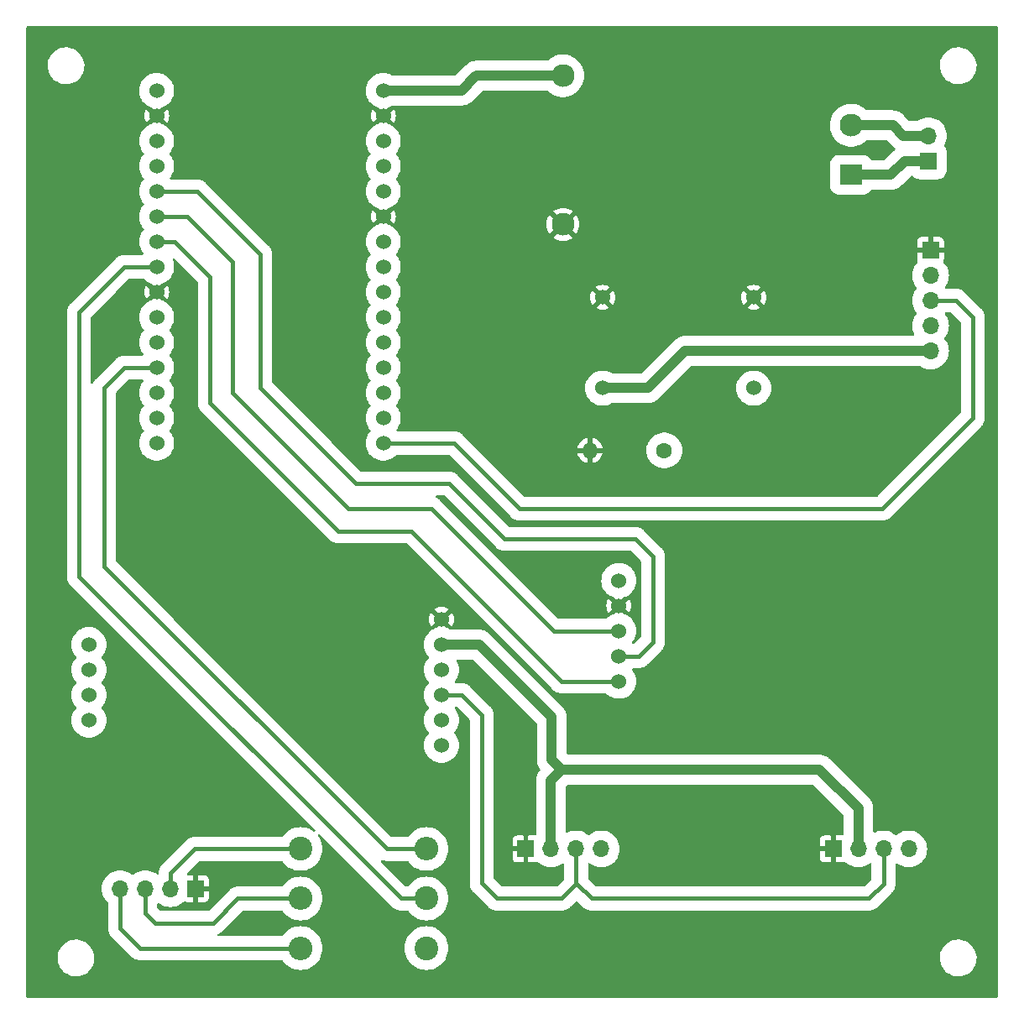
<source format=gbr>
G04 #@! TF.GenerationSoftware,KiCad,Pcbnew,(7.0.0)*
G04 #@! TF.CreationDate,2023-03-06T12:06:33-08:00*
G04 #@! TF.ProjectId,Schematic,53636865-6d61-4746-9963-2e6b69636164,01*
G04 #@! TF.SameCoordinates,Original*
G04 #@! TF.FileFunction,Copper,L2,Bot*
G04 #@! TF.FilePolarity,Positive*
%FSLAX46Y46*%
G04 Gerber Fmt 4.6, Leading zero omitted, Abs format (unit mm)*
G04 Created by KiCad (PCBNEW (7.0.0)) date 2023-03-06 12:06:33*
%MOMM*%
%LPD*%
G01*
G04 APERTURE LIST*
G04 #@! TA.AperFunction,ComponentPad*
%ADD10C,1.524000*%
G04 #@! TD*
G04 #@! TA.AperFunction,ComponentPad*
%ADD11R,1.700000X1.700000*%
G04 #@! TD*
G04 #@! TA.AperFunction,ComponentPad*
%ADD12O,1.700000X1.700000*%
G04 #@! TD*
G04 #@! TA.AperFunction,ComponentPad*
%ADD13C,2.400000*%
G04 #@! TD*
G04 #@! TA.AperFunction,ComponentPad*
%ADD14O,2.400000X2.400000*%
G04 #@! TD*
G04 #@! TA.AperFunction,ComponentPad*
%ADD15C,1.600000*%
G04 #@! TD*
G04 #@! TA.AperFunction,ComponentPad*
%ADD16O,1.600000X1.600000*%
G04 #@! TD*
G04 #@! TA.AperFunction,ComponentPad*
%ADD17R,2.300000X2.000000*%
G04 #@! TD*
G04 #@! TA.AperFunction,ComponentPad*
%ADD18C,2.300000*%
G04 #@! TD*
G04 #@! TA.AperFunction,Conductor*
%ADD19C,0.400000*%
G04 #@! TD*
G04 #@! TA.AperFunction,Conductor*
%ADD20C,1.000000*%
G04 #@! TD*
G04 APERTURE END LIST*
D10*
X67310000Y-103378000D03*
X67310000Y-105918000D03*
X67310000Y-108458000D03*
X67310000Y-110998000D03*
X102870000Y-113538000D03*
X102870000Y-110998000D03*
X102870000Y-108458000D03*
X102870000Y-105918000D03*
X102870000Y-103378000D03*
X102870000Y-100838000D03*
X119126000Y-77518000D03*
X119126000Y-68374000D03*
X134366000Y-77518000D03*
X134366000Y-68374000D03*
D11*
X142379999Y-123999999D03*
D12*
X144919999Y-123999999D03*
X147459999Y-123999999D03*
X149999999Y-123999999D03*
D13*
X88650000Y-124000000D03*
D14*
X101349999Y-123999999D03*
D13*
X101350000Y-134000000D03*
D14*
X88649999Y-133999999D03*
D11*
X111379999Y-123999999D03*
D12*
X113919999Y-123999999D03*
X116459999Y-123999999D03*
X118999999Y-123999999D03*
D11*
X78079999Y-127999999D03*
D12*
X75539999Y-127999999D03*
X72999999Y-127999999D03*
X70459999Y-127999999D03*
D13*
X101350000Y-129000000D03*
D14*
X88649999Y-128999999D03*
D15*
X125350000Y-83800000D03*
D16*
X117849999Y-83799999D03*
D10*
X97000000Y-83058000D03*
X97000000Y-80518000D03*
X97000000Y-77978000D03*
X97000000Y-75438000D03*
X97000000Y-72898000D03*
X97000000Y-70358000D03*
X97000000Y-67818000D03*
X97000000Y-65278000D03*
X97000000Y-62738000D03*
X97000000Y-60198000D03*
X97000000Y-57658000D03*
X97000000Y-55118000D03*
X97000000Y-52578000D03*
X97000000Y-50038000D03*
X97000000Y-47498000D03*
X74140000Y-47498000D03*
X74140000Y-50038000D03*
X74140000Y-52578000D03*
X74140000Y-55118000D03*
X74140000Y-57658000D03*
X74140000Y-60198000D03*
X74140000Y-62738000D03*
X74140000Y-65278000D03*
X74140000Y-67818000D03*
X74140000Y-70358000D03*
X74140000Y-72898000D03*
X74140000Y-75438000D03*
X74140000Y-77978000D03*
X74140000Y-80518000D03*
X74140000Y-83058000D03*
X120760000Y-96920000D03*
X120760000Y-99460000D03*
X120760000Y-102000000D03*
X120760000Y-104540000D03*
X120760000Y-107080000D03*
D11*
X151999999Y-54599999D03*
D12*
X151999999Y-52059999D03*
D17*
X144199999Y-55999999D03*
D18*
X144200000Y-51000000D03*
X115120000Y-61000000D03*
X115120000Y-46000000D03*
D11*
X152199999Y-63599999D03*
D12*
X152199999Y-66139999D03*
X152199999Y-68679999D03*
X152199999Y-71219999D03*
X152199999Y-73759999D03*
D19*
X98774000Y-129000000D02*
X101350000Y-129000000D01*
X70866000Y-65278000D02*
X66294000Y-69850000D01*
X66294000Y-96520000D02*
X98774000Y-129000000D01*
X74140000Y-65278000D02*
X70866000Y-65278000D01*
X66294000Y-69850000D02*
X66294000Y-96520000D01*
X68834000Y-77470000D02*
X68834000Y-95504000D01*
X68834000Y-95504000D02*
X97330000Y-124000000D01*
X70866000Y-75438000D02*
X68834000Y-77470000D01*
X97330000Y-124000000D02*
X101350000Y-124000000D01*
X74140000Y-75438000D02*
X70866000Y-75438000D01*
D20*
X115000000Y-116000000D02*
X141000000Y-116000000D01*
X106680000Y-103378000D02*
X102870000Y-103378000D01*
X144920000Y-119920000D02*
X144920000Y-124000000D01*
X114000000Y-115000000D02*
X115000000Y-116000000D01*
X106680000Y-103378000D02*
X114000000Y-110698000D01*
X141000000Y-116000000D02*
X144920000Y-119920000D01*
X113920000Y-117080000D02*
X113920000Y-124000000D01*
X114000000Y-110698000D02*
X114000000Y-115000000D01*
X115000000Y-116000000D02*
X113920000Y-117080000D01*
X144200000Y-56000000D02*
X148200000Y-56000000D01*
X149600000Y-54600000D02*
X152000000Y-54600000D01*
X148200000Y-56000000D02*
X149600000Y-54600000D01*
X144200000Y-51000000D02*
X148400000Y-51000000D01*
X148400000Y-51000000D02*
X149460000Y-52060000D01*
X149460000Y-52060000D02*
X152000000Y-52060000D01*
D19*
X104140000Y-83058000D02*
X110744000Y-89662000D01*
X147320000Y-89662000D02*
X156464000Y-80518000D01*
X110744000Y-89662000D02*
X147320000Y-89662000D01*
X156464000Y-70358000D02*
X154786000Y-68680000D01*
X97000000Y-83058000D02*
X104140000Y-83058000D01*
X156464000Y-80518000D02*
X156464000Y-70358000D01*
X154786000Y-68680000D02*
X152200000Y-68680000D01*
X116460000Y-127540000D02*
X116540000Y-127540000D01*
X104902000Y-108458000D02*
X106934000Y-110490000D01*
X116540000Y-127540000D02*
X118000000Y-129000000D01*
X108458000Y-129000000D02*
X115000000Y-129000000D01*
X102870000Y-108458000D02*
X104902000Y-108458000D01*
X118000000Y-129000000D02*
X146000000Y-129000000D01*
X116460000Y-127540000D02*
X116460000Y-124000000D01*
X106934000Y-110490000D02*
X106934000Y-127476000D01*
X146000000Y-129000000D02*
X147460000Y-127540000D01*
X106934000Y-127476000D02*
X108458000Y-129000000D01*
X147460000Y-127540000D02*
X147460000Y-124000000D01*
X115000000Y-129000000D02*
X116460000Y-127540000D01*
X106400000Y-46000000D02*
X106299000Y-46101000D01*
D20*
X104902000Y-47498000D02*
X97000000Y-47498000D01*
X127440000Y-73760000D02*
X123682000Y-77518000D01*
X115120000Y-46000000D02*
X106400000Y-46000000D01*
X106299000Y-46101000D02*
X104902000Y-47498000D01*
X123682000Y-77518000D02*
X119126000Y-77518000D01*
X152200000Y-73760000D02*
X127440000Y-73760000D01*
D19*
X122790000Y-104540000D02*
X120760000Y-104540000D01*
X122428000Y-92710000D02*
X124206000Y-94488000D01*
X84582000Y-64008000D02*
X84582000Y-77470000D01*
X84582000Y-77470000D02*
X94234000Y-87122000D01*
X109220000Y-92710000D02*
X122428000Y-92710000D01*
X103632000Y-87122000D02*
X109220000Y-92710000D01*
X74140000Y-57658000D02*
X78232000Y-57658000D01*
X124206000Y-103124000D02*
X122790000Y-104540000D01*
X78232000Y-57658000D02*
X84582000Y-64008000D01*
X94234000Y-87122000D02*
X103632000Y-87122000D01*
X124206000Y-94488000D02*
X124206000Y-103124000D01*
X77216000Y-60198000D02*
X81788000Y-64770000D01*
X74140000Y-60198000D02*
X77216000Y-60198000D01*
X101854000Y-89662000D02*
X114192000Y-102000000D01*
X81788000Y-64770000D02*
X81788000Y-77978000D01*
X114192000Y-102000000D02*
X120760000Y-102000000D01*
X81788000Y-77978000D02*
X93472000Y-89662000D01*
X93472000Y-89662000D02*
X101854000Y-89662000D01*
X79502000Y-78994000D02*
X79502000Y-66294000D01*
X92456000Y-91948000D02*
X79502000Y-78994000D01*
X99822000Y-91948000D02*
X92456000Y-91948000D01*
X79502000Y-66294000D02*
X75946000Y-62738000D01*
X114954000Y-107080000D02*
X99822000Y-91948000D01*
X74140000Y-62738000D02*
X75946000Y-62738000D01*
X120760000Y-107080000D02*
X114954000Y-107080000D01*
X75540000Y-128000000D02*
X75540000Y-126440000D01*
X75540000Y-126440000D02*
X77980000Y-124000000D01*
X77980000Y-124000000D02*
X88650000Y-124000000D01*
X82328000Y-129000000D02*
X88650000Y-129000000D01*
X73000000Y-128000000D02*
X73000000Y-130460000D01*
X73000000Y-130460000D02*
X74000000Y-131460000D01*
X79868000Y-131460000D02*
X82328000Y-129000000D01*
X74000000Y-131460000D02*
X79868000Y-131460000D01*
X70460000Y-128000000D02*
X70460000Y-132017899D01*
X72442101Y-134000000D02*
X88650000Y-134000000D01*
X70460000Y-132017899D02*
X72442101Y-134000000D01*
G04 #@! TA.AperFunction,Conductor*
G36*
X103130828Y-88331939D02*
G01*
X103171056Y-88358819D01*
X108349477Y-93537240D01*
X108353433Y-93541383D01*
X108403900Y-93596743D01*
X108403903Y-93596745D01*
X108407764Y-93600981D01*
X108472104Y-93649568D01*
X108476584Y-93653117D01*
X108534228Y-93700984D01*
X108534232Y-93700987D01*
X108538646Y-93704652D01*
X108555520Y-93714050D01*
X108569905Y-93723424D01*
X108585311Y-93735058D01*
X108657501Y-93771005D01*
X108662559Y-93773671D01*
X108728005Y-93810124D01*
X108728009Y-93810125D01*
X108733015Y-93812914D01*
X108738452Y-93814736D01*
X108738454Y-93814737D01*
X108751321Y-93819050D01*
X108767184Y-93825620D01*
X108784472Y-93834229D01*
X108851540Y-93853311D01*
X108862049Y-93856301D01*
X108867523Y-93857996D01*
X108943967Y-93883618D01*
X108963089Y-93886285D01*
X108979885Y-93889829D01*
X108992941Y-93893544D01*
X108992946Y-93893545D01*
X108998464Y-93895115D01*
X109078799Y-93902558D01*
X109084422Y-93903210D01*
X109164319Y-93914356D01*
X109244868Y-93910632D01*
X109250596Y-93910500D01*
X121879375Y-93910500D01*
X121926828Y-93919939D01*
X121967056Y-93946819D01*
X122969181Y-94948944D01*
X122996061Y-94989172D01*
X123005500Y-95036625D01*
X123005500Y-102575375D01*
X122996061Y-102622828D01*
X122969181Y-102663056D01*
X122329056Y-103303181D01*
X122288828Y-103330061D01*
X122241375Y-103339500D01*
X122203595Y-103339500D01*
X122137623Y-103320494D01*
X122091875Y-103269301D01*
X122080375Y-103201616D01*
X122106648Y-103138187D01*
X122220329Y-102995636D01*
X122352410Y-102766864D01*
X122448920Y-102520963D01*
X122507701Y-102263424D01*
X122527442Y-102000000D01*
X122507701Y-101736576D01*
X122448920Y-101479037D01*
X122352410Y-101233136D01*
X122350091Y-101229120D01*
X122350089Y-101229115D01*
X122254305Y-101063213D01*
X122220329Y-101004364D01*
X122055627Y-100797834D01*
X121861982Y-100618158D01*
X121658707Y-100479567D01*
X121647551Y-100471961D01*
X121647548Y-100471959D01*
X121643721Y-100469350D01*
X121639539Y-100467336D01*
X121409899Y-100356747D01*
X121409888Y-100356742D01*
X121405719Y-100354735D01*
X121401290Y-100353368D01*
X121401288Y-100353368D01*
X121283936Y-100317169D01*
X121232805Y-100286359D01*
X120771542Y-99825095D01*
X120759999Y-99818431D01*
X120748457Y-99825095D01*
X120287193Y-100286359D01*
X120236063Y-100317169D01*
X120118708Y-100353369D01*
X120118702Y-100353371D01*
X120114281Y-100354735D01*
X120110116Y-100356740D01*
X120110100Y-100356747D01*
X119880460Y-100467336D01*
X119880454Y-100467339D01*
X119876279Y-100469350D01*
X119872456Y-100471955D01*
X119872448Y-100471961D01*
X119665897Y-100612786D01*
X119658018Y-100618158D01*
X119654629Y-100621301D01*
X119654612Y-100621316D01*
X119498252Y-100766398D01*
X119459213Y-100790928D01*
X119413911Y-100799500D01*
X114740625Y-100799500D01*
X114693172Y-100790061D01*
X114652944Y-100763181D01*
X113355158Y-99465395D01*
X119493651Y-99465395D01*
X119511952Y-99674581D01*
X119513826Y-99685213D01*
X119568178Y-99888056D01*
X119571864Y-99898180D01*
X119660609Y-100088496D01*
X119666008Y-100097848D01*
X119700470Y-100147065D01*
X119708579Y-100154496D01*
X119717862Y-100148582D01*
X120394903Y-99471541D01*
X120401567Y-99459999D01*
X121118431Y-99459999D01*
X121125095Y-99471541D01*
X121802136Y-100148582D01*
X121811419Y-100154496D01*
X121819528Y-100147064D01*
X121853989Y-100097851D01*
X121859391Y-100088494D01*
X121948135Y-99898180D01*
X121951821Y-99888056D01*
X122006173Y-99685213D01*
X122008047Y-99674581D01*
X122026349Y-99465395D01*
X122026349Y-99454605D01*
X122008047Y-99245418D01*
X122006173Y-99234786D01*
X121951822Y-99031949D01*
X121948134Y-99021815D01*
X121859388Y-98831500D01*
X121853990Y-98822150D01*
X121819529Y-98772935D01*
X121811418Y-98765502D01*
X121802139Y-98771413D01*
X121125095Y-99448456D01*
X121118431Y-99459999D01*
X120401567Y-99459999D01*
X120394903Y-99448456D01*
X119717859Y-98771413D01*
X119708581Y-98765502D01*
X119700468Y-98772936D01*
X119666006Y-98822154D01*
X119660612Y-98831498D01*
X119571865Y-99021815D01*
X119568177Y-99031949D01*
X119513826Y-99234786D01*
X119511952Y-99245418D01*
X119493651Y-99454605D01*
X119493651Y-99465395D01*
X113355158Y-99465395D01*
X110809763Y-96920000D01*
X118992558Y-96920000D01*
X119012299Y-97183424D01*
X119013329Y-97187940D01*
X119013331Y-97187948D01*
X119030551Y-97263393D01*
X119071080Y-97440963D01*
X119167590Y-97686864D01*
X119169905Y-97690874D01*
X119169910Y-97690884D01*
X119261960Y-97850319D01*
X119299671Y-97915636D01*
X119464373Y-98122166D01*
X119658018Y-98301842D01*
X119876279Y-98450650D01*
X119995279Y-98507957D01*
X120110100Y-98563252D01*
X120110105Y-98563253D01*
X120114281Y-98565265D01*
X120236062Y-98602830D01*
X120287193Y-98633639D01*
X120748457Y-99094903D01*
X120760000Y-99101567D01*
X120771542Y-99094903D01*
X121232805Y-98633639D01*
X121283932Y-98602831D01*
X121405719Y-98565265D01*
X121643721Y-98450650D01*
X121861982Y-98301842D01*
X122055627Y-98122166D01*
X122220329Y-97915636D01*
X122352410Y-97686864D01*
X122448920Y-97440963D01*
X122507701Y-97183424D01*
X122527442Y-96920000D01*
X122507701Y-96656576D01*
X122448920Y-96399037D01*
X122352410Y-96153136D01*
X122350091Y-96149120D01*
X122350089Y-96149115D01*
X122243510Y-95964515D01*
X122220329Y-95924364D01*
X122055627Y-95717834D01*
X121861982Y-95538158D01*
X121643721Y-95389350D01*
X121639539Y-95387336D01*
X121409899Y-95276747D01*
X121409888Y-95276742D01*
X121405719Y-95274735D01*
X121401290Y-95273368D01*
X121401288Y-95273368D01*
X121157723Y-95198237D01*
X121157716Y-95198235D01*
X121153293Y-95196871D01*
X121148717Y-95196181D01*
X121148707Y-95196179D01*
X120896666Y-95158191D01*
X120896665Y-95158190D01*
X120892081Y-95157500D01*
X120627919Y-95157500D01*
X120623335Y-95158190D01*
X120623333Y-95158191D01*
X120371292Y-95196179D01*
X120371280Y-95196181D01*
X120366707Y-95196871D01*
X120362285Y-95198234D01*
X120362276Y-95198237D01*
X120118711Y-95273368D01*
X120118704Y-95273370D01*
X120114281Y-95274735D01*
X120110116Y-95276740D01*
X120110100Y-95276747D01*
X119880460Y-95387336D01*
X119880454Y-95387339D01*
X119876279Y-95389350D01*
X119872456Y-95391955D01*
X119872448Y-95391961D01*
X119661846Y-95535548D01*
X119658018Y-95538158D01*
X119654626Y-95541304D01*
X119654620Y-95541310D01*
X119545706Y-95642368D01*
X119464373Y-95717834D01*
X119461484Y-95721456D01*
X119461480Y-95721461D01*
X119351638Y-95859199D01*
X119299671Y-95924364D01*
X119297352Y-95928379D01*
X119297351Y-95928382D01*
X119169910Y-96149115D01*
X119169902Y-96149130D01*
X119167590Y-96153136D01*
X119165896Y-96157450D01*
X119165894Y-96157456D01*
X119072774Y-96394719D01*
X119072771Y-96394727D01*
X119071080Y-96399037D01*
X119070049Y-96403551D01*
X119070047Y-96403560D01*
X119013331Y-96652051D01*
X119013329Y-96652061D01*
X119012299Y-96656576D01*
X119011952Y-96661201D01*
X119011952Y-96661204D01*
X119003281Y-96776915D01*
X118992558Y-96920000D01*
X110809763Y-96920000D01*
X102724521Y-88834758D01*
X102720565Y-88830615D01*
X102670101Y-88775259D01*
X102666236Y-88771019D01*
X102601886Y-88722424D01*
X102597393Y-88718866D01*
X102539764Y-88671011D01*
X102535353Y-88667348D01*
X102530339Y-88664555D01*
X102518485Y-88657952D01*
X102504103Y-88648581D01*
X102493267Y-88640398D01*
X102493259Y-88640393D01*
X102488689Y-88636942D01*
X102416505Y-88600998D01*
X102411440Y-88598328D01*
X102345991Y-88561873D01*
X102345988Y-88561871D01*
X102340985Y-88559085D01*
X102340276Y-88558847D01*
X102290036Y-88517516D01*
X102267945Y-88454512D01*
X102281727Y-88389185D01*
X102327386Y-88340474D01*
X102391686Y-88322500D01*
X103083375Y-88322500D01*
X103130828Y-88331939D01*
G37*
G04 #@! TD.AperFunction*
G04 #@! TA.AperFunction,Conductor*
G36*
X140374563Y-117509939D02*
G01*
X140414791Y-117536819D01*
X143383181Y-120505209D01*
X143410061Y-120545437D01*
X143419500Y-120592890D01*
X143419500Y-122527185D01*
X143400605Y-122592979D01*
X143349679Y-122638723D01*
X143284473Y-122650085D01*
X143284450Y-122650532D01*
X143282506Y-122650427D01*
X143282242Y-122650474D01*
X143281125Y-122650353D01*
X143274518Y-122650000D01*
X142646326Y-122650000D01*
X142633450Y-122653450D01*
X142630000Y-122666326D01*
X142630000Y-125333674D01*
X142633450Y-125346549D01*
X142646326Y-125350000D01*
X143274518Y-125350000D01*
X143281114Y-125349646D01*
X143329667Y-125344426D01*
X143344641Y-125340888D01*
X143463778Y-125296452D01*
X143470057Y-125293024D01*
X143520639Y-125278169D01*
X143572821Y-125285671D01*
X143617170Y-125314171D01*
X143705085Y-125402087D01*
X143916989Y-125560716D01*
X144149311Y-125687574D01*
X144397322Y-125780077D01*
X144655974Y-125836343D01*
X144920000Y-125855227D01*
X145184026Y-125836343D01*
X145442678Y-125780077D01*
X145690689Y-125687574D01*
X145923011Y-125560716D01*
X146061189Y-125457277D01*
X146124448Y-125433038D01*
X146191005Y-125445660D01*
X146240995Y-125491377D01*
X146259500Y-125556544D01*
X146259500Y-126991375D01*
X146250061Y-127038828D01*
X146223181Y-127079056D01*
X145539056Y-127763181D01*
X145498828Y-127790061D01*
X145451375Y-127799500D01*
X118548625Y-127799500D01*
X118501172Y-127790061D01*
X118460944Y-127763181D01*
X117696819Y-126999056D01*
X117669939Y-126958828D01*
X117660500Y-126911375D01*
X117660500Y-125556544D01*
X117679005Y-125491377D01*
X117728995Y-125445660D01*
X117795552Y-125433038D01*
X117858810Y-125457277D01*
X117996989Y-125560716D01*
X118229311Y-125687574D01*
X118477322Y-125780077D01*
X118735974Y-125836343D01*
X119000000Y-125855227D01*
X119264026Y-125836343D01*
X119522678Y-125780077D01*
X119770689Y-125687574D01*
X120003011Y-125560716D01*
X120214915Y-125402087D01*
X120402087Y-125214915D01*
X120560716Y-125003011D01*
X120619958Y-124894518D01*
X141030000Y-124894518D01*
X141030353Y-124901114D01*
X141035573Y-124949667D01*
X141039111Y-124964641D01*
X141083547Y-125083777D01*
X141091962Y-125099189D01*
X141167498Y-125200092D01*
X141179907Y-125212501D01*
X141280810Y-125288037D01*
X141296222Y-125296452D01*
X141415358Y-125340888D01*
X141430332Y-125344426D01*
X141478885Y-125349646D01*
X141485482Y-125350000D01*
X142113674Y-125350000D01*
X142126549Y-125346549D01*
X142130000Y-125333674D01*
X142130000Y-124266326D01*
X142126549Y-124253450D01*
X142113674Y-124250000D01*
X141046326Y-124250000D01*
X141033450Y-124253450D01*
X141030000Y-124266326D01*
X141030000Y-124894518D01*
X120619958Y-124894518D01*
X120687574Y-124770689D01*
X120780077Y-124522678D01*
X120836343Y-124264026D01*
X120855227Y-124000000D01*
X120836343Y-123735974D01*
X120835843Y-123733674D01*
X141030000Y-123733674D01*
X141033450Y-123746549D01*
X141046326Y-123750000D01*
X142113674Y-123750000D01*
X142126549Y-123746549D01*
X142130000Y-123733674D01*
X142130000Y-122666326D01*
X142126549Y-122653450D01*
X142113674Y-122650000D01*
X141485482Y-122650000D01*
X141478885Y-122650353D01*
X141430332Y-122655573D01*
X141415358Y-122659111D01*
X141296222Y-122703547D01*
X141280810Y-122711962D01*
X141179907Y-122787498D01*
X141167498Y-122799907D01*
X141091962Y-122900810D01*
X141083547Y-122916222D01*
X141039111Y-123035358D01*
X141035573Y-123050332D01*
X141030353Y-123098885D01*
X141030000Y-123105482D01*
X141030000Y-123733674D01*
X120835843Y-123733674D01*
X120780077Y-123477322D01*
X120687574Y-123229311D01*
X120560716Y-122996989D01*
X120402087Y-122785085D01*
X120214915Y-122597913D01*
X120003011Y-122439284D01*
X119770689Y-122312426D01*
X119766546Y-122310880D01*
X119766540Y-122310878D01*
X119526831Y-122221472D01*
X119522678Y-122219923D01*
X119518346Y-122218980D01*
X119518344Y-122218980D01*
X119268359Y-122164599D01*
X119268351Y-122164597D01*
X119264026Y-122163657D01*
X119259612Y-122163341D01*
X119259603Y-122163340D01*
X119004418Y-122145089D01*
X119000000Y-122144773D01*
X118995582Y-122145089D01*
X118740396Y-122163340D01*
X118740385Y-122163341D01*
X118735974Y-122163657D01*
X118731650Y-122164597D01*
X118731640Y-122164599D01*
X118481655Y-122218980D01*
X118481649Y-122218981D01*
X118477322Y-122219923D01*
X118473172Y-122221470D01*
X118473168Y-122221472D01*
X118233459Y-122310878D01*
X118233448Y-122310882D01*
X118229311Y-122312426D01*
X118225429Y-122314545D01*
X118225424Y-122314548D01*
X118000883Y-122437157D01*
X118000875Y-122437161D01*
X117996989Y-122439284D01*
X117993439Y-122441941D01*
X117993435Y-122441944D01*
X117804310Y-122583521D01*
X117756358Y-122605420D01*
X117703642Y-122605420D01*
X117655690Y-122583521D01*
X117544367Y-122500186D01*
X117463011Y-122439284D01*
X117230689Y-122312426D01*
X117226546Y-122310880D01*
X117226540Y-122310878D01*
X116986831Y-122221472D01*
X116982678Y-122219923D01*
X116978346Y-122218980D01*
X116978344Y-122218980D01*
X116728359Y-122164599D01*
X116728351Y-122164597D01*
X116724026Y-122163657D01*
X116719612Y-122163341D01*
X116719603Y-122163340D01*
X116464418Y-122145089D01*
X116460000Y-122144773D01*
X116455582Y-122145089D01*
X116200396Y-122163340D01*
X116200385Y-122163341D01*
X116195974Y-122163657D01*
X116191650Y-122164597D01*
X116191640Y-122164599D01*
X115941655Y-122218980D01*
X115941649Y-122218981D01*
X115937322Y-122219923D01*
X115933172Y-122221470D01*
X115933168Y-122221472D01*
X115693459Y-122310878D01*
X115693448Y-122310882D01*
X115689311Y-122312426D01*
X115685429Y-122314545D01*
X115685424Y-122314548D01*
X115603927Y-122359049D01*
X115542287Y-122374197D01*
X115481226Y-122356859D01*
X115436746Y-122311577D01*
X115420500Y-122250217D01*
X115420500Y-117752890D01*
X115429939Y-117705437D01*
X115456816Y-117665211D01*
X115585210Y-117536816D01*
X115625436Y-117509939D01*
X115672889Y-117500500D01*
X140327110Y-117500500D01*
X140374563Y-117509939D01*
G37*
G04 #@! TD.AperFunction*
G04 #@! TA.AperFunction,Conductor*
G36*
X106054563Y-104887939D02*
G01*
X106094791Y-104914819D01*
X112463181Y-111283209D01*
X112490061Y-111323437D01*
X112499500Y-111370890D01*
X112499500Y-114899135D01*
X112498548Y-114914472D01*
X112496276Y-114932692D01*
X112496275Y-114932705D01*
X112495643Y-114937779D01*
X112495854Y-114942890D01*
X112495854Y-114942901D01*
X112499394Y-115028472D01*
X112499500Y-115033596D01*
X112499500Y-115062067D01*
X112499709Y-115064594D01*
X112499710Y-115064609D01*
X112501851Y-115090447D01*
X112502168Y-115095559D01*
X112505706Y-115181107D01*
X112505707Y-115181116D01*
X112505919Y-115186237D01*
X112506972Y-115191257D01*
X112510738Y-115209221D01*
X112512952Y-115224418D01*
X112514468Y-115242713D01*
X112514469Y-115242720D01*
X112514892Y-115247821D01*
X112516149Y-115252786D01*
X112516150Y-115252790D01*
X112537171Y-115335803D01*
X112538326Y-115340793D01*
X112556951Y-115429614D01*
X112558810Y-115434380D01*
X112558811Y-115434381D01*
X112565485Y-115451485D01*
X112570170Y-115466112D01*
X112575937Y-115488881D01*
X112577996Y-115493575D01*
X112612393Y-115571993D01*
X112614354Y-115576728D01*
X112645479Y-115656496D01*
X112645481Y-115656502D01*
X112647344Y-115661274D01*
X112649964Y-115665672D01*
X112649971Y-115665685D01*
X112659363Y-115681446D01*
X112666397Y-115695109D01*
X112675827Y-115716607D01*
X112678632Y-115720901D01*
X112678634Y-115720904D01*
X112725464Y-115792583D01*
X112728174Y-115796926D01*
X112774634Y-115874894D01*
X112777945Y-115878803D01*
X112777947Y-115878806D01*
X112789803Y-115892804D01*
X112798989Y-115905123D01*
X112811835Y-115924785D01*
X112810838Y-115925435D01*
X112831344Y-115969673D01*
X112830189Y-116025561D01*
X112804604Y-116075262D01*
X112796689Y-116084607D01*
X112793299Y-116088446D01*
X112735314Y-116151435D01*
X112735304Y-116151446D01*
X112731836Y-116155215D01*
X112729028Y-116159512D01*
X112729027Y-116159514D01*
X112718994Y-116174870D01*
X112709813Y-116187183D01*
X112697949Y-116201191D01*
X112697945Y-116201196D01*
X112694634Y-116205106D01*
X112692012Y-116209505D01*
X112692012Y-116209506D01*
X112648174Y-116283074D01*
X112645462Y-116287418D01*
X112598629Y-116359102D01*
X112598622Y-116359114D01*
X112595827Y-116363393D01*
X112593769Y-116368083D01*
X112593767Y-116368088D01*
X112586395Y-116384893D01*
X112579368Y-116398544D01*
X112569969Y-116414318D01*
X112569962Y-116414332D01*
X112567344Y-116418726D01*
X112565481Y-116423498D01*
X112565481Y-116423500D01*
X112534347Y-116503288D01*
X112532386Y-116508021D01*
X112495937Y-116591119D01*
X112494680Y-116596082D01*
X112494677Y-116596091D01*
X112490169Y-116613891D01*
X112485485Y-116628511D01*
X112476951Y-116650386D01*
X112475900Y-116655396D01*
X112475896Y-116655411D01*
X112458324Y-116739211D01*
X112457170Y-116744201D01*
X112436150Y-116827208D01*
X112436148Y-116827217D01*
X112434892Y-116832179D01*
X112434469Y-116837281D01*
X112434468Y-116837288D01*
X112432952Y-116855580D01*
X112430738Y-116870774D01*
X112426973Y-116888734D01*
X112425919Y-116893763D01*
X112425707Y-116898881D01*
X112425706Y-116898892D01*
X112422168Y-116984439D01*
X112421851Y-116989551D01*
X112419710Y-117015390D01*
X112419709Y-117015406D01*
X112419500Y-117017933D01*
X112419500Y-117020486D01*
X112419500Y-117046404D01*
X112419394Y-117051527D01*
X112415643Y-117142221D01*
X112416275Y-117147295D01*
X112416276Y-117147307D01*
X112418548Y-117165528D01*
X112419500Y-117180865D01*
X112419500Y-122527185D01*
X112400605Y-122592979D01*
X112349679Y-122638723D01*
X112284473Y-122650085D01*
X112284450Y-122650532D01*
X112282506Y-122650427D01*
X112282242Y-122650474D01*
X112281125Y-122650353D01*
X112274518Y-122650000D01*
X111646326Y-122650000D01*
X111633450Y-122653450D01*
X111630000Y-122666326D01*
X111630000Y-125333674D01*
X111633450Y-125346549D01*
X111646326Y-125350000D01*
X112274518Y-125350000D01*
X112281114Y-125349646D01*
X112329667Y-125344426D01*
X112344641Y-125340888D01*
X112463778Y-125296452D01*
X112470057Y-125293024D01*
X112520639Y-125278169D01*
X112572821Y-125285671D01*
X112617169Y-125314171D01*
X112705085Y-125402087D01*
X112916989Y-125560716D01*
X113149311Y-125687574D01*
X113397322Y-125780077D01*
X113655974Y-125836343D01*
X113920000Y-125855227D01*
X114184026Y-125836343D01*
X114442678Y-125780077D01*
X114690689Y-125687574D01*
X114923011Y-125560716D01*
X115061189Y-125457277D01*
X115124448Y-125433038D01*
X115191005Y-125445660D01*
X115240995Y-125491377D01*
X115259500Y-125556544D01*
X115259500Y-126991375D01*
X115250061Y-127038828D01*
X115223181Y-127079056D01*
X114539056Y-127763181D01*
X114498828Y-127790061D01*
X114451375Y-127799500D01*
X109006625Y-127799500D01*
X108959172Y-127790061D01*
X108918944Y-127763181D01*
X108170819Y-127015056D01*
X108143939Y-126974828D01*
X108134500Y-126927375D01*
X108134500Y-124894518D01*
X110030000Y-124894518D01*
X110030353Y-124901114D01*
X110035573Y-124949667D01*
X110039111Y-124964641D01*
X110083547Y-125083777D01*
X110091962Y-125099189D01*
X110167498Y-125200092D01*
X110179907Y-125212501D01*
X110280810Y-125288037D01*
X110296222Y-125296452D01*
X110415358Y-125340888D01*
X110430332Y-125344426D01*
X110478885Y-125349646D01*
X110485482Y-125350000D01*
X111113674Y-125350000D01*
X111126549Y-125346549D01*
X111130000Y-125333674D01*
X111130000Y-124266326D01*
X111126549Y-124253450D01*
X111113674Y-124250000D01*
X110046326Y-124250000D01*
X110033450Y-124253450D01*
X110030000Y-124266326D01*
X110030000Y-124894518D01*
X108134500Y-124894518D01*
X108134500Y-123733674D01*
X110030000Y-123733674D01*
X110033450Y-123746549D01*
X110046326Y-123750000D01*
X111113674Y-123750000D01*
X111126549Y-123746549D01*
X111130000Y-123733674D01*
X111130000Y-122666326D01*
X111126549Y-122653450D01*
X111113674Y-122650000D01*
X110485482Y-122650000D01*
X110478885Y-122650353D01*
X110430332Y-122655573D01*
X110415358Y-122659111D01*
X110296222Y-122703547D01*
X110280810Y-122711962D01*
X110179907Y-122787498D01*
X110167498Y-122799907D01*
X110091962Y-122900810D01*
X110083547Y-122916222D01*
X110039111Y-123035358D01*
X110035573Y-123050332D01*
X110030353Y-123098885D01*
X110030000Y-123105482D01*
X110030000Y-123733674D01*
X108134500Y-123733674D01*
X108134500Y-110520597D01*
X108134632Y-110514870D01*
X108136581Y-110472719D01*
X108138356Y-110434319D01*
X108127210Y-110354422D01*
X108126558Y-110348799D01*
X108119115Y-110268464D01*
X108117545Y-110262946D01*
X108117544Y-110262941D01*
X108113829Y-110249885D01*
X108110285Y-110233089D01*
X108107618Y-110213967D01*
X108081987Y-110137495D01*
X108080308Y-110132074D01*
X108058229Y-110054472D01*
X108049623Y-110037190D01*
X108043053Y-110021327D01*
X108038740Y-110008459D01*
X108038738Y-110008454D01*
X108036915Y-110003015D01*
X107997656Y-109932533D01*
X107994990Y-109927473D01*
X107959058Y-109855311D01*
X107955602Y-109850734D01*
X107947421Y-109839900D01*
X107938047Y-109825515D01*
X107936705Y-109823106D01*
X107928652Y-109808647D01*
X107877127Y-109746599D01*
X107873574Y-109742113D01*
X107828437Y-109682340D01*
X107828434Y-109682337D01*
X107824981Y-109677764D01*
X107820744Y-109673901D01*
X107820740Y-109673897D01*
X107765383Y-109623433D01*
X107761240Y-109619477D01*
X105772521Y-107630758D01*
X105768565Y-107626615D01*
X105714236Y-107567019D01*
X105649886Y-107518424D01*
X105645393Y-107514866D01*
X105587764Y-107467011D01*
X105583353Y-107463348D01*
X105575075Y-107458737D01*
X105566485Y-107453952D01*
X105552103Y-107444581D01*
X105541267Y-107436398D01*
X105541259Y-107436393D01*
X105536689Y-107432942D01*
X105464505Y-107396998D01*
X105459440Y-107394328D01*
X105430029Y-107377946D01*
X105388985Y-107355085D01*
X105383556Y-107353265D01*
X105383553Y-107353264D01*
X105370669Y-107348946D01*
X105354811Y-107342377D01*
X105337528Y-107333771D01*
X105332017Y-107332203D01*
X105332012Y-107332201D01*
X105259949Y-107311697D01*
X105254481Y-107310004D01*
X105247803Y-107307765D01*
X105178033Y-107284382D01*
X105158914Y-107281714D01*
X105142115Y-107278171D01*
X105129047Y-107274452D01*
X105129037Y-107274450D01*
X105123536Y-107272885D01*
X105117830Y-107272356D01*
X105117829Y-107272356D01*
X105043220Y-107265442D01*
X105037532Y-107264782D01*
X104963363Y-107254436D01*
X104963356Y-107254435D01*
X104957681Y-107253644D01*
X104951961Y-107253908D01*
X104951952Y-107253908D01*
X104877131Y-107257368D01*
X104871404Y-107257500D01*
X104313595Y-107257500D01*
X104247623Y-107238494D01*
X104201875Y-107187301D01*
X104190375Y-107119616D01*
X104216648Y-107056187D01*
X104330329Y-106913636D01*
X104462410Y-106684864D01*
X104558920Y-106438963D01*
X104617701Y-106181424D01*
X104637442Y-105918000D01*
X104617701Y-105654576D01*
X104558920Y-105397037D01*
X104462410Y-105151136D01*
X104460091Y-105147120D01*
X104460089Y-105147115D01*
X104412391Y-105064500D01*
X104395778Y-105002500D01*
X104412391Y-104940500D01*
X104457778Y-104895113D01*
X104519778Y-104878500D01*
X106007110Y-104878500D01*
X106054563Y-104887939D01*
G37*
G04 #@! TD.AperFunction*
G04 #@! TA.AperFunction,Conductor*
G36*
X158938000Y-41016613D02*
G01*
X158983387Y-41062000D01*
X159000000Y-41124000D01*
X159000000Y-138876000D01*
X158983387Y-138938000D01*
X158938000Y-138983387D01*
X158876000Y-139000000D01*
X61124000Y-139000000D01*
X61062000Y-138983387D01*
X61016613Y-138938000D01*
X61000000Y-138876000D01*
X61000000Y-135067765D01*
X64145788Y-135067765D01*
X64146282Y-135072262D01*
X64146283Y-135072267D01*
X64174917Y-135332506D01*
X64174918Y-135332513D01*
X64175414Y-135337018D01*
X64176559Y-135341398D01*
X64176561Y-135341408D01*
X64208830Y-135464838D01*
X64243928Y-135599088D01*
X64245693Y-135603242D01*
X64245696Y-135603250D01*
X64348099Y-135844223D01*
X64349870Y-135848390D01*
X64352226Y-135852251D01*
X64352229Y-135852256D01*
X64465993Y-136038664D01*
X64490982Y-136079610D01*
X64664255Y-136287820D01*
X64667630Y-136290844D01*
X64667631Y-136290845D01*
X64772330Y-136384656D01*
X64865998Y-136468582D01*
X65091910Y-136618044D01*
X65337176Y-136733020D01*
X65596569Y-136811060D01*
X65864561Y-136850500D01*
X66065369Y-136850500D01*
X66067631Y-136850500D01*
X66270156Y-136835677D01*
X66534553Y-136776780D01*
X66787558Y-136680014D01*
X67023777Y-136547441D01*
X67238177Y-136381888D01*
X67426186Y-136186881D01*
X67583799Y-135966579D01*
X67707656Y-135725675D01*
X67795118Y-135469305D01*
X67844319Y-135202933D01*
X67854212Y-134932235D01*
X67824586Y-134662982D01*
X67756072Y-134400912D01*
X67650130Y-134151610D01*
X67509018Y-133920390D01*
X67335745Y-133712180D01*
X67230759Y-133618112D01*
X67137382Y-133534446D01*
X67137378Y-133534442D01*
X67134002Y-133531418D01*
X66908090Y-133381956D01*
X66903996Y-133380036D01*
X66903991Y-133380034D01*
X66666929Y-133268904D01*
X66666925Y-133268902D01*
X66662824Y-133266980D01*
X66658477Y-133265672D01*
X66658474Y-133265671D01*
X66407772Y-133190246D01*
X66407771Y-133190245D01*
X66403431Y-133188940D01*
X66398957Y-133188281D01*
X66398950Y-133188280D01*
X66139913Y-133150158D01*
X66139907Y-133150157D01*
X66135439Y-133149500D01*
X65932369Y-133149500D01*
X65930120Y-133149664D01*
X65930109Y-133149665D01*
X65734363Y-133163992D01*
X65734359Y-133163992D01*
X65729844Y-133164323D01*
X65725426Y-133165307D01*
X65725420Y-133165308D01*
X65469877Y-133222232D01*
X65469861Y-133222236D01*
X65465447Y-133223220D01*
X65461216Y-133224838D01*
X65461210Y-133224840D01*
X65216673Y-133318367D01*
X65216663Y-133318371D01*
X65212442Y-133319986D01*
X65208494Y-133322201D01*
X65208489Y-133322204D01*
X64980176Y-133450340D01*
X64980171Y-133450343D01*
X64976223Y-133452559D01*
X64972639Y-133455325D01*
X64972635Y-133455329D01*
X64765407Y-133615343D01*
X64765394Y-133615354D01*
X64761823Y-133618112D01*
X64758685Y-133621366D01*
X64758678Y-133621373D01*
X64576958Y-133809857D01*
X64576952Y-133809864D01*
X64573814Y-133813119D01*
X64571189Y-133816787D01*
X64571179Y-133816800D01*
X64418834Y-134029740D01*
X64418830Y-134029745D01*
X64416201Y-134033421D01*
X64414132Y-134037444D01*
X64414129Y-134037450D01*
X64294416Y-134270293D01*
X64294411Y-134270304D01*
X64292344Y-134274325D01*
X64290884Y-134278602D01*
X64290879Y-134278616D01*
X64206348Y-134526395D01*
X64206344Y-134526407D01*
X64204882Y-134530695D01*
X64204057Y-134535159D01*
X64204057Y-134535161D01*
X64156504Y-134792606D01*
X64156502Y-134792619D01*
X64155681Y-134797067D01*
X64155515Y-134801593D01*
X64155515Y-134801599D01*
X64145989Y-135062276D01*
X64145788Y-135067765D01*
X61000000Y-135067765D01*
X61000000Y-110998000D01*
X65542558Y-110998000D01*
X65562299Y-111261424D01*
X65563329Y-111265940D01*
X65563331Y-111265948D01*
X65620047Y-111514439D01*
X65621080Y-111518963D01*
X65717590Y-111764864D01*
X65719905Y-111768874D01*
X65719910Y-111768884D01*
X65811960Y-111928319D01*
X65849671Y-111993636D01*
X66014373Y-112200166D01*
X66208018Y-112379842D01*
X66426279Y-112528650D01*
X66545280Y-112585957D01*
X66660100Y-112641252D01*
X66660105Y-112641253D01*
X66664281Y-112643265D01*
X66916707Y-112721129D01*
X67177919Y-112760500D01*
X67437444Y-112760500D01*
X67442081Y-112760500D01*
X67703293Y-112721129D01*
X67955719Y-112643265D01*
X68193721Y-112528650D01*
X68411982Y-112379842D01*
X68605627Y-112200166D01*
X68770329Y-111993636D01*
X68902410Y-111764864D01*
X68998920Y-111518963D01*
X69057701Y-111261424D01*
X69077442Y-110998000D01*
X69057701Y-110734576D01*
X68998920Y-110477037D01*
X68902410Y-110231136D01*
X68900091Y-110227120D01*
X68900089Y-110227115D01*
X68849516Y-110139522D01*
X68770329Y-110002364D01*
X68613185Y-109805311D01*
X68589242Y-109755593D01*
X68589242Y-109700407D01*
X68613186Y-109650687D01*
X68613187Y-109650686D01*
X68770329Y-109453636D01*
X68902410Y-109224864D01*
X68998920Y-108978963D01*
X69057701Y-108721424D01*
X69077442Y-108458000D01*
X69057701Y-108194576D01*
X68998920Y-107937037D01*
X68902410Y-107691136D01*
X68900091Y-107687120D01*
X68900089Y-107687115D01*
X68801698Y-107516697D01*
X68770329Y-107462364D01*
X68613185Y-107265311D01*
X68589242Y-107215593D01*
X68589242Y-107160407D01*
X68613186Y-107110687D01*
X68637658Y-107080000D01*
X68770329Y-106913636D01*
X68902410Y-106684864D01*
X68998920Y-106438963D01*
X69057701Y-106181424D01*
X69077442Y-105918000D01*
X69057701Y-105654576D01*
X68998920Y-105397037D01*
X68902410Y-105151136D01*
X68900091Y-105147120D01*
X68900089Y-105147115D01*
X68816595Y-105002500D01*
X68770329Y-104922364D01*
X68613185Y-104725312D01*
X68589242Y-104675593D01*
X68589242Y-104620407D01*
X68613186Y-104570687D01*
X68637658Y-104540000D01*
X68770329Y-104373636D01*
X68902410Y-104144864D01*
X68998920Y-103898963D01*
X69057701Y-103641424D01*
X69077442Y-103378000D01*
X69057701Y-103114576D01*
X68998920Y-102857037D01*
X68902410Y-102611136D01*
X68900091Y-102607120D01*
X68900089Y-102607115D01*
X68847737Y-102516439D01*
X68770329Y-102382364D01*
X68605627Y-102175834D01*
X68411982Y-101996158D01*
X68237943Y-101877500D01*
X68197551Y-101849961D01*
X68197548Y-101849959D01*
X68193721Y-101847350D01*
X68189539Y-101845336D01*
X67959899Y-101734747D01*
X67959888Y-101734742D01*
X67955719Y-101732735D01*
X67951290Y-101731368D01*
X67951288Y-101731368D01*
X67707723Y-101656237D01*
X67707716Y-101656235D01*
X67703293Y-101654871D01*
X67698717Y-101654181D01*
X67698707Y-101654179D01*
X67446666Y-101616191D01*
X67446665Y-101616190D01*
X67442081Y-101615500D01*
X67177919Y-101615500D01*
X67173335Y-101616190D01*
X67173333Y-101616191D01*
X66921292Y-101654179D01*
X66921280Y-101654181D01*
X66916707Y-101654871D01*
X66912285Y-101656234D01*
X66912276Y-101656237D01*
X66668711Y-101731368D01*
X66668704Y-101731370D01*
X66664281Y-101732735D01*
X66660116Y-101734740D01*
X66660100Y-101734747D01*
X66430460Y-101845336D01*
X66430454Y-101845339D01*
X66426279Y-101847350D01*
X66422456Y-101849955D01*
X66422448Y-101849961D01*
X66216474Y-101990393D01*
X66208018Y-101996158D01*
X66204626Y-101999304D01*
X66204620Y-101999310D01*
X66035806Y-102155947D01*
X66014373Y-102175834D01*
X66011484Y-102179456D01*
X66011480Y-102179461D01*
X65852563Y-102378737D01*
X65849671Y-102382364D01*
X65847352Y-102386379D01*
X65847351Y-102386382D01*
X65719910Y-102607115D01*
X65719902Y-102607130D01*
X65717590Y-102611136D01*
X65715896Y-102615450D01*
X65715894Y-102615456D01*
X65622774Y-102852719D01*
X65622771Y-102852727D01*
X65621080Y-102857037D01*
X65620049Y-102861551D01*
X65620047Y-102861560D01*
X65563331Y-103110051D01*
X65563329Y-103110061D01*
X65562299Y-103114576D01*
X65561952Y-103119201D01*
X65561952Y-103119204D01*
X65546151Y-103330061D01*
X65542558Y-103378000D01*
X65542905Y-103382630D01*
X65554753Y-103540737D01*
X65562299Y-103641424D01*
X65563329Y-103645940D01*
X65563331Y-103645948D01*
X65614379Y-103869604D01*
X65621080Y-103898963D01*
X65622772Y-103903276D01*
X65622774Y-103903280D01*
X65658588Y-103994532D01*
X65717590Y-104144864D01*
X65719905Y-104148874D01*
X65719910Y-104148884D01*
X65811960Y-104308319D01*
X65849671Y-104373636D01*
X65852559Y-104377258D01*
X65852567Y-104377269D01*
X66006813Y-104570688D01*
X66030757Y-104620408D01*
X66030757Y-104675592D01*
X66006813Y-104725312D01*
X65852567Y-104918730D01*
X65852555Y-104918747D01*
X65849671Y-104922364D01*
X65847352Y-104926379D01*
X65847351Y-104926382D01*
X65719910Y-105147115D01*
X65719902Y-105147130D01*
X65717590Y-105151136D01*
X65715896Y-105155450D01*
X65715894Y-105155456D01*
X65622774Y-105392719D01*
X65622771Y-105392727D01*
X65621080Y-105397037D01*
X65620049Y-105401551D01*
X65620047Y-105401560D01*
X65563331Y-105650051D01*
X65563329Y-105650061D01*
X65562299Y-105654576D01*
X65561952Y-105659201D01*
X65561952Y-105659204D01*
X65546151Y-105870061D01*
X65542558Y-105918000D01*
X65542905Y-105922630D01*
X65554753Y-106080737D01*
X65562299Y-106181424D01*
X65563329Y-106185940D01*
X65563331Y-106185948D01*
X65591443Y-106309115D01*
X65621080Y-106438963D01*
X65717590Y-106684864D01*
X65719905Y-106688874D01*
X65719910Y-106688884D01*
X65811960Y-106848319D01*
X65849671Y-106913636D01*
X65982342Y-107080000D01*
X66006813Y-107110686D01*
X66030757Y-107160406D01*
X66030757Y-107215591D01*
X66006814Y-107265311D01*
X65852562Y-107458738D01*
X65852558Y-107458743D01*
X65849671Y-107462364D01*
X65847352Y-107466379D01*
X65847351Y-107466382D01*
X65719910Y-107687115D01*
X65719902Y-107687130D01*
X65717590Y-107691136D01*
X65715896Y-107695450D01*
X65715894Y-107695456D01*
X65622774Y-107932719D01*
X65622771Y-107932727D01*
X65621080Y-107937037D01*
X65620049Y-107941551D01*
X65620047Y-107941560D01*
X65563331Y-108190051D01*
X65563329Y-108190061D01*
X65562299Y-108194576D01*
X65561952Y-108199201D01*
X65561952Y-108199204D01*
X65555217Y-108289072D01*
X65542558Y-108458000D01*
X65562299Y-108721424D01*
X65563329Y-108725940D01*
X65563331Y-108725948D01*
X65620047Y-108974439D01*
X65621080Y-108978963D01*
X65717590Y-109224864D01*
X65719905Y-109228874D01*
X65719910Y-109228884D01*
X65811960Y-109388319D01*
X65849671Y-109453636D01*
X66006813Y-109650686D01*
X66030757Y-109700406D01*
X66030757Y-109755591D01*
X66006814Y-109805311D01*
X65852562Y-109998738D01*
X65852558Y-109998743D01*
X65849671Y-110002364D01*
X65847352Y-110006379D01*
X65847351Y-110006382D01*
X65719910Y-110227115D01*
X65719902Y-110227130D01*
X65717590Y-110231136D01*
X65715896Y-110235450D01*
X65715894Y-110235456D01*
X65622774Y-110472719D01*
X65622771Y-110472727D01*
X65621080Y-110477037D01*
X65620049Y-110481551D01*
X65620047Y-110481560D01*
X65563331Y-110730051D01*
X65563329Y-110730061D01*
X65562299Y-110734576D01*
X65542558Y-110998000D01*
X61000000Y-110998000D01*
X61000000Y-96575681D01*
X65089644Y-96575681D01*
X65090435Y-96581356D01*
X65090436Y-96581363D01*
X65100782Y-96655532D01*
X65101442Y-96661220D01*
X65108885Y-96741536D01*
X65110450Y-96747037D01*
X65110452Y-96747047D01*
X65114171Y-96760115D01*
X65117714Y-96776914D01*
X65120382Y-96796033D01*
X65122203Y-96801465D01*
X65146004Y-96872481D01*
X65147697Y-96877949D01*
X65168201Y-96950012D01*
X65168203Y-96950017D01*
X65169771Y-96955528D01*
X65178377Y-96972811D01*
X65184945Y-96988668D01*
X65191085Y-97006985D01*
X65193872Y-97011988D01*
X65230328Y-97077440D01*
X65232998Y-97082505D01*
X65268942Y-97154689D01*
X65272393Y-97159259D01*
X65272398Y-97159267D01*
X65280581Y-97170103D01*
X65289952Y-97184485D01*
X65299348Y-97201353D01*
X65303011Y-97205764D01*
X65350866Y-97263393D01*
X65354424Y-97267885D01*
X65403019Y-97332236D01*
X65407259Y-97336101D01*
X65462615Y-97386565D01*
X65466758Y-97390521D01*
X90109568Y-122033332D01*
X90140548Y-122085018D01*
X90143504Y-122145204D01*
X90117740Y-122199678D01*
X90069340Y-122235574D01*
X90009733Y-122244416D01*
X89952996Y-122224115D01*
X89755985Y-122092476D01*
X89755980Y-122092473D01*
X89752611Y-122090222D01*
X89748975Y-122088429D01*
X89748970Y-122088426D01*
X89497544Y-121964437D01*
X89497543Y-121964436D01*
X89493902Y-121962641D01*
X89490055Y-121961335D01*
X89224597Y-121871223D01*
X89224584Y-121871219D01*
X89220753Y-121869919D01*
X89216776Y-121869128D01*
X89216769Y-121869126D01*
X88941818Y-121814435D01*
X88941810Y-121814434D01*
X88937839Y-121813644D01*
X88650000Y-121794778D01*
X88645957Y-121795043D01*
X88366203Y-121813379D01*
X88366201Y-121813379D01*
X88362161Y-121813644D01*
X88358190Y-121814433D01*
X88358181Y-121814435D01*
X88083230Y-121869126D01*
X88083219Y-121869128D01*
X88079247Y-121869919D01*
X88075418Y-121871218D01*
X88075402Y-121871223D01*
X87809944Y-121961335D01*
X87809937Y-121961337D01*
X87806098Y-121962641D01*
X87802461Y-121964434D01*
X87802455Y-121964437D01*
X87551029Y-122088426D01*
X87551017Y-122088432D01*
X87547389Y-122090222D01*
X87544026Y-122092468D01*
X87544014Y-122092476D01*
X87310927Y-122248220D01*
X87310918Y-122248226D01*
X87307546Y-122250480D01*
X87304502Y-122253149D01*
X87304487Y-122253161D01*
X87093721Y-122437999D01*
X87093713Y-122438006D01*
X87090673Y-122440673D01*
X87088006Y-122443713D01*
X87087999Y-122443721D01*
X86903161Y-122654487D01*
X86903149Y-122654502D01*
X86900480Y-122657546D01*
X86898226Y-122660918D01*
X86898220Y-122660927D01*
X86842452Y-122744391D01*
X86797803Y-122784858D01*
X86739350Y-122799500D01*
X78010596Y-122799500D01*
X78004869Y-122799368D01*
X77930047Y-122795908D01*
X77930038Y-122795908D01*
X77924319Y-122795644D01*
X77918643Y-122796435D01*
X77918636Y-122796436D01*
X77844466Y-122806782D01*
X77838779Y-122807442D01*
X77764172Y-122814356D01*
X77758464Y-122814885D01*
X77752952Y-122816452D01*
X77752942Y-122816455D01*
X77739880Y-122820171D01*
X77723091Y-122823713D01*
X77709652Y-122825588D01*
X77709642Y-122825590D01*
X77703967Y-122826382D01*
X77698536Y-122828201D01*
X77698528Y-122828204D01*
X77627516Y-122852004D01*
X77622050Y-122853697D01*
X77549982Y-122874203D01*
X77549979Y-122874203D01*
X77544472Y-122875771D01*
X77539344Y-122878323D01*
X77539342Y-122878325D01*
X77527182Y-122884380D01*
X77511326Y-122890947D01*
X77498448Y-122895263D01*
X77498439Y-122895266D01*
X77493015Y-122897085D01*
X77488012Y-122899871D01*
X77488011Y-122899872D01*
X77422575Y-122936319D01*
X77417512Y-122938988D01*
X77350443Y-122972385D01*
X77350430Y-122972392D01*
X77345311Y-122974942D01*
X77340738Y-122978395D01*
X77340735Y-122978397D01*
X77329895Y-122986582D01*
X77315521Y-122995948D01*
X77303651Y-123002560D01*
X77303646Y-123002563D01*
X77298647Y-123005348D01*
X77294250Y-123008998D01*
X77294237Y-123009008D01*
X77236597Y-123056872D01*
X77232108Y-123060428D01*
X77172336Y-123105566D01*
X77172333Y-123105568D01*
X77167764Y-123109019D01*
X77163911Y-123113244D01*
X77163907Y-123113249D01*
X77113434Y-123168615D01*
X77109479Y-123172756D01*
X74712756Y-125569479D01*
X74708615Y-125573434D01*
X74653249Y-125623907D01*
X74653244Y-125623911D01*
X74649019Y-125627764D01*
X74645568Y-125632333D01*
X74645566Y-125632336D01*
X74600428Y-125692108D01*
X74596872Y-125696597D01*
X74549008Y-125754237D01*
X74548998Y-125754250D01*
X74545348Y-125758647D01*
X74542563Y-125763646D01*
X74542560Y-125763651D01*
X74535948Y-125775521D01*
X74526582Y-125789895D01*
X74518397Y-125800735D01*
X74514942Y-125805311D01*
X74512392Y-125810430D01*
X74512385Y-125810443D01*
X74478988Y-125877512D01*
X74476319Y-125882575D01*
X74439872Y-125948011D01*
X74437085Y-125953015D01*
X74435266Y-125958439D01*
X74435263Y-125958448D01*
X74430947Y-125971326D01*
X74424379Y-125987182D01*
X74415771Y-126004472D01*
X74414203Y-126009979D01*
X74414203Y-126009982D01*
X74393697Y-126082050D01*
X74392004Y-126087516D01*
X74368204Y-126158528D01*
X74368201Y-126158536D01*
X74366382Y-126163967D01*
X74365590Y-126169642D01*
X74365588Y-126169652D01*
X74363713Y-126183091D01*
X74360171Y-126199880D01*
X74356455Y-126212942D01*
X74356452Y-126212952D01*
X74354885Y-126218464D01*
X74354356Y-126224171D01*
X74354356Y-126224172D01*
X74347442Y-126298779D01*
X74346782Y-126304466D01*
X74336436Y-126378636D01*
X74336435Y-126378643D01*
X74335644Y-126384319D01*
X74335909Y-126390046D01*
X74338068Y-126436757D01*
X74321889Y-126503956D01*
X74272251Y-126552055D01*
X74204575Y-126566109D01*
X74139890Y-126541750D01*
X74006564Y-126441944D01*
X74003011Y-126439284D01*
X73770689Y-126312426D01*
X73766546Y-126310880D01*
X73766540Y-126310878D01*
X73526831Y-126221472D01*
X73522678Y-126219923D01*
X73518346Y-126218980D01*
X73518344Y-126218980D01*
X73268359Y-126164599D01*
X73268351Y-126164597D01*
X73264026Y-126163657D01*
X73259612Y-126163341D01*
X73259603Y-126163340D01*
X73004418Y-126145089D01*
X73000000Y-126144773D01*
X72995582Y-126145089D01*
X72740396Y-126163340D01*
X72740385Y-126163341D01*
X72735974Y-126163657D01*
X72731650Y-126164597D01*
X72731640Y-126164599D01*
X72481655Y-126218980D01*
X72481649Y-126218981D01*
X72477322Y-126219923D01*
X72473172Y-126221470D01*
X72473168Y-126221472D01*
X72233459Y-126310878D01*
X72233448Y-126310882D01*
X72229311Y-126312426D01*
X72225429Y-126314545D01*
X72225424Y-126314548D01*
X72000883Y-126437157D01*
X72000875Y-126437161D01*
X71996989Y-126439284D01*
X71993439Y-126441941D01*
X71993435Y-126441944D01*
X71804310Y-126583521D01*
X71756358Y-126605420D01*
X71703642Y-126605420D01*
X71655690Y-126583521D01*
X71466564Y-126441944D01*
X71463011Y-126439284D01*
X71230689Y-126312426D01*
X71226546Y-126310880D01*
X71226540Y-126310878D01*
X70986831Y-126221472D01*
X70982678Y-126219923D01*
X70978346Y-126218980D01*
X70978344Y-126218980D01*
X70728359Y-126164599D01*
X70728351Y-126164597D01*
X70724026Y-126163657D01*
X70719612Y-126163341D01*
X70719603Y-126163340D01*
X70464418Y-126145089D01*
X70460000Y-126144773D01*
X70455582Y-126145089D01*
X70200396Y-126163340D01*
X70200385Y-126163341D01*
X70195974Y-126163657D01*
X70191650Y-126164597D01*
X70191640Y-126164599D01*
X69941655Y-126218980D01*
X69941649Y-126218981D01*
X69937322Y-126219923D01*
X69933172Y-126221470D01*
X69933168Y-126221472D01*
X69693459Y-126310878D01*
X69693448Y-126310882D01*
X69689311Y-126312426D01*
X69685429Y-126314545D01*
X69685424Y-126314548D01*
X69460883Y-126437157D01*
X69460875Y-126437161D01*
X69456989Y-126439284D01*
X69453439Y-126441941D01*
X69453435Y-126441944D01*
X69248636Y-126595254D01*
X69248629Y-126595259D01*
X69245085Y-126597913D01*
X69241954Y-126601043D01*
X69241947Y-126601050D01*
X69061050Y-126781947D01*
X69061043Y-126781954D01*
X69057913Y-126785085D01*
X69055259Y-126788629D01*
X69055254Y-126788636D01*
X68901944Y-126993435D01*
X68899284Y-126996989D01*
X68897161Y-127000875D01*
X68897157Y-127000883D01*
X68774548Y-127225424D01*
X68772426Y-127229311D01*
X68770882Y-127233448D01*
X68770878Y-127233459D01*
X68681472Y-127473168D01*
X68679923Y-127477322D01*
X68678981Y-127481649D01*
X68678980Y-127481655D01*
X68624599Y-127731640D01*
X68624597Y-127731650D01*
X68623657Y-127735974D01*
X68623341Y-127740385D01*
X68623340Y-127740396D01*
X68609136Y-127938997D01*
X68604773Y-128000000D01*
X68605089Y-128004418D01*
X68623340Y-128259603D01*
X68623341Y-128259612D01*
X68623657Y-128264026D01*
X68624597Y-128268351D01*
X68624599Y-128268359D01*
X68654666Y-128406575D01*
X68679923Y-128522678D01*
X68681472Y-128526831D01*
X68770878Y-128766540D01*
X68770880Y-128766546D01*
X68772426Y-128770689D01*
X68899284Y-129003011D01*
X69057913Y-129214915D01*
X69061050Y-129218052D01*
X69223181Y-129380183D01*
X69250061Y-129420411D01*
X69259500Y-129467864D01*
X69259500Y-131987303D01*
X69259368Y-131993030D01*
X69255908Y-132067851D01*
X69255908Y-132067860D01*
X69255644Y-132073580D01*
X69256435Y-132079255D01*
X69256436Y-132079262D01*
X69266782Y-132153431D01*
X69267442Y-132159119D01*
X69274885Y-132239435D01*
X69276450Y-132244936D01*
X69276452Y-132244946D01*
X69280171Y-132258014D01*
X69283714Y-132274813D01*
X69286382Y-132293932D01*
X69288203Y-132299364D01*
X69312004Y-132370380D01*
X69313697Y-132375848D01*
X69334201Y-132447911D01*
X69334203Y-132447916D01*
X69335771Y-132453427D01*
X69344377Y-132470710D01*
X69350945Y-132486567D01*
X69357085Y-132504884D01*
X69379946Y-132545928D01*
X69396328Y-132575339D01*
X69398998Y-132580404D01*
X69431221Y-132645115D01*
X69434942Y-132652588D01*
X69438393Y-132657158D01*
X69438398Y-132657166D01*
X69446581Y-132668002D01*
X69455952Y-132682384D01*
X69465348Y-132699252D01*
X69469011Y-132703663D01*
X69516866Y-132761292D01*
X69520424Y-132765784D01*
X69569019Y-132830135D01*
X69573259Y-132834000D01*
X69628615Y-132884464D01*
X69632758Y-132888420D01*
X71571578Y-134827240D01*
X71575534Y-134831383D01*
X71625998Y-134886740D01*
X71626002Y-134886744D01*
X71629865Y-134890981D01*
X71634438Y-134894434D01*
X71634441Y-134894437D01*
X71694214Y-134939574D01*
X71698700Y-134943127D01*
X71760748Y-134994652D01*
X71777620Y-135004049D01*
X71792001Y-135013421D01*
X71802835Y-135021602D01*
X71802837Y-135021603D01*
X71807412Y-135025058D01*
X71879585Y-135060995D01*
X71884634Y-135063656D01*
X71955116Y-135102915D01*
X71960555Y-135104738D01*
X71960560Y-135104740D01*
X71973428Y-135109053D01*
X71989291Y-135115623D01*
X72006573Y-135124229D01*
X72084175Y-135146308D01*
X72089596Y-135147987D01*
X72166068Y-135173618D01*
X72185190Y-135176285D01*
X72201986Y-135179829D01*
X72215042Y-135183544D01*
X72215047Y-135183545D01*
X72220565Y-135185115D01*
X72300900Y-135192558D01*
X72306523Y-135193210D01*
X72386420Y-135204356D01*
X72466969Y-135200632D01*
X72472697Y-135200500D01*
X86739350Y-135200500D01*
X86797803Y-135215142D01*
X86842451Y-135255608D01*
X86900480Y-135342454D01*
X86903155Y-135345504D01*
X86903161Y-135345512D01*
X87087999Y-135556278D01*
X87090673Y-135559327D01*
X87093721Y-135562000D01*
X87304487Y-135746838D01*
X87304493Y-135746842D01*
X87307546Y-135749520D01*
X87547389Y-135909778D01*
X87806098Y-136037359D01*
X88002411Y-136103998D01*
X88075402Y-136128776D01*
X88075404Y-136128776D01*
X88079247Y-136130081D01*
X88362161Y-136186356D01*
X88650000Y-136205222D01*
X88937839Y-136186356D01*
X89220753Y-136130081D01*
X89493902Y-136037359D01*
X89752611Y-135909778D01*
X89992454Y-135749520D01*
X90209327Y-135559327D01*
X90399520Y-135342454D01*
X90559778Y-135102611D01*
X90687359Y-134843902D01*
X90780081Y-134570753D01*
X90836356Y-134287839D01*
X90855222Y-134000000D01*
X99144778Y-134000000D01*
X99163644Y-134287839D01*
X99164434Y-134291810D01*
X99164435Y-134291818D01*
X99219126Y-134566769D01*
X99219128Y-134566776D01*
X99219919Y-134570753D01*
X99221219Y-134574584D01*
X99221223Y-134574597D01*
X99298281Y-134801599D01*
X99312641Y-134843902D01*
X99314436Y-134847543D01*
X99314437Y-134847544D01*
X99423037Y-135067765D01*
X99440222Y-135102611D01*
X99442473Y-135105980D01*
X99442476Y-135105985D01*
X99542452Y-135255609D01*
X99600480Y-135342454D01*
X99603155Y-135345504D01*
X99603161Y-135345512D01*
X99787999Y-135556278D01*
X99790673Y-135559327D01*
X99793721Y-135562000D01*
X100004487Y-135746838D01*
X100004493Y-135746842D01*
X100007546Y-135749520D01*
X100247389Y-135909778D01*
X100506098Y-136037359D01*
X100702411Y-136103998D01*
X100775402Y-136128776D01*
X100775404Y-136128776D01*
X100779247Y-136130081D01*
X101062161Y-136186356D01*
X101350000Y-136205222D01*
X101637839Y-136186356D01*
X101920753Y-136130081D01*
X102193902Y-136037359D01*
X102452611Y-135909778D01*
X102692454Y-135749520D01*
X102909327Y-135559327D01*
X103099520Y-135342454D01*
X103259778Y-135102611D01*
X103276962Y-135067765D01*
X153145788Y-135067765D01*
X153146282Y-135072262D01*
X153146283Y-135072267D01*
X153174917Y-135332506D01*
X153174918Y-135332513D01*
X153175414Y-135337018D01*
X153176559Y-135341398D01*
X153176561Y-135341408D01*
X153208830Y-135464838D01*
X153243928Y-135599088D01*
X153245693Y-135603242D01*
X153245696Y-135603250D01*
X153348099Y-135844223D01*
X153349870Y-135848390D01*
X153352226Y-135852251D01*
X153352229Y-135852256D01*
X153465993Y-136038664D01*
X153490982Y-136079610D01*
X153664255Y-136287820D01*
X153667630Y-136290844D01*
X153667631Y-136290845D01*
X153772330Y-136384656D01*
X153865998Y-136468582D01*
X154091910Y-136618044D01*
X154337176Y-136733020D01*
X154596569Y-136811060D01*
X154864561Y-136850500D01*
X155065369Y-136850500D01*
X155067631Y-136850500D01*
X155270156Y-136835677D01*
X155534553Y-136776780D01*
X155787558Y-136680014D01*
X156023777Y-136547441D01*
X156238177Y-136381888D01*
X156426186Y-136186881D01*
X156583799Y-135966579D01*
X156707656Y-135725675D01*
X156795118Y-135469305D01*
X156844319Y-135202933D01*
X156854212Y-134932235D01*
X156824586Y-134662982D01*
X156756072Y-134400912D01*
X156650130Y-134151610D01*
X156509018Y-133920390D01*
X156335745Y-133712180D01*
X156230759Y-133618112D01*
X156137382Y-133534446D01*
X156137378Y-133534442D01*
X156134002Y-133531418D01*
X155908090Y-133381956D01*
X155903996Y-133380036D01*
X155903991Y-133380034D01*
X155666929Y-133268904D01*
X155666925Y-133268902D01*
X155662824Y-133266980D01*
X155658477Y-133265672D01*
X155658474Y-133265671D01*
X155407772Y-133190246D01*
X155407771Y-133190245D01*
X155403431Y-133188940D01*
X155398957Y-133188281D01*
X155398950Y-133188280D01*
X155139913Y-133150158D01*
X155139907Y-133150157D01*
X155135439Y-133149500D01*
X154932369Y-133149500D01*
X154930120Y-133149664D01*
X154930109Y-133149665D01*
X154734363Y-133163992D01*
X154734359Y-133163992D01*
X154729844Y-133164323D01*
X154725426Y-133165307D01*
X154725420Y-133165308D01*
X154469877Y-133222232D01*
X154469861Y-133222236D01*
X154465447Y-133223220D01*
X154461216Y-133224838D01*
X154461210Y-133224840D01*
X154216673Y-133318367D01*
X154216663Y-133318371D01*
X154212442Y-133319986D01*
X154208494Y-133322201D01*
X154208489Y-133322204D01*
X153980176Y-133450340D01*
X153980171Y-133450343D01*
X153976223Y-133452559D01*
X153972639Y-133455325D01*
X153972635Y-133455329D01*
X153765407Y-133615343D01*
X153765394Y-133615354D01*
X153761823Y-133618112D01*
X153758685Y-133621366D01*
X153758678Y-133621373D01*
X153576958Y-133809857D01*
X153576952Y-133809864D01*
X153573814Y-133813119D01*
X153571189Y-133816787D01*
X153571179Y-133816800D01*
X153418834Y-134029740D01*
X153418830Y-134029745D01*
X153416201Y-134033421D01*
X153414132Y-134037444D01*
X153414129Y-134037450D01*
X153294416Y-134270293D01*
X153294411Y-134270304D01*
X153292344Y-134274325D01*
X153290884Y-134278602D01*
X153290879Y-134278616D01*
X153206348Y-134526395D01*
X153206344Y-134526407D01*
X153204882Y-134530695D01*
X153204057Y-134535159D01*
X153204057Y-134535161D01*
X153156504Y-134792606D01*
X153156502Y-134792619D01*
X153155681Y-134797067D01*
X153155515Y-134801593D01*
X153155515Y-134801599D01*
X153145989Y-135062276D01*
X153145788Y-135067765D01*
X103276962Y-135067765D01*
X103387359Y-134843902D01*
X103480081Y-134570753D01*
X103536356Y-134287839D01*
X103555222Y-134000000D01*
X103536356Y-133712161D01*
X103480081Y-133429247D01*
X103387359Y-133156098D01*
X103259778Y-132897389D01*
X103099520Y-132657546D01*
X103096842Y-132654493D01*
X103096838Y-132654487D01*
X102912000Y-132443721D01*
X102909327Y-132440673D01*
X102862449Y-132399562D01*
X102695512Y-132253161D01*
X102695504Y-132253155D01*
X102692454Y-132250480D01*
X102555723Y-132159119D01*
X102455985Y-132092476D01*
X102455980Y-132092473D01*
X102452611Y-132090222D01*
X102448975Y-132088429D01*
X102448970Y-132088426D01*
X102197544Y-131964437D01*
X102197543Y-131964436D01*
X102193902Y-131962641D01*
X102190055Y-131961335D01*
X101924597Y-131871223D01*
X101924584Y-131871219D01*
X101920753Y-131869919D01*
X101916776Y-131869128D01*
X101916769Y-131869126D01*
X101641818Y-131814435D01*
X101641810Y-131814434D01*
X101637839Y-131813644D01*
X101350000Y-131794778D01*
X101345957Y-131795043D01*
X101066203Y-131813379D01*
X101066201Y-131813379D01*
X101062161Y-131813644D01*
X101058190Y-131814433D01*
X101058181Y-131814435D01*
X100783230Y-131869126D01*
X100783219Y-131869128D01*
X100779247Y-131869919D01*
X100775418Y-131871218D01*
X100775402Y-131871223D01*
X100509944Y-131961335D01*
X100509937Y-131961337D01*
X100506098Y-131962641D01*
X100502461Y-131964434D01*
X100502455Y-131964437D01*
X100251029Y-132088426D01*
X100251017Y-132088432D01*
X100247389Y-132090222D01*
X100244026Y-132092468D01*
X100244014Y-132092476D01*
X100010927Y-132248220D01*
X100010918Y-132248226D01*
X100007546Y-132250480D01*
X100004502Y-132253149D01*
X100004487Y-132253161D01*
X99793721Y-132437999D01*
X99793713Y-132438006D01*
X99790673Y-132440673D01*
X99788006Y-132443713D01*
X99787999Y-132443721D01*
X99603161Y-132654487D01*
X99603149Y-132654502D01*
X99600480Y-132657546D01*
X99598226Y-132660918D01*
X99598220Y-132660927D01*
X99442476Y-132894014D01*
X99442468Y-132894026D01*
X99440222Y-132897389D01*
X99438432Y-132901017D01*
X99438426Y-132901029D01*
X99314437Y-133152455D01*
X99314434Y-133152461D01*
X99312641Y-133156098D01*
X99311337Y-133159937D01*
X99311335Y-133159944D01*
X99221223Y-133425402D01*
X99221218Y-133425418D01*
X99219919Y-133429247D01*
X99219128Y-133433219D01*
X99219126Y-133433230D01*
X99164435Y-133708181D01*
X99164433Y-133708190D01*
X99163644Y-133712161D01*
X99144778Y-134000000D01*
X90855222Y-134000000D01*
X90836356Y-133712161D01*
X90780081Y-133429247D01*
X90687359Y-133156098D01*
X90559778Y-132897389D01*
X90399520Y-132657546D01*
X90396842Y-132654493D01*
X90396838Y-132654487D01*
X90212000Y-132443721D01*
X90209327Y-132440673D01*
X90162449Y-132399562D01*
X89995512Y-132253161D01*
X89995504Y-132253155D01*
X89992454Y-132250480D01*
X89855723Y-132159119D01*
X89755985Y-132092476D01*
X89755980Y-132092473D01*
X89752611Y-132090222D01*
X89748975Y-132088429D01*
X89748970Y-132088426D01*
X89497544Y-131964437D01*
X89497543Y-131964436D01*
X89493902Y-131962641D01*
X89490055Y-131961335D01*
X89224597Y-131871223D01*
X89224584Y-131871219D01*
X89220753Y-131869919D01*
X89216776Y-131869128D01*
X89216769Y-131869126D01*
X88941818Y-131814435D01*
X88941810Y-131814434D01*
X88937839Y-131813644D01*
X88650000Y-131794778D01*
X88645957Y-131795043D01*
X88366203Y-131813379D01*
X88366201Y-131813379D01*
X88362161Y-131813644D01*
X88358190Y-131814433D01*
X88358181Y-131814435D01*
X88083230Y-131869126D01*
X88083219Y-131869128D01*
X88079247Y-131869919D01*
X88075418Y-131871218D01*
X88075402Y-131871223D01*
X87809944Y-131961335D01*
X87809937Y-131961337D01*
X87806098Y-131962641D01*
X87802461Y-131964434D01*
X87802455Y-131964437D01*
X87551029Y-132088426D01*
X87551017Y-132088432D01*
X87547389Y-132090222D01*
X87544026Y-132092468D01*
X87544014Y-132092476D01*
X87310927Y-132248220D01*
X87310918Y-132248226D01*
X87307546Y-132250480D01*
X87304502Y-132253149D01*
X87304487Y-132253161D01*
X87093721Y-132437999D01*
X87093713Y-132438006D01*
X87090673Y-132440673D01*
X87088006Y-132443713D01*
X87087999Y-132443721D01*
X86903161Y-132654487D01*
X86903149Y-132654502D01*
X86900480Y-132657546D01*
X86898226Y-132660918D01*
X86898220Y-132660927D01*
X86842452Y-132744391D01*
X86797803Y-132784858D01*
X86739350Y-132799500D01*
X80405684Y-132799500D01*
X80341383Y-132781526D01*
X80295724Y-132732814D01*
X80281943Y-132667486D01*
X80304036Y-132604481D01*
X80354276Y-132563152D01*
X80354985Y-132562915D01*
X80425465Y-132523656D01*
X80430482Y-132521011D01*
X80502689Y-132485058D01*
X80518095Y-132473422D01*
X80532487Y-132464045D01*
X80549353Y-132454652D01*
X80611425Y-132403106D01*
X80615842Y-132399607D01*
X80680236Y-132350981D01*
X80684096Y-132346745D01*
X80684101Y-132346742D01*
X80734575Y-132291373D01*
X80738510Y-132287251D01*
X82788943Y-130236819D01*
X82829172Y-130209939D01*
X82876625Y-130200500D01*
X86739350Y-130200500D01*
X86797803Y-130215142D01*
X86842451Y-130255608D01*
X86900480Y-130342454D01*
X86903155Y-130345504D01*
X86903161Y-130345512D01*
X87052396Y-130515681D01*
X87090673Y-130559327D01*
X87093721Y-130562000D01*
X87304487Y-130746838D01*
X87304493Y-130746842D01*
X87307546Y-130749520D01*
X87547389Y-130909778D01*
X87806098Y-131037359D01*
X87959877Y-131089560D01*
X88075402Y-131128776D01*
X88075404Y-131128776D01*
X88079247Y-131130081D01*
X88362161Y-131186356D01*
X88650000Y-131205222D01*
X88937839Y-131186356D01*
X89220753Y-131130081D01*
X89493902Y-131037359D01*
X89752611Y-130909778D01*
X89992454Y-130749520D01*
X90209327Y-130559327D01*
X90399520Y-130342454D01*
X90559778Y-130102611D01*
X90687359Y-129843902D01*
X90780081Y-129570753D01*
X90836356Y-129287839D01*
X90842108Y-129200092D01*
X90854957Y-129004043D01*
X90855222Y-129000000D01*
X90836356Y-128712161D01*
X90780081Y-128429247D01*
X90687359Y-128156098D01*
X90559778Y-127897389D01*
X90399520Y-127657546D01*
X90396842Y-127654493D01*
X90396838Y-127654487D01*
X90212000Y-127443721D01*
X90209327Y-127440673D01*
X90206278Y-127437999D01*
X89995512Y-127253161D01*
X89995504Y-127253155D01*
X89992454Y-127250480D01*
X89989072Y-127248220D01*
X89755985Y-127092476D01*
X89755980Y-127092473D01*
X89752611Y-127090222D01*
X89748975Y-127088429D01*
X89748970Y-127088426D01*
X89497544Y-126964437D01*
X89497543Y-126964436D01*
X89493902Y-126962641D01*
X89490055Y-126961335D01*
X89224597Y-126871223D01*
X89224584Y-126871219D01*
X89220753Y-126869919D01*
X89216776Y-126869128D01*
X89216769Y-126869126D01*
X88941818Y-126814435D01*
X88941810Y-126814434D01*
X88937839Y-126813644D01*
X88650000Y-126794778D01*
X88645957Y-126795043D01*
X88366203Y-126813379D01*
X88366201Y-126813379D01*
X88362161Y-126813644D01*
X88358190Y-126814433D01*
X88358181Y-126814435D01*
X88083230Y-126869126D01*
X88083219Y-126869128D01*
X88079247Y-126869919D01*
X88075418Y-126871218D01*
X88075402Y-126871223D01*
X87809944Y-126961335D01*
X87809937Y-126961337D01*
X87806098Y-126962641D01*
X87802461Y-126964434D01*
X87802455Y-126964437D01*
X87551029Y-127088426D01*
X87551017Y-127088432D01*
X87547389Y-127090222D01*
X87544026Y-127092468D01*
X87544014Y-127092476D01*
X87310927Y-127248220D01*
X87310918Y-127248226D01*
X87307546Y-127250480D01*
X87304502Y-127253149D01*
X87304487Y-127253161D01*
X87093721Y-127437999D01*
X87093713Y-127438006D01*
X87090673Y-127440673D01*
X87088006Y-127443713D01*
X87087999Y-127443721D01*
X86903161Y-127654487D01*
X86903149Y-127654502D01*
X86900480Y-127657546D01*
X86898226Y-127660918D01*
X86898220Y-127660927D01*
X86842452Y-127744391D01*
X86797803Y-127784858D01*
X86739350Y-127799500D01*
X82358596Y-127799500D01*
X82352869Y-127799368D01*
X82278047Y-127795908D01*
X82278038Y-127795908D01*
X82272319Y-127795644D01*
X82266643Y-127796435D01*
X82266636Y-127796436D01*
X82192466Y-127806782D01*
X82186779Y-127807442D01*
X82112172Y-127814356D01*
X82106464Y-127814885D01*
X82100952Y-127816452D01*
X82100942Y-127816455D01*
X82087880Y-127820171D01*
X82071091Y-127823713D01*
X82057649Y-127825588D01*
X82057635Y-127825591D01*
X82051967Y-127826382D01*
X82046535Y-127828202D01*
X82046533Y-127828203D01*
X81975518Y-127852004D01*
X81970050Y-127853697D01*
X81897985Y-127874202D01*
X81897981Y-127874203D01*
X81892472Y-127875771D01*
X81887344Y-127878323D01*
X81887342Y-127878325D01*
X81875176Y-127884383D01*
X81859320Y-127890950D01*
X81846458Y-127895261D01*
X81846452Y-127895263D01*
X81841015Y-127897086D01*
X81836004Y-127899876D01*
X81836004Y-127899877D01*
X81770557Y-127936329D01*
X81765495Y-127938997D01*
X81754105Y-127944669D01*
X81693311Y-127974942D01*
X81688739Y-127978393D01*
X81688738Y-127978395D01*
X81677906Y-127986575D01*
X81663525Y-127995946D01*
X81651653Y-128002558D01*
X81651644Y-128002563D01*
X81646646Y-128005348D01*
X81642243Y-128009003D01*
X81642230Y-128009013D01*
X81584591Y-128056876D01*
X81580103Y-128060431D01*
X81520338Y-128105564D01*
X81520332Y-128105568D01*
X81515764Y-128109019D01*
X81511911Y-128113244D01*
X81511907Y-128113249D01*
X81461434Y-128168615D01*
X81457479Y-128172756D01*
X79407056Y-130223181D01*
X79366828Y-130250061D01*
X79319375Y-130259500D01*
X74548626Y-130259500D01*
X74501173Y-130250061D01*
X74460945Y-130223181D01*
X74236819Y-129999056D01*
X74209939Y-129958828D01*
X74200500Y-129911375D01*
X74200500Y-129556544D01*
X74219005Y-129491377D01*
X74268995Y-129445660D01*
X74335552Y-129433038D01*
X74398810Y-129457277D01*
X74536989Y-129560716D01*
X74769311Y-129687574D01*
X75017322Y-129780077D01*
X75275974Y-129836343D01*
X75540000Y-129855227D01*
X75804026Y-129836343D01*
X76062678Y-129780077D01*
X76310689Y-129687574D01*
X76543011Y-129560716D01*
X76754915Y-129402087D01*
X76842830Y-129314171D01*
X76887176Y-129285671D01*
X76939357Y-129278169D01*
X76989939Y-129293022D01*
X76996221Y-129296452D01*
X77115358Y-129340888D01*
X77130332Y-129344426D01*
X77178885Y-129349646D01*
X77185482Y-129350000D01*
X77813674Y-129350000D01*
X77826549Y-129346549D01*
X77830000Y-129333674D01*
X78330000Y-129333674D01*
X78333450Y-129346549D01*
X78346326Y-129350000D01*
X78974518Y-129350000D01*
X78981114Y-129349646D01*
X79029667Y-129344426D01*
X79044641Y-129340888D01*
X79163777Y-129296452D01*
X79179189Y-129288037D01*
X79280092Y-129212501D01*
X79292501Y-129200092D01*
X79368037Y-129099189D01*
X79376452Y-129083777D01*
X79420888Y-128964641D01*
X79424426Y-128949667D01*
X79429646Y-128901114D01*
X79430000Y-128894518D01*
X79430000Y-128266326D01*
X79426549Y-128253450D01*
X79413674Y-128250000D01*
X78346326Y-128250000D01*
X78333450Y-128253450D01*
X78330000Y-128266326D01*
X78330000Y-129333674D01*
X77830000Y-129333674D01*
X77830000Y-127733674D01*
X78330000Y-127733674D01*
X78333450Y-127746549D01*
X78346326Y-127750000D01*
X79413674Y-127750000D01*
X79426549Y-127746549D01*
X79430000Y-127733674D01*
X79430000Y-127105482D01*
X79429646Y-127098885D01*
X79424426Y-127050332D01*
X79420888Y-127035358D01*
X79376452Y-126916222D01*
X79368037Y-126900810D01*
X79292501Y-126799907D01*
X79280092Y-126787498D01*
X79179189Y-126711962D01*
X79163777Y-126703547D01*
X79044641Y-126659111D01*
X79029667Y-126655573D01*
X78981114Y-126650353D01*
X78974518Y-126650000D01*
X78346326Y-126650000D01*
X78333450Y-126653450D01*
X78330000Y-126666326D01*
X78330000Y-127733674D01*
X77830000Y-127733674D01*
X77830000Y-126666326D01*
X77826549Y-126653450D01*
X77813674Y-126650000D01*
X77327123Y-126650000D01*
X77270828Y-126636485D01*
X77226805Y-126598885D01*
X77204650Y-126545398D01*
X77209192Y-126487682D01*
X77239440Y-126438322D01*
X78440943Y-125236819D01*
X78481172Y-125209939D01*
X78528625Y-125200500D01*
X86739350Y-125200500D01*
X86797803Y-125215142D01*
X86842451Y-125255608D01*
X86900480Y-125342454D01*
X86903155Y-125345504D01*
X86903161Y-125345512D01*
X86962240Y-125412878D01*
X87090673Y-125559327D01*
X87093721Y-125562000D01*
X87304487Y-125746838D01*
X87304493Y-125746842D01*
X87307546Y-125749520D01*
X87384195Y-125800735D01*
X87499099Y-125877512D01*
X87547389Y-125909778D01*
X87806098Y-126037359D01*
X88002411Y-126103998D01*
X88075402Y-126128776D01*
X88075404Y-126128776D01*
X88079247Y-126130081D01*
X88362161Y-126186356D01*
X88650000Y-126205222D01*
X88937839Y-126186356D01*
X89220753Y-126130081D01*
X89493902Y-126037359D01*
X89752611Y-125909778D01*
X89992454Y-125749520D01*
X90209327Y-125559327D01*
X90399520Y-125342454D01*
X90559778Y-125102611D01*
X90687359Y-124843902D01*
X90780081Y-124570753D01*
X90836356Y-124287839D01*
X90855222Y-124000000D01*
X90836356Y-123712161D01*
X90780081Y-123429247D01*
X90687359Y-123156098D01*
X90559778Y-122897389D01*
X90425883Y-122697001D01*
X90405583Y-122640266D01*
X90414425Y-122580659D01*
X90450321Y-122532259D01*
X90504795Y-122506495D01*
X90564981Y-122509451D01*
X90616667Y-122540431D01*
X97903488Y-129827252D01*
X97907444Y-129831395D01*
X97957900Y-129886743D01*
X97957903Y-129886745D01*
X97961764Y-129890981D01*
X97988770Y-129911375D01*
X98026096Y-129939562D01*
X98030587Y-129943119D01*
X98088228Y-129990984D01*
X98092647Y-129994653D01*
X98097660Y-129997445D01*
X98109516Y-130004049D01*
X98123906Y-130013425D01*
X98134734Y-130021602D01*
X98134737Y-130021604D01*
X98139311Y-130025058D01*
X98211487Y-130060997D01*
X98216518Y-130063648D01*
X98287015Y-130102915D01*
X98292454Y-130104738D01*
X98292459Y-130104740D01*
X98305327Y-130109053D01*
X98321187Y-130115622D01*
X98338472Y-130124229D01*
X98416026Y-130146295D01*
X98421499Y-130147989D01*
X98497968Y-130173619D01*
X98517097Y-130176287D01*
X98533885Y-130179828D01*
X98552464Y-130185115D01*
X98632778Y-130192556D01*
X98638401Y-130193208D01*
X98718319Y-130204357D01*
X98798890Y-130200632D01*
X98804618Y-130200500D01*
X99439350Y-130200500D01*
X99497803Y-130215142D01*
X99542451Y-130255608D01*
X99600480Y-130342454D01*
X99603155Y-130345504D01*
X99603161Y-130345512D01*
X99752396Y-130515681D01*
X99790673Y-130559327D01*
X99793721Y-130562000D01*
X100004487Y-130746838D01*
X100004493Y-130746842D01*
X100007546Y-130749520D01*
X100247389Y-130909778D01*
X100506098Y-131037359D01*
X100659877Y-131089560D01*
X100775402Y-131128776D01*
X100775404Y-131128776D01*
X100779247Y-131130081D01*
X101062161Y-131186356D01*
X101350000Y-131205222D01*
X101637839Y-131186356D01*
X101920753Y-131130081D01*
X102193902Y-131037359D01*
X102452611Y-130909778D01*
X102692454Y-130749520D01*
X102909327Y-130559327D01*
X103099520Y-130342454D01*
X103259778Y-130102611D01*
X103387359Y-129843902D01*
X103480081Y-129570753D01*
X103536356Y-129287839D01*
X103542108Y-129200092D01*
X103554957Y-129004043D01*
X103555222Y-129000000D01*
X103536356Y-128712161D01*
X103480081Y-128429247D01*
X103387359Y-128156098D01*
X103259778Y-127897389D01*
X103099520Y-127657546D01*
X103096842Y-127654493D01*
X103096838Y-127654487D01*
X102912000Y-127443721D01*
X102909327Y-127440673D01*
X102906278Y-127437999D01*
X102695512Y-127253161D01*
X102695504Y-127253155D01*
X102692454Y-127250480D01*
X102689072Y-127248220D01*
X102455985Y-127092476D01*
X102455980Y-127092473D01*
X102452611Y-127090222D01*
X102448975Y-127088429D01*
X102448970Y-127088426D01*
X102197544Y-126964437D01*
X102197543Y-126964436D01*
X102193902Y-126962641D01*
X102190055Y-126961335D01*
X101924597Y-126871223D01*
X101924584Y-126871219D01*
X101920753Y-126869919D01*
X101916776Y-126869128D01*
X101916769Y-126869126D01*
X101641818Y-126814435D01*
X101641810Y-126814434D01*
X101637839Y-126813644D01*
X101350000Y-126794778D01*
X101345957Y-126795043D01*
X101066203Y-126813379D01*
X101066201Y-126813379D01*
X101062161Y-126813644D01*
X101058190Y-126814433D01*
X101058181Y-126814435D01*
X100783230Y-126869126D01*
X100783219Y-126869128D01*
X100779247Y-126869919D01*
X100775418Y-126871218D01*
X100775402Y-126871223D01*
X100509944Y-126961335D01*
X100509937Y-126961337D01*
X100506098Y-126962641D01*
X100502461Y-126964434D01*
X100502455Y-126964437D01*
X100251029Y-127088426D01*
X100251017Y-127088432D01*
X100247389Y-127090222D01*
X100244026Y-127092468D01*
X100244014Y-127092476D01*
X100010927Y-127248220D01*
X100010918Y-127248226D01*
X100007546Y-127250480D01*
X100004502Y-127253149D01*
X100004487Y-127253161D01*
X99793721Y-127437999D01*
X99793713Y-127438006D01*
X99790673Y-127440673D01*
X99788006Y-127443713D01*
X99787999Y-127443721D01*
X99603161Y-127654487D01*
X99603149Y-127654502D01*
X99600480Y-127657546D01*
X99598226Y-127660918D01*
X99598220Y-127660927D01*
X99542452Y-127744391D01*
X99497803Y-127784858D01*
X99439350Y-127799500D01*
X99322626Y-127799500D01*
X99275173Y-127790061D01*
X99234945Y-127763181D01*
X96814903Y-125343139D01*
X96782711Y-125287182D01*
X96783009Y-125222627D01*
X96815717Y-125166970D01*
X96871969Y-125135297D01*
X96936517Y-125136191D01*
X96972038Y-125146298D01*
X96977499Y-125147989D01*
X97053968Y-125173619D01*
X97073097Y-125176287D01*
X97089885Y-125179828D01*
X97108464Y-125185115D01*
X97188778Y-125192556D01*
X97194401Y-125193208D01*
X97274319Y-125204357D01*
X97354890Y-125200632D01*
X97360618Y-125200500D01*
X99439350Y-125200500D01*
X99497803Y-125215142D01*
X99542451Y-125255608D01*
X99600480Y-125342454D01*
X99603155Y-125345504D01*
X99603161Y-125345512D01*
X99662240Y-125412878D01*
X99790673Y-125559327D01*
X99793721Y-125562000D01*
X100004487Y-125746838D01*
X100004493Y-125746842D01*
X100007546Y-125749520D01*
X100084195Y-125800735D01*
X100199099Y-125877512D01*
X100247389Y-125909778D01*
X100506098Y-126037359D01*
X100702411Y-126103998D01*
X100775402Y-126128776D01*
X100775404Y-126128776D01*
X100779247Y-126130081D01*
X101062161Y-126186356D01*
X101350000Y-126205222D01*
X101637839Y-126186356D01*
X101920753Y-126130081D01*
X102193902Y-126037359D01*
X102452611Y-125909778D01*
X102692454Y-125749520D01*
X102909327Y-125559327D01*
X103099520Y-125342454D01*
X103259778Y-125102611D01*
X103387359Y-124843902D01*
X103480081Y-124570753D01*
X103536356Y-124287839D01*
X103555222Y-124000000D01*
X103536356Y-123712161D01*
X103480081Y-123429247D01*
X103387359Y-123156098D01*
X103259778Y-122897389D01*
X103099520Y-122657546D01*
X103096842Y-122654493D01*
X103096838Y-122654487D01*
X102912000Y-122443721D01*
X102909327Y-122440673D01*
X102813756Y-122356859D01*
X102695512Y-122253161D01*
X102695504Y-122253155D01*
X102692454Y-122250480D01*
X102652996Y-122224115D01*
X102455985Y-122092476D01*
X102455980Y-122092473D01*
X102452611Y-122090222D01*
X102448975Y-122088429D01*
X102448970Y-122088426D01*
X102197544Y-121964437D01*
X102197543Y-121964436D01*
X102193902Y-121962641D01*
X102190055Y-121961335D01*
X101924597Y-121871223D01*
X101924584Y-121871219D01*
X101920753Y-121869919D01*
X101916776Y-121869128D01*
X101916769Y-121869126D01*
X101641818Y-121814435D01*
X101641810Y-121814434D01*
X101637839Y-121813644D01*
X101350000Y-121794778D01*
X101345957Y-121795043D01*
X101066203Y-121813379D01*
X101066201Y-121813379D01*
X101062161Y-121813644D01*
X101058190Y-121814433D01*
X101058181Y-121814435D01*
X100783230Y-121869126D01*
X100783219Y-121869128D01*
X100779247Y-121869919D01*
X100775418Y-121871218D01*
X100775402Y-121871223D01*
X100509944Y-121961335D01*
X100509937Y-121961337D01*
X100506098Y-121962641D01*
X100502461Y-121964434D01*
X100502455Y-121964437D01*
X100251029Y-122088426D01*
X100251017Y-122088432D01*
X100247389Y-122090222D01*
X100244026Y-122092468D01*
X100244014Y-122092476D01*
X100010927Y-122248220D01*
X100010918Y-122248226D01*
X100007546Y-122250480D01*
X100004502Y-122253149D01*
X100004487Y-122253161D01*
X99793721Y-122437999D01*
X99793713Y-122438006D01*
X99790673Y-122440673D01*
X99788006Y-122443713D01*
X99787999Y-122443721D01*
X99603161Y-122654487D01*
X99603149Y-122654502D01*
X99600480Y-122657546D01*
X99598226Y-122660918D01*
X99598220Y-122660927D01*
X99542452Y-122744391D01*
X99497803Y-122784858D01*
X99439350Y-122799500D01*
X97878625Y-122799500D01*
X97831172Y-122790061D01*
X97790944Y-122763181D01*
X88565763Y-113538000D01*
X101102558Y-113538000D01*
X101122299Y-113801424D01*
X101123329Y-113805940D01*
X101123331Y-113805948D01*
X101180047Y-114054439D01*
X101181080Y-114058963D01*
X101277590Y-114304864D01*
X101279905Y-114308874D01*
X101279910Y-114308884D01*
X101317829Y-114374561D01*
X101409671Y-114533636D01*
X101574373Y-114740166D01*
X101768018Y-114919842D01*
X101986279Y-115068650D01*
X102105280Y-115125957D01*
X102220100Y-115181252D01*
X102220105Y-115181253D01*
X102224281Y-115183265D01*
X102476707Y-115261129D01*
X102737919Y-115300500D01*
X102997444Y-115300500D01*
X103002081Y-115300500D01*
X103263293Y-115261129D01*
X103515719Y-115183265D01*
X103753721Y-115068650D01*
X103971982Y-114919842D01*
X104165627Y-114740166D01*
X104330329Y-114533636D01*
X104462410Y-114304864D01*
X104558920Y-114058963D01*
X104617701Y-113801424D01*
X104637442Y-113538000D01*
X104617701Y-113274576D01*
X104558920Y-113017037D01*
X104462410Y-112771136D01*
X104460091Y-112767120D01*
X104460089Y-112767115D01*
X104409516Y-112679522D01*
X104330329Y-112542364D01*
X104202803Y-112382451D01*
X104173186Y-112345312D01*
X104149242Y-112295591D01*
X104149242Y-112240406D01*
X104173184Y-112190689D01*
X104330329Y-111993636D01*
X104462410Y-111764864D01*
X104558920Y-111518963D01*
X104617701Y-111261424D01*
X104637442Y-110998000D01*
X104617701Y-110734576D01*
X104558920Y-110477037D01*
X104462410Y-110231136D01*
X104460091Y-110227120D01*
X104460089Y-110227115D01*
X104409516Y-110139522D01*
X104330329Y-110002364D01*
X104216647Y-109859811D01*
X104190375Y-109796384D01*
X104201875Y-109728699D01*
X104247623Y-109677506D01*
X104313595Y-109658500D01*
X104353375Y-109658500D01*
X104400828Y-109667939D01*
X104441056Y-109694819D01*
X105697181Y-110950944D01*
X105724061Y-110991172D01*
X105733500Y-111038625D01*
X105733500Y-127445404D01*
X105733368Y-127451131D01*
X105729908Y-127525952D01*
X105729908Y-127525961D01*
X105729644Y-127531681D01*
X105730435Y-127537356D01*
X105730436Y-127537363D01*
X105740782Y-127611532D01*
X105741442Y-127617220D01*
X105747374Y-127681232D01*
X105748885Y-127697536D01*
X105750450Y-127703037D01*
X105750452Y-127703047D01*
X105754171Y-127716115D01*
X105757714Y-127732914D01*
X105760382Y-127752033D01*
X105778864Y-127807178D01*
X105786004Y-127828481D01*
X105787697Y-127833949D01*
X105808201Y-127906012D01*
X105808203Y-127906017D01*
X105809771Y-127911528D01*
X105818377Y-127928811D01*
X105824945Y-127944668D01*
X105831085Y-127962985D01*
X105849444Y-127995946D01*
X105870328Y-128033440D01*
X105872998Y-128038505D01*
X105908942Y-128110689D01*
X105912393Y-128115259D01*
X105912398Y-128115267D01*
X105920581Y-128126103D01*
X105929952Y-128140485D01*
X105939348Y-128157353D01*
X105943011Y-128161764D01*
X105990866Y-128219393D01*
X105994424Y-128223885D01*
X106043019Y-128288236D01*
X106047259Y-128292101D01*
X106102615Y-128342565D01*
X106106758Y-128346521D01*
X107587477Y-129827240D01*
X107591433Y-129831383D01*
X107641900Y-129886743D01*
X107641903Y-129886745D01*
X107645764Y-129890981D01*
X107710104Y-129939568D01*
X107714584Y-129943117D01*
X107772228Y-129990984D01*
X107772232Y-129990987D01*
X107776646Y-129994652D01*
X107793518Y-130004049D01*
X107807905Y-130013424D01*
X107823311Y-130025058D01*
X107895501Y-130061005D01*
X107900559Y-130063671D01*
X107966005Y-130100124D01*
X107966009Y-130100125D01*
X107971015Y-130102914D01*
X107976452Y-130104736D01*
X107976454Y-130104737D01*
X107989321Y-130109050D01*
X108005184Y-130115620D01*
X108022472Y-130124229D01*
X108100028Y-130146295D01*
X108100049Y-130146301D01*
X108105523Y-130147996D01*
X108181967Y-130173618D01*
X108201089Y-130176285D01*
X108217885Y-130179829D01*
X108230941Y-130183544D01*
X108230946Y-130183545D01*
X108236464Y-130185115D01*
X108316799Y-130192558D01*
X108322422Y-130193210D01*
X108402319Y-130204356D01*
X108482868Y-130200632D01*
X108488596Y-130200500D01*
X114969404Y-130200500D01*
X114975131Y-130200632D01*
X115055681Y-130204356D01*
X115135586Y-130193209D01*
X115141194Y-130192559D01*
X115221536Y-130185115D01*
X115240117Y-130179827D01*
X115256909Y-130176285D01*
X115276033Y-130173618D01*
X115352502Y-130147987D01*
X115357944Y-130146303D01*
X115435528Y-130124229D01*
X115440654Y-130121676D01*
X115440660Y-130121674D01*
X115452807Y-130115625D01*
X115468675Y-130109051D01*
X115486985Y-130102915D01*
X115557465Y-130063656D01*
X115562482Y-130061011D01*
X115634689Y-130025058D01*
X115650095Y-130013422D01*
X115664487Y-130004045D01*
X115681353Y-129994652D01*
X115743425Y-129943106D01*
X115747842Y-129939607D01*
X115812236Y-129890981D01*
X115816096Y-129886745D01*
X115816101Y-129886742D01*
X115866575Y-129831373D01*
X115870510Y-129827251D01*
X116412322Y-129285440D01*
X116467905Y-129253349D01*
X116532093Y-129253349D01*
X116587680Y-129285443D01*
X117129477Y-129827240D01*
X117133433Y-129831383D01*
X117183897Y-129886740D01*
X117183901Y-129886744D01*
X117187764Y-129890981D01*
X117192336Y-129894433D01*
X117192342Y-129894439D01*
X117252106Y-129939570D01*
X117256596Y-129943127D01*
X117314232Y-129990987D01*
X117318647Y-129994653D01*
X117323657Y-129997443D01*
X117323658Y-129997444D01*
X117335516Y-130004049D01*
X117349906Y-130013425D01*
X117360734Y-130021602D01*
X117360737Y-130021604D01*
X117365311Y-130025058D01*
X117437487Y-130060997D01*
X117442518Y-130063648D01*
X117513015Y-130102915D01*
X117531329Y-130109053D01*
X117547186Y-130115622D01*
X117556961Y-130120489D01*
X117564472Y-130124229D01*
X117642073Y-130146308D01*
X117647492Y-130147985D01*
X117723968Y-130173618D01*
X117743090Y-130176285D01*
X117759878Y-130179826D01*
X117778464Y-130185115D01*
X117858800Y-130192558D01*
X117864418Y-130193209D01*
X117944319Y-130204356D01*
X118024869Y-130200632D01*
X118030597Y-130200500D01*
X145969404Y-130200500D01*
X145975131Y-130200632D01*
X146055681Y-130204356D01*
X146135586Y-130193209D01*
X146141194Y-130192559D01*
X146221536Y-130185115D01*
X146240117Y-130179827D01*
X146256909Y-130176285D01*
X146276033Y-130173618D01*
X146352502Y-130147987D01*
X146357944Y-130146303D01*
X146435528Y-130124229D01*
X146440654Y-130121676D01*
X146440660Y-130121674D01*
X146452807Y-130115625D01*
X146468675Y-130109051D01*
X146486985Y-130102915D01*
X146557465Y-130063656D01*
X146562482Y-130061011D01*
X146634689Y-130025058D01*
X146650095Y-130013422D01*
X146664487Y-130004045D01*
X146681353Y-129994652D01*
X146743425Y-129943106D01*
X146747842Y-129939607D01*
X146812236Y-129890981D01*
X146816096Y-129886745D01*
X146816101Y-129886742D01*
X146866575Y-129831373D01*
X146870510Y-129827251D01*
X148287251Y-128410510D01*
X148291373Y-128406575D01*
X148346742Y-128356101D01*
X148346745Y-128356096D01*
X148350981Y-128352236D01*
X148399591Y-128287863D01*
X148403099Y-128283434D01*
X148454653Y-128221353D01*
X148464046Y-128204486D01*
X148473424Y-128190092D01*
X148485058Y-128174689D01*
X148520996Y-128102515D01*
X148523669Y-128097445D01*
X148560120Y-128032003D01*
X148560120Y-128032002D01*
X148562915Y-128026985D01*
X148569052Y-128008674D01*
X148575619Y-127992816D01*
X148584229Y-127975528D01*
X148606305Y-127897934D01*
X148607988Y-127892498D01*
X148633618Y-127816032D01*
X148636285Y-127796908D01*
X148639829Y-127780112D01*
X148645115Y-127761536D01*
X148652557Y-127681208D01*
X148653211Y-127675570D01*
X148664356Y-127595681D01*
X148660632Y-127515130D01*
X148660500Y-127509403D01*
X148660500Y-125556544D01*
X148679005Y-125491377D01*
X148728995Y-125445660D01*
X148795552Y-125433038D01*
X148858810Y-125457277D01*
X148996989Y-125560716D01*
X149229311Y-125687574D01*
X149477322Y-125780077D01*
X149735974Y-125836343D01*
X150000000Y-125855227D01*
X150264026Y-125836343D01*
X150522678Y-125780077D01*
X150770689Y-125687574D01*
X151003011Y-125560716D01*
X151214915Y-125402087D01*
X151402087Y-125214915D01*
X151560716Y-125003011D01*
X151687574Y-124770689D01*
X151780077Y-124522678D01*
X151836343Y-124264026D01*
X151855227Y-124000000D01*
X151836343Y-123735974D01*
X151780077Y-123477322D01*
X151687574Y-123229311D01*
X151560716Y-122996989D01*
X151402087Y-122785085D01*
X151214915Y-122597913D01*
X151003011Y-122439284D01*
X150770689Y-122312426D01*
X150766546Y-122310880D01*
X150766540Y-122310878D01*
X150526831Y-122221472D01*
X150522678Y-122219923D01*
X150518346Y-122218980D01*
X150518344Y-122218980D01*
X150268359Y-122164599D01*
X150268351Y-122164597D01*
X150264026Y-122163657D01*
X150259612Y-122163341D01*
X150259603Y-122163340D01*
X150004418Y-122145089D01*
X150000000Y-122144773D01*
X149995582Y-122145089D01*
X149740396Y-122163340D01*
X149740385Y-122163341D01*
X149735974Y-122163657D01*
X149731650Y-122164597D01*
X149731640Y-122164599D01*
X149481655Y-122218980D01*
X149481649Y-122218981D01*
X149477322Y-122219923D01*
X149473172Y-122221470D01*
X149473168Y-122221472D01*
X149233459Y-122310878D01*
X149233448Y-122310882D01*
X149229311Y-122312426D01*
X149225429Y-122314545D01*
X149225424Y-122314548D01*
X149000883Y-122437157D01*
X149000875Y-122437161D01*
X148996989Y-122439284D01*
X148993439Y-122441941D01*
X148993435Y-122441944D01*
X148804310Y-122583521D01*
X148756358Y-122605420D01*
X148703642Y-122605420D01*
X148655690Y-122583521D01*
X148544367Y-122500186D01*
X148463011Y-122439284D01*
X148230689Y-122312426D01*
X148226546Y-122310880D01*
X148226540Y-122310878D01*
X147986831Y-122221472D01*
X147982678Y-122219923D01*
X147978346Y-122218980D01*
X147978344Y-122218980D01*
X147728359Y-122164599D01*
X147728351Y-122164597D01*
X147724026Y-122163657D01*
X147719612Y-122163341D01*
X147719603Y-122163340D01*
X147464418Y-122145089D01*
X147460000Y-122144773D01*
X147455582Y-122145089D01*
X147200396Y-122163340D01*
X147200385Y-122163341D01*
X147195974Y-122163657D01*
X147191650Y-122164597D01*
X147191640Y-122164599D01*
X146941655Y-122218980D01*
X146941649Y-122218981D01*
X146937322Y-122219923D01*
X146933172Y-122221470D01*
X146933168Y-122221472D01*
X146693459Y-122310878D01*
X146693448Y-122310882D01*
X146689311Y-122312426D01*
X146685429Y-122314545D01*
X146685424Y-122314548D01*
X146603927Y-122359049D01*
X146542287Y-122374197D01*
X146481226Y-122356859D01*
X146436746Y-122311577D01*
X146420500Y-122250217D01*
X146420500Y-120020864D01*
X146421452Y-120005526D01*
X146423723Y-119987306D01*
X146424357Y-119982221D01*
X146420605Y-119891536D01*
X146420500Y-119886412D01*
X146420500Y-119860502D01*
X146420500Y-119857933D01*
X146418146Y-119829537D01*
X146417830Y-119824439D01*
X146414080Y-119733763D01*
X146409261Y-119710784D01*
X146407046Y-119695579D01*
X146405531Y-119677286D01*
X146405108Y-119672179D01*
X146382818Y-119584159D01*
X146381669Y-119579189D01*
X146364102Y-119495410D01*
X146363049Y-119490386D01*
X146354514Y-119468514D01*
X146349829Y-119453890D01*
X146344063Y-119431119D01*
X146307600Y-119347993D01*
X146305668Y-119343330D01*
X146272656Y-119258726D01*
X146260637Y-119238556D01*
X146253602Y-119224889D01*
X146246233Y-119208090D01*
X146244173Y-119203393D01*
X146194546Y-119127432D01*
X146191833Y-119123085D01*
X146147994Y-119049515D01*
X146147989Y-119049508D01*
X146145366Y-119045106D01*
X146142052Y-119041193D01*
X146142049Y-119041189D01*
X146130190Y-119027187D01*
X146121001Y-119014864D01*
X146110972Y-118999513D01*
X146110971Y-118999512D01*
X146108164Y-118995215D01*
X146046694Y-118928441D01*
X146043301Y-118924598D01*
X146026567Y-118904839D01*
X146026557Y-118904828D01*
X146024902Y-118902874D01*
X146004771Y-118882743D01*
X146001222Y-118879045D01*
X145943212Y-118816029D01*
X145943210Y-118816027D01*
X145939744Y-118812262D01*
X145935708Y-118809121D01*
X145935702Y-118809115D01*
X145921211Y-118797837D01*
X145909693Y-118787665D01*
X142132334Y-115010306D01*
X142122161Y-114998787D01*
X142110888Y-114984303D01*
X142110887Y-114984302D01*
X142107738Y-114980256D01*
X142040953Y-114918776D01*
X142037255Y-114915227D01*
X142018939Y-114896911D01*
X142018938Y-114896910D01*
X142017126Y-114895098D01*
X141995388Y-114876687D01*
X141991546Y-114873294D01*
X141928554Y-114815305D01*
X141928549Y-114815301D01*
X141924785Y-114811836D01*
X141920499Y-114809035D01*
X141920489Y-114809028D01*
X141905123Y-114798989D01*
X141892804Y-114789803D01*
X141878806Y-114777947D01*
X141878803Y-114777945D01*
X141874894Y-114774634D01*
X141796926Y-114728174D01*
X141792583Y-114725464D01*
X141720904Y-114678634D01*
X141720901Y-114678632D01*
X141716607Y-114675827D01*
X141711910Y-114673766D01*
X141711907Y-114673765D01*
X141695109Y-114666397D01*
X141681446Y-114659363D01*
X141665685Y-114649971D01*
X141665672Y-114649964D01*
X141661274Y-114647344D01*
X141656502Y-114645481D01*
X141656496Y-114645479D01*
X141599479Y-114623231D01*
X141576717Y-114614349D01*
X141572004Y-114612397D01*
X141488881Y-114575937D01*
X141483918Y-114574680D01*
X141483915Y-114574679D01*
X141466113Y-114570171D01*
X141451488Y-114565486D01*
X141429614Y-114556951D01*
X141424609Y-114555901D01*
X141424604Y-114555900D01*
X141340793Y-114538326D01*
X141335803Y-114537171D01*
X141252790Y-114516150D01*
X141252786Y-114516149D01*
X141247821Y-114514892D01*
X141242720Y-114514469D01*
X141242713Y-114514468D01*
X141224418Y-114512952D01*
X141209221Y-114510738D01*
X141186237Y-114505919D01*
X141181116Y-114505707D01*
X141181107Y-114505706D01*
X141095559Y-114502168D01*
X141090447Y-114501851D01*
X141064609Y-114499710D01*
X141064594Y-114499709D01*
X141062067Y-114499500D01*
X141059514Y-114499500D01*
X141033596Y-114499500D01*
X141028472Y-114499394D01*
X140942901Y-114495854D01*
X140942890Y-114495854D01*
X140937779Y-114495643D01*
X140932705Y-114496275D01*
X140932692Y-114496276D01*
X140914472Y-114498548D01*
X140899135Y-114499500D01*
X115672890Y-114499500D01*
X115625437Y-114490061D01*
X115585208Y-114463180D01*
X115536818Y-114414789D01*
X115509939Y-114374561D01*
X115500500Y-114327109D01*
X115500500Y-110798864D01*
X115501452Y-110783526D01*
X115503723Y-110765306D01*
X115504357Y-110760221D01*
X115500605Y-110669536D01*
X115500500Y-110664412D01*
X115500500Y-110638502D01*
X115500500Y-110635933D01*
X115498146Y-110607537D01*
X115497830Y-110602439D01*
X115494445Y-110520597D01*
X115494080Y-110511763D01*
X115489261Y-110488784D01*
X115487046Y-110473579D01*
X115485531Y-110455286D01*
X115485108Y-110450179D01*
X115462818Y-110362159D01*
X115461669Y-110357189D01*
X115444102Y-110273410D01*
X115443049Y-110268386D01*
X115440924Y-110262941D01*
X115434516Y-110246519D01*
X115429829Y-110231890D01*
X115424063Y-110209119D01*
X115392651Y-110137507D01*
X115387596Y-110125982D01*
X115385635Y-110121247D01*
X115354519Y-110041503D01*
X115354518Y-110041502D01*
X115352655Y-110036726D01*
X115340634Y-110016551D01*
X115333606Y-110002899D01*
X115324173Y-109981393D01*
X115321375Y-109977111D01*
X115321369Y-109977099D01*
X115274528Y-109905405D01*
X115271825Y-109901075D01*
X115225366Y-109823106D01*
X115222056Y-109819198D01*
X115222049Y-109819188D01*
X115210190Y-109805187D01*
X115201001Y-109792864D01*
X115190972Y-109777513D01*
X115190971Y-109777512D01*
X115188164Y-109773215D01*
X115161639Y-109744401D01*
X115126694Y-109706441D01*
X115123301Y-109702598D01*
X115106567Y-109682839D01*
X115106557Y-109682828D01*
X115104902Y-109680874D01*
X115084770Y-109660742D01*
X115081222Y-109657045D01*
X115023212Y-109594029D01*
X115023210Y-109594027D01*
X115019744Y-109590262D01*
X115015708Y-109587121D01*
X115015702Y-109587115D01*
X115001211Y-109575837D01*
X114989693Y-109565665D01*
X107812334Y-102388306D01*
X107802161Y-102376787D01*
X107790888Y-102362303D01*
X107790887Y-102362302D01*
X107787738Y-102358256D01*
X107720953Y-102296776D01*
X107717255Y-102293227D01*
X107698939Y-102274911D01*
X107697126Y-102273098D01*
X107675388Y-102254687D01*
X107671546Y-102251294D01*
X107608554Y-102193305D01*
X107608549Y-102193301D01*
X107604785Y-102189836D01*
X107600499Y-102187035D01*
X107600489Y-102187028D01*
X107585123Y-102176989D01*
X107572804Y-102167803D01*
X107558806Y-102155947D01*
X107558803Y-102155945D01*
X107554894Y-102152634D01*
X107476926Y-102106174D01*
X107472583Y-102103464D01*
X107400904Y-102056634D01*
X107400901Y-102056632D01*
X107396607Y-102053827D01*
X107391910Y-102051766D01*
X107391907Y-102051765D01*
X107375109Y-102044397D01*
X107361446Y-102037363D01*
X107345685Y-102027971D01*
X107345672Y-102027964D01*
X107341274Y-102025344D01*
X107336502Y-102023481D01*
X107336496Y-102023479D01*
X107266477Y-101996158D01*
X107256717Y-101992349D01*
X107252004Y-101990397D01*
X107168881Y-101953937D01*
X107163918Y-101952680D01*
X107163915Y-101952679D01*
X107146113Y-101948171D01*
X107131488Y-101943486D01*
X107109614Y-101934951D01*
X107104609Y-101933901D01*
X107104604Y-101933900D01*
X107020793Y-101916326D01*
X107015803Y-101915171D01*
X106932790Y-101894150D01*
X106932786Y-101894149D01*
X106927821Y-101892892D01*
X106922720Y-101892469D01*
X106922713Y-101892468D01*
X106904418Y-101890952D01*
X106889221Y-101888738D01*
X106866237Y-101883919D01*
X106861116Y-101883707D01*
X106861107Y-101883706D01*
X106775559Y-101880168D01*
X106770447Y-101879851D01*
X106744609Y-101877710D01*
X106744594Y-101877709D01*
X106742067Y-101877500D01*
X106739514Y-101877500D01*
X106713596Y-101877500D01*
X106708472Y-101877394D01*
X106622901Y-101873854D01*
X106622890Y-101873854D01*
X106617779Y-101873643D01*
X106612705Y-101874275D01*
X106612692Y-101874276D01*
X106594472Y-101876548D01*
X106579135Y-101877500D01*
X103836193Y-101877500D01*
X103799644Y-101871991D01*
X103766342Y-101855954D01*
X103757558Y-101849965D01*
X103757548Y-101849959D01*
X103753721Y-101847350D01*
X103749539Y-101845336D01*
X103519899Y-101734747D01*
X103519888Y-101734742D01*
X103515719Y-101732735D01*
X103511290Y-101731368D01*
X103511288Y-101731368D01*
X103393936Y-101695169D01*
X103342805Y-101664359D01*
X102881542Y-101203095D01*
X102870000Y-101196431D01*
X102858457Y-101203095D01*
X102397193Y-101664359D01*
X102346063Y-101695169D01*
X102228708Y-101731369D01*
X102228702Y-101731371D01*
X102224281Y-101732735D01*
X102220116Y-101734740D01*
X102220100Y-101734747D01*
X101990460Y-101845336D01*
X101990454Y-101845339D01*
X101986279Y-101847350D01*
X101982456Y-101849955D01*
X101982448Y-101849961D01*
X101776474Y-101990393D01*
X101768018Y-101996158D01*
X101764626Y-101999304D01*
X101764620Y-101999310D01*
X101595806Y-102155947D01*
X101574373Y-102175834D01*
X101571484Y-102179456D01*
X101571480Y-102179461D01*
X101412563Y-102378737D01*
X101409671Y-102382364D01*
X101407352Y-102386379D01*
X101407351Y-102386382D01*
X101279910Y-102607115D01*
X101279902Y-102607130D01*
X101277590Y-102611136D01*
X101275896Y-102615450D01*
X101275894Y-102615456D01*
X101182774Y-102852719D01*
X101182771Y-102852727D01*
X101181080Y-102857037D01*
X101180049Y-102861551D01*
X101180047Y-102861560D01*
X101123331Y-103110051D01*
X101123329Y-103110061D01*
X101122299Y-103114576D01*
X101121952Y-103119201D01*
X101121952Y-103119204D01*
X101106151Y-103330061D01*
X101102558Y-103378000D01*
X101102905Y-103382630D01*
X101114753Y-103540737D01*
X101122299Y-103641424D01*
X101123329Y-103645940D01*
X101123331Y-103645948D01*
X101174379Y-103869604D01*
X101181080Y-103898963D01*
X101182772Y-103903276D01*
X101182774Y-103903280D01*
X101218588Y-103994532D01*
X101277590Y-104144864D01*
X101279905Y-104148874D01*
X101279910Y-104148884D01*
X101371960Y-104308319D01*
X101409671Y-104373636D01*
X101412559Y-104377258D01*
X101412567Y-104377269D01*
X101566813Y-104570688D01*
X101590757Y-104620408D01*
X101590757Y-104675592D01*
X101566813Y-104725312D01*
X101412567Y-104918730D01*
X101412555Y-104918747D01*
X101409671Y-104922364D01*
X101407352Y-104926379D01*
X101407351Y-104926382D01*
X101279910Y-105147115D01*
X101279902Y-105147130D01*
X101277590Y-105151136D01*
X101275896Y-105155450D01*
X101275894Y-105155456D01*
X101182774Y-105392719D01*
X101182771Y-105392727D01*
X101181080Y-105397037D01*
X101180049Y-105401551D01*
X101180047Y-105401560D01*
X101123331Y-105650051D01*
X101123329Y-105650061D01*
X101122299Y-105654576D01*
X101121952Y-105659201D01*
X101121952Y-105659204D01*
X101106151Y-105870061D01*
X101102558Y-105918000D01*
X101102905Y-105922630D01*
X101114753Y-106080737D01*
X101122299Y-106181424D01*
X101123329Y-106185940D01*
X101123331Y-106185948D01*
X101151443Y-106309115D01*
X101181080Y-106438963D01*
X101277590Y-106684864D01*
X101279905Y-106688874D01*
X101279910Y-106688884D01*
X101371960Y-106848319D01*
X101409671Y-106913636D01*
X101542342Y-107080000D01*
X101566813Y-107110686D01*
X101590757Y-107160406D01*
X101590757Y-107215591D01*
X101566814Y-107265311D01*
X101412562Y-107458738D01*
X101412558Y-107458743D01*
X101409671Y-107462364D01*
X101407352Y-107466379D01*
X101407351Y-107466382D01*
X101279910Y-107687115D01*
X101279902Y-107687130D01*
X101277590Y-107691136D01*
X101275896Y-107695450D01*
X101275894Y-107695456D01*
X101182774Y-107932719D01*
X101182771Y-107932727D01*
X101181080Y-107937037D01*
X101180049Y-107941551D01*
X101180047Y-107941560D01*
X101123331Y-108190051D01*
X101123329Y-108190061D01*
X101122299Y-108194576D01*
X101121952Y-108199201D01*
X101121952Y-108199204D01*
X101115217Y-108289072D01*
X101102558Y-108458000D01*
X101122299Y-108721424D01*
X101123329Y-108725940D01*
X101123331Y-108725948D01*
X101180047Y-108974439D01*
X101181080Y-108978963D01*
X101277590Y-109224864D01*
X101279905Y-109228874D01*
X101279910Y-109228884D01*
X101371960Y-109388319D01*
X101409671Y-109453636D01*
X101566813Y-109650686D01*
X101590757Y-109700406D01*
X101590757Y-109755591D01*
X101566814Y-109805311D01*
X101412562Y-109998738D01*
X101412558Y-109998743D01*
X101409671Y-110002364D01*
X101407352Y-110006379D01*
X101407351Y-110006382D01*
X101279910Y-110227115D01*
X101279902Y-110227130D01*
X101277590Y-110231136D01*
X101275896Y-110235450D01*
X101275894Y-110235456D01*
X101182774Y-110472719D01*
X101182771Y-110472727D01*
X101181080Y-110477037D01*
X101180049Y-110481551D01*
X101180047Y-110481560D01*
X101123331Y-110730051D01*
X101123329Y-110730061D01*
X101122299Y-110734576D01*
X101102558Y-110998000D01*
X101122299Y-111261424D01*
X101123329Y-111265940D01*
X101123331Y-111265948D01*
X101180047Y-111514439D01*
X101181080Y-111518963D01*
X101277590Y-111764864D01*
X101279905Y-111768874D01*
X101279910Y-111768884D01*
X101371960Y-111928319D01*
X101409671Y-111993636D01*
X101412563Y-111997262D01*
X101566813Y-112190686D01*
X101590757Y-112240406D01*
X101590757Y-112295591D01*
X101566814Y-112345311D01*
X101412562Y-112538738D01*
X101412558Y-112538743D01*
X101409671Y-112542364D01*
X101407352Y-112546379D01*
X101407351Y-112546382D01*
X101279910Y-112767115D01*
X101279902Y-112767130D01*
X101277590Y-112771136D01*
X101275896Y-112775450D01*
X101275894Y-112775456D01*
X101182774Y-113012719D01*
X101182771Y-113012727D01*
X101181080Y-113017037D01*
X101180049Y-113021551D01*
X101180047Y-113021560D01*
X101123331Y-113270051D01*
X101123329Y-113270061D01*
X101122299Y-113274576D01*
X101102558Y-113538000D01*
X88565763Y-113538000D01*
X75871158Y-100843395D01*
X101603651Y-100843395D01*
X101621952Y-101052581D01*
X101623826Y-101063213D01*
X101678178Y-101266056D01*
X101681864Y-101276180D01*
X101770609Y-101466496D01*
X101776008Y-101475848D01*
X101810470Y-101525065D01*
X101818579Y-101532496D01*
X101827862Y-101526582D01*
X102504903Y-100849542D01*
X102511567Y-100838000D01*
X103228431Y-100838000D01*
X103235095Y-100849542D01*
X103912136Y-101526582D01*
X103921419Y-101532496D01*
X103929528Y-101525064D01*
X103963989Y-101475851D01*
X103969391Y-101466494D01*
X104058135Y-101276180D01*
X104061821Y-101266056D01*
X104116173Y-101063213D01*
X104118047Y-101052581D01*
X104136349Y-100843395D01*
X104136349Y-100832605D01*
X104118047Y-100623418D01*
X104116173Y-100612786D01*
X104061822Y-100409949D01*
X104058134Y-100399815D01*
X103969388Y-100209500D01*
X103963990Y-100200150D01*
X103929529Y-100150935D01*
X103921418Y-100143502D01*
X103912139Y-100149413D01*
X103235095Y-100826457D01*
X103228431Y-100838000D01*
X102511567Y-100838000D01*
X102504903Y-100826457D01*
X101827859Y-100149413D01*
X101818581Y-100143502D01*
X101810468Y-100150936D01*
X101776006Y-100200154D01*
X101770612Y-100209498D01*
X101681865Y-100399815D01*
X101678177Y-100409949D01*
X101623826Y-100612786D01*
X101621952Y-100623418D01*
X101603651Y-100832605D01*
X101603651Y-100843395D01*
X75871158Y-100843395D01*
X74814344Y-99786581D01*
X102175502Y-99786581D01*
X102181413Y-99795859D01*
X102858457Y-100472903D01*
X102870000Y-100479567D01*
X102881542Y-100472903D01*
X103558582Y-99795862D01*
X103564496Y-99786579D01*
X103557065Y-99778470D01*
X103507848Y-99744008D01*
X103498496Y-99738609D01*
X103308180Y-99649864D01*
X103298056Y-99646178D01*
X103095213Y-99591826D01*
X103084581Y-99589952D01*
X102875395Y-99571651D01*
X102864605Y-99571651D01*
X102655418Y-99589952D01*
X102644786Y-99591826D01*
X102441949Y-99646177D01*
X102431815Y-99649865D01*
X102241498Y-99738612D01*
X102232154Y-99744006D01*
X102182936Y-99778468D01*
X102175502Y-99786581D01*
X74814344Y-99786581D01*
X70070819Y-95043056D01*
X70043939Y-95002828D01*
X70034500Y-94955375D01*
X70034500Y-78018625D01*
X70043939Y-77971172D01*
X70070819Y-77930944D01*
X71326944Y-76674819D01*
X71367172Y-76647939D01*
X71414625Y-76638500D01*
X72696405Y-76638500D01*
X72762377Y-76657506D01*
X72808125Y-76708699D01*
X72819625Y-76776384D01*
X72793352Y-76839811D01*
X72739363Y-76907512D01*
X72690466Y-76968828D01*
X72679671Y-76982364D01*
X72677352Y-76986379D01*
X72677351Y-76986382D01*
X72549910Y-77207115D01*
X72549902Y-77207130D01*
X72547590Y-77211136D01*
X72545896Y-77215450D01*
X72545894Y-77215456D01*
X72452774Y-77452719D01*
X72452771Y-77452727D01*
X72451080Y-77457037D01*
X72450049Y-77461551D01*
X72450047Y-77461560D01*
X72393331Y-77710051D01*
X72393329Y-77710061D01*
X72392299Y-77714576D01*
X72391952Y-77719201D01*
X72391952Y-77719204D01*
X72387636Y-77776795D01*
X72372558Y-77978000D01*
X72392299Y-78241424D01*
X72393329Y-78245940D01*
X72393331Y-78245948D01*
X72403131Y-78288884D01*
X72451080Y-78498963D01*
X72452772Y-78503276D01*
X72452774Y-78503280D01*
X72508278Y-78644700D01*
X72547590Y-78744864D01*
X72549905Y-78748874D01*
X72549910Y-78748884D01*
X72639262Y-78903645D01*
X72679671Y-78973636D01*
X72808530Y-79135220D01*
X72836813Y-79170686D01*
X72860757Y-79220406D01*
X72860757Y-79275591D01*
X72836814Y-79325311D01*
X72682562Y-79518738D01*
X72682558Y-79518743D01*
X72679671Y-79522364D01*
X72677352Y-79526379D01*
X72677351Y-79526382D01*
X72549910Y-79747115D01*
X72549902Y-79747130D01*
X72547590Y-79751136D01*
X72545896Y-79755450D01*
X72545894Y-79755456D01*
X72452774Y-79992719D01*
X72452771Y-79992727D01*
X72451080Y-79997037D01*
X72450049Y-80001551D01*
X72450047Y-80001560D01*
X72393331Y-80250051D01*
X72393329Y-80250061D01*
X72392299Y-80254576D01*
X72372558Y-80518000D01*
X72372905Y-80522630D01*
X72391172Y-80766393D01*
X72392299Y-80781424D01*
X72393329Y-80785940D01*
X72393331Y-80785948D01*
X72444470Y-81010003D01*
X72451080Y-81038963D01*
X72452772Y-81043276D01*
X72452774Y-81043280D01*
X72497509Y-81157261D01*
X72547590Y-81284864D01*
X72549905Y-81288874D01*
X72549910Y-81288884D01*
X72607442Y-81388532D01*
X72679671Y-81513636D01*
X72682559Y-81517258D01*
X72682567Y-81517269D01*
X72836813Y-81710688D01*
X72860757Y-81760408D01*
X72860757Y-81815592D01*
X72836813Y-81865312D01*
X72682567Y-82058730D01*
X72682555Y-82058747D01*
X72679671Y-82062364D01*
X72677352Y-82066379D01*
X72677351Y-82066382D01*
X72549910Y-82287115D01*
X72549902Y-82287130D01*
X72547590Y-82291136D01*
X72545896Y-82295450D01*
X72545894Y-82295456D01*
X72452774Y-82532719D01*
X72452771Y-82532727D01*
X72451080Y-82537037D01*
X72450049Y-82541551D01*
X72450047Y-82541560D01*
X72393331Y-82790051D01*
X72393329Y-82790061D01*
X72392299Y-82794576D01*
X72372558Y-83058000D01*
X72392299Y-83321424D01*
X72393329Y-83325940D01*
X72393331Y-83325948D01*
X72443887Y-83547448D01*
X72451080Y-83578963D01*
X72452772Y-83583276D01*
X72452774Y-83583280D01*
X72539649Y-83804631D01*
X72547590Y-83824864D01*
X72549905Y-83828874D01*
X72549910Y-83828884D01*
X72641960Y-83988319D01*
X72679671Y-84053636D01*
X72844373Y-84260166D01*
X73038018Y-84439842D01*
X73256279Y-84588650D01*
X73351241Y-84634381D01*
X73490100Y-84701252D01*
X73490105Y-84701253D01*
X73494281Y-84703265D01*
X73746707Y-84781129D01*
X74007919Y-84820500D01*
X74267444Y-84820500D01*
X74272081Y-84820500D01*
X74533293Y-84781129D01*
X74785719Y-84703265D01*
X75023721Y-84588650D01*
X75241982Y-84439842D01*
X75435627Y-84260166D01*
X75600329Y-84053636D01*
X75732410Y-83824864D01*
X75828920Y-83578963D01*
X75887701Y-83321424D01*
X75907442Y-83058000D01*
X75887701Y-82794576D01*
X75828920Y-82537037D01*
X75732410Y-82291136D01*
X75730091Y-82287120D01*
X75730089Y-82287115D01*
X75658755Y-82163562D01*
X75600329Y-82062364D01*
X75443185Y-81865312D01*
X75419242Y-81815593D01*
X75419242Y-81760407D01*
X75443186Y-81710687D01*
X75486648Y-81656187D01*
X75600329Y-81513636D01*
X75732410Y-81284864D01*
X75828920Y-81038963D01*
X75887701Y-80781424D01*
X75907442Y-80518000D01*
X75887701Y-80254576D01*
X75828920Y-79997037D01*
X75732410Y-79751136D01*
X75730091Y-79747120D01*
X75730089Y-79747115D01*
X75670615Y-79644103D01*
X75600329Y-79522364D01*
X75462235Y-79349199D01*
X75443186Y-79325312D01*
X75419242Y-79275591D01*
X75419242Y-79220406D01*
X75443184Y-79170689D01*
X75600329Y-78973636D01*
X75732410Y-78744864D01*
X75828920Y-78498963D01*
X75887701Y-78241424D01*
X75907442Y-77978000D01*
X75887701Y-77714576D01*
X75828920Y-77457037D01*
X75732410Y-77211136D01*
X75730091Y-77207120D01*
X75730089Y-77207115D01*
X75642875Y-77056056D01*
X75600329Y-76982364D01*
X75443185Y-76785312D01*
X75419242Y-76735593D01*
X75419242Y-76680407D01*
X75443186Y-76630687D01*
X75600329Y-76433636D01*
X75732410Y-76204864D01*
X75828920Y-75958963D01*
X75887701Y-75701424D01*
X75907442Y-75438000D01*
X75887701Y-75174576D01*
X75828920Y-74917037D01*
X75732410Y-74671136D01*
X75730091Y-74667120D01*
X75730089Y-74667115D01*
X75679516Y-74579522D01*
X75600329Y-74442364D01*
X75504645Y-74322380D01*
X75443186Y-74245312D01*
X75419242Y-74195591D01*
X75419242Y-74140406D01*
X75443184Y-74090689D01*
X75600329Y-73893636D01*
X75732410Y-73664864D01*
X75828920Y-73418963D01*
X75887701Y-73161424D01*
X75907442Y-72898000D01*
X75887701Y-72634576D01*
X75828920Y-72377037D01*
X75732410Y-72131136D01*
X75730091Y-72127120D01*
X75730089Y-72127115D01*
X75648928Y-71986540D01*
X75600329Y-71902364D01*
X75443185Y-71705312D01*
X75419242Y-71655593D01*
X75419242Y-71600407D01*
X75443186Y-71550687D01*
X75492891Y-71488359D01*
X75600329Y-71353636D01*
X75732410Y-71124864D01*
X75828920Y-70878963D01*
X75887701Y-70621424D01*
X75907442Y-70358000D01*
X75887701Y-70094576D01*
X75828920Y-69837037D01*
X75732410Y-69591136D01*
X75730091Y-69587120D01*
X75730089Y-69587115D01*
X75664428Y-69473388D01*
X75600329Y-69362364D01*
X75435627Y-69155834D01*
X75241982Y-68976158D01*
X75023721Y-68827350D01*
X75019539Y-68825336D01*
X74789899Y-68714747D01*
X74789888Y-68714742D01*
X74785719Y-68712735D01*
X74781290Y-68711368D01*
X74781288Y-68711368D01*
X74663936Y-68675169D01*
X74612805Y-68644359D01*
X74151542Y-68183095D01*
X74139999Y-68176431D01*
X74128457Y-68183095D01*
X73667193Y-68644359D01*
X73616063Y-68675169D01*
X73498708Y-68711369D01*
X73498702Y-68711371D01*
X73494281Y-68712735D01*
X73490116Y-68714740D01*
X73490100Y-68714747D01*
X73260460Y-68825336D01*
X73260454Y-68825339D01*
X73256279Y-68827350D01*
X73252456Y-68829955D01*
X73252448Y-68829961D01*
X73041846Y-68973548D01*
X73038018Y-68976158D01*
X73034626Y-68979304D01*
X73034620Y-68979310D01*
X72847774Y-69152678D01*
X72844373Y-69155834D01*
X72841484Y-69159456D01*
X72841480Y-69159461D01*
X72683142Y-69358011D01*
X72679671Y-69362364D01*
X72677352Y-69366379D01*
X72677351Y-69366382D01*
X72549910Y-69587115D01*
X72549902Y-69587130D01*
X72547590Y-69591136D01*
X72545896Y-69595450D01*
X72545894Y-69595456D01*
X72452774Y-69832719D01*
X72452771Y-69832727D01*
X72451080Y-69837037D01*
X72450049Y-69841551D01*
X72450047Y-69841560D01*
X72393331Y-70090051D01*
X72393329Y-70090061D01*
X72392299Y-70094576D01*
X72391952Y-70099201D01*
X72391952Y-70099204D01*
X72382715Y-70222462D01*
X72372558Y-70358000D01*
X72392299Y-70621424D01*
X72393329Y-70625940D01*
X72393331Y-70625948D01*
X72450047Y-70874439D01*
X72451080Y-70878963D01*
X72452772Y-70883276D01*
X72452774Y-70883280D01*
X72479604Y-70951640D01*
X72547590Y-71124864D01*
X72549905Y-71128874D01*
X72549910Y-71128884D01*
X72605067Y-71224418D01*
X72679671Y-71353636D01*
X72682559Y-71357258D01*
X72682567Y-71357269D01*
X72836813Y-71550688D01*
X72860757Y-71600408D01*
X72860757Y-71655592D01*
X72836813Y-71705312D01*
X72682567Y-71898730D01*
X72682555Y-71898747D01*
X72679671Y-71902364D01*
X72677352Y-71906379D01*
X72677351Y-71906382D01*
X72549910Y-72127115D01*
X72549902Y-72127130D01*
X72547590Y-72131136D01*
X72545896Y-72135450D01*
X72545894Y-72135456D01*
X72452774Y-72372719D01*
X72452771Y-72372727D01*
X72451080Y-72377037D01*
X72450049Y-72381551D01*
X72450047Y-72381560D01*
X72393331Y-72630051D01*
X72393329Y-72630061D01*
X72392299Y-72634576D01*
X72391952Y-72639201D01*
X72391952Y-72639204D01*
X72382535Y-72764864D01*
X72372558Y-72898000D01*
X72392299Y-73161424D01*
X72393329Y-73165940D01*
X72393331Y-73165948D01*
X72450047Y-73414439D01*
X72451080Y-73418963D01*
X72547590Y-73664864D01*
X72549905Y-73668874D01*
X72549910Y-73668884D01*
X72605067Y-73764418D01*
X72679671Y-73893636D01*
X72783653Y-74024026D01*
X72793352Y-74036187D01*
X72819625Y-74099616D01*
X72808125Y-74167301D01*
X72762377Y-74218494D01*
X72696405Y-74237500D01*
X70896597Y-74237500D01*
X70890870Y-74237368D01*
X70816047Y-74233908D01*
X70816038Y-74233908D01*
X70810319Y-74233644D01*
X70804643Y-74234435D01*
X70804636Y-74234436D01*
X70730466Y-74244782D01*
X70724779Y-74245442D01*
X70650172Y-74252356D01*
X70644464Y-74252885D01*
X70638952Y-74254452D01*
X70638942Y-74254455D01*
X70625880Y-74258171D01*
X70609091Y-74261713D01*
X70595652Y-74263588D01*
X70595642Y-74263590D01*
X70589967Y-74264382D01*
X70584536Y-74266201D01*
X70584528Y-74266204D01*
X70513516Y-74290004D01*
X70508050Y-74291697D01*
X70435982Y-74312203D01*
X70435979Y-74312203D01*
X70430472Y-74313771D01*
X70425344Y-74316323D01*
X70425342Y-74316325D01*
X70413182Y-74322380D01*
X70397326Y-74328947D01*
X70384448Y-74333263D01*
X70384439Y-74333266D01*
X70379015Y-74335085D01*
X70374012Y-74337871D01*
X70374011Y-74337872D01*
X70308575Y-74374319D01*
X70303512Y-74376988D01*
X70236443Y-74410385D01*
X70236430Y-74410392D01*
X70231311Y-74412942D01*
X70226738Y-74416395D01*
X70226735Y-74416397D01*
X70215895Y-74424582D01*
X70201521Y-74433948D01*
X70189651Y-74440560D01*
X70189646Y-74440563D01*
X70184647Y-74443348D01*
X70180250Y-74446998D01*
X70180237Y-74447008D01*
X70122597Y-74494872D01*
X70118108Y-74498428D01*
X70058336Y-74543566D01*
X70058333Y-74543568D01*
X70053764Y-74547019D01*
X70049911Y-74551244D01*
X70049907Y-74551249D01*
X69999434Y-74606615D01*
X69995479Y-74610756D01*
X68006756Y-76599479D01*
X68002615Y-76603434D01*
X67947249Y-76653907D01*
X67947244Y-76653911D01*
X67943019Y-76657764D01*
X67939568Y-76662333D01*
X67939566Y-76662336D01*
X67894428Y-76722108D01*
X67890872Y-76726597D01*
X67843008Y-76784237D01*
X67842998Y-76784250D01*
X67839348Y-76788647D01*
X67836563Y-76793646D01*
X67836560Y-76793651D01*
X67829948Y-76805521D01*
X67820582Y-76819895D01*
X67812397Y-76830735D01*
X67808942Y-76835311D01*
X67806392Y-76840430D01*
X67806385Y-76840443D01*
X67772988Y-76907512D01*
X67770319Y-76912575D01*
X67731085Y-76983015D01*
X67730846Y-76983725D01*
X67689516Y-77033965D01*
X67626512Y-77056056D01*
X67561185Y-77042274D01*
X67512474Y-76996615D01*
X67494500Y-76932315D01*
X67494500Y-70398625D01*
X67503939Y-70351172D01*
X67530819Y-70310944D01*
X70018368Y-67823395D01*
X72873651Y-67823395D01*
X72891952Y-68032581D01*
X72893826Y-68043213D01*
X72948178Y-68246056D01*
X72951864Y-68256180D01*
X73040609Y-68446496D01*
X73046008Y-68455848D01*
X73080470Y-68505065D01*
X73088579Y-68512496D01*
X73097862Y-68506582D01*
X73774903Y-67829542D01*
X73781567Y-67818000D01*
X74498431Y-67818000D01*
X74505095Y-67829542D01*
X75182136Y-68506582D01*
X75191419Y-68512496D01*
X75199528Y-68505064D01*
X75233989Y-68455851D01*
X75239391Y-68446494D01*
X75328135Y-68256180D01*
X75331821Y-68246056D01*
X75386173Y-68043213D01*
X75388047Y-68032581D01*
X75406349Y-67823395D01*
X75406349Y-67812605D01*
X75388047Y-67603418D01*
X75386173Y-67592786D01*
X75331822Y-67389949D01*
X75328134Y-67379815D01*
X75239388Y-67189500D01*
X75233990Y-67180150D01*
X75199529Y-67130935D01*
X75191418Y-67123502D01*
X75182139Y-67129413D01*
X74505095Y-67806457D01*
X74498431Y-67818000D01*
X73781567Y-67818000D01*
X73774903Y-67806457D01*
X73097859Y-67129413D01*
X73088581Y-67123502D01*
X73080468Y-67130936D01*
X73046006Y-67180154D01*
X73040612Y-67189498D01*
X72951865Y-67379815D01*
X72948177Y-67389949D01*
X72893826Y-67592786D01*
X72891952Y-67603418D01*
X72873651Y-67812605D01*
X72873651Y-67823395D01*
X70018368Y-67823395D01*
X71326944Y-66514819D01*
X71367172Y-66487939D01*
X71414625Y-66478500D01*
X72793911Y-66478500D01*
X72839213Y-66487072D01*
X72878252Y-66511602D01*
X73034612Y-66656683D01*
X73034620Y-66656689D01*
X73038018Y-66659842D01*
X73256279Y-66808650D01*
X73375279Y-66865957D01*
X73490100Y-66921252D01*
X73490105Y-66921253D01*
X73494281Y-66923265D01*
X73616062Y-66960830D01*
X73667193Y-66991639D01*
X74128457Y-67452903D01*
X74140000Y-67459567D01*
X74151542Y-67452903D01*
X74612805Y-66991639D01*
X74663932Y-66960831D01*
X74785719Y-66923265D01*
X75023721Y-66808650D01*
X75241982Y-66659842D01*
X75435627Y-66480166D01*
X75600329Y-66273636D01*
X75732410Y-66044864D01*
X75828920Y-65798963D01*
X75887701Y-65541424D01*
X75907442Y-65278000D01*
X75887701Y-65014576D01*
X75828920Y-64757037D01*
X75762856Y-64588712D01*
X75756115Y-64522183D01*
X75784904Y-64461826D01*
X75840850Y-64425196D01*
X75907683Y-64422945D01*
X75965966Y-64455729D01*
X78265181Y-66754944D01*
X78292061Y-66795172D01*
X78301500Y-66842625D01*
X78301500Y-78963404D01*
X78301368Y-78969131D01*
X78297908Y-79043952D01*
X78297908Y-79043961D01*
X78297644Y-79049681D01*
X78298435Y-79055356D01*
X78298436Y-79055363D01*
X78308782Y-79129532D01*
X78309442Y-79135220D01*
X78312041Y-79163265D01*
X78316885Y-79215536D01*
X78318450Y-79221037D01*
X78318452Y-79221047D01*
X78322171Y-79234115D01*
X78325714Y-79250914D01*
X78328382Y-79270033D01*
X78331890Y-79280500D01*
X78354004Y-79346481D01*
X78355697Y-79351949D01*
X78376201Y-79424012D01*
X78376203Y-79424017D01*
X78377771Y-79429528D01*
X78386377Y-79446811D01*
X78392945Y-79462668D01*
X78399085Y-79480985D01*
X78401872Y-79485988D01*
X78438328Y-79551440D01*
X78440998Y-79556505D01*
X78476942Y-79628689D01*
X78480393Y-79633259D01*
X78480398Y-79633267D01*
X78488581Y-79644103D01*
X78497952Y-79658485D01*
X78507348Y-79675353D01*
X78511011Y-79679764D01*
X78558866Y-79737393D01*
X78562424Y-79741885D01*
X78611019Y-79806236D01*
X78615259Y-79810101D01*
X78670615Y-79860565D01*
X78674758Y-79864521D01*
X91585477Y-92775240D01*
X91589433Y-92779383D01*
X91639900Y-92834743D01*
X91639903Y-92834745D01*
X91643764Y-92838981D01*
X91708104Y-92887568D01*
X91712584Y-92891117D01*
X91770228Y-92938984D01*
X91770232Y-92938987D01*
X91774646Y-92942652D01*
X91791520Y-92952050D01*
X91805905Y-92961424D01*
X91821311Y-92973058D01*
X91893501Y-93009005D01*
X91898559Y-93011671D01*
X91964005Y-93048124D01*
X91964009Y-93048125D01*
X91969015Y-93050914D01*
X91974452Y-93052736D01*
X91974454Y-93052737D01*
X91987321Y-93057050D01*
X92003184Y-93063620D01*
X92020472Y-93072229D01*
X92098049Y-93094301D01*
X92103523Y-93095996D01*
X92179967Y-93121618D01*
X92199089Y-93124285D01*
X92215885Y-93127829D01*
X92228941Y-93131544D01*
X92228946Y-93131545D01*
X92234464Y-93133115D01*
X92314799Y-93140558D01*
X92320422Y-93141210D01*
X92400319Y-93152356D01*
X92480868Y-93148632D01*
X92486596Y-93148500D01*
X99273375Y-93148500D01*
X99320828Y-93157939D01*
X99361056Y-93184819D01*
X114083487Y-107907251D01*
X114087443Y-107911394D01*
X114137900Y-107966743D01*
X114137903Y-107966745D01*
X114141764Y-107970981D01*
X114146341Y-107974437D01*
X114206096Y-108019562D01*
X114210587Y-108023119D01*
X114272647Y-108074653D01*
X114277660Y-108077445D01*
X114289516Y-108084049D01*
X114303906Y-108093425D01*
X114314734Y-108101602D01*
X114314737Y-108101604D01*
X114319311Y-108105058D01*
X114391487Y-108140997D01*
X114396518Y-108143648D01*
X114467015Y-108182915D01*
X114472454Y-108184738D01*
X114472459Y-108184740D01*
X114485327Y-108189053D01*
X114501190Y-108195623D01*
X114518472Y-108204229D01*
X114596026Y-108226295D01*
X114601499Y-108227989D01*
X114677968Y-108253619D01*
X114697097Y-108256287D01*
X114713885Y-108259828D01*
X114732464Y-108265115D01*
X114812778Y-108272556D01*
X114818401Y-108273208D01*
X114898319Y-108284357D01*
X114978890Y-108280632D01*
X114984618Y-108280500D01*
X119413911Y-108280500D01*
X119459213Y-108289072D01*
X119498252Y-108313602D01*
X119654612Y-108458683D01*
X119654620Y-108458689D01*
X119658018Y-108461842D01*
X119876279Y-108610650D01*
X119995280Y-108667957D01*
X120110100Y-108723252D01*
X120110105Y-108723253D01*
X120114281Y-108725265D01*
X120366707Y-108803129D01*
X120627919Y-108842500D01*
X120887444Y-108842500D01*
X120892081Y-108842500D01*
X121153293Y-108803129D01*
X121405719Y-108725265D01*
X121643721Y-108610650D01*
X121861982Y-108461842D01*
X122055627Y-108282166D01*
X122220329Y-108075636D01*
X122352410Y-107846864D01*
X122448920Y-107600963D01*
X122507701Y-107343424D01*
X122527442Y-107080000D01*
X122507701Y-106816576D01*
X122448920Y-106559037D01*
X122352410Y-106313136D01*
X122350091Y-106309120D01*
X122350089Y-106309115D01*
X122273694Y-106176795D01*
X122220329Y-106084364D01*
X122106647Y-105941811D01*
X122080375Y-105878384D01*
X122091875Y-105810699D01*
X122137623Y-105759506D01*
X122203595Y-105740500D01*
X122759404Y-105740500D01*
X122765131Y-105740632D01*
X122845681Y-105744356D01*
X122925586Y-105733209D01*
X122931194Y-105732559D01*
X123011536Y-105725115D01*
X123030117Y-105719827D01*
X123046909Y-105716285D01*
X123066033Y-105713618D01*
X123142502Y-105687987D01*
X123147938Y-105686304D01*
X123225528Y-105664229D01*
X123230654Y-105661676D01*
X123230660Y-105661674D01*
X123242807Y-105655625D01*
X123258675Y-105649051D01*
X123276985Y-105642915D01*
X123347465Y-105603656D01*
X123352482Y-105601011D01*
X123424689Y-105565058D01*
X123440095Y-105553422D01*
X123454487Y-105544045D01*
X123471353Y-105534652D01*
X123533425Y-105483106D01*
X123537842Y-105479607D01*
X123602236Y-105430981D01*
X123606096Y-105426745D01*
X123606101Y-105426742D01*
X123656575Y-105371373D01*
X123660510Y-105367251D01*
X125033251Y-103994510D01*
X125037373Y-103990575D01*
X125096981Y-103936236D01*
X125145601Y-103871850D01*
X125149104Y-103867429D01*
X125200652Y-103805354D01*
X125210050Y-103788479D01*
X125219426Y-103774090D01*
X125231058Y-103758689D01*
X125267021Y-103686464D01*
X125269645Y-103681484D01*
X125308914Y-103610985D01*
X125315048Y-103592681D01*
X125321622Y-103576813D01*
X125327674Y-103564660D01*
X125327676Y-103564654D01*
X125330229Y-103559528D01*
X125352304Y-103481936D01*
X125353997Y-103476474D01*
X125377796Y-103405469D01*
X125377796Y-103405468D01*
X125379618Y-103400033D01*
X125382285Y-103380909D01*
X125385827Y-103364117D01*
X125391115Y-103345536D01*
X125398559Y-103265194D01*
X125399209Y-103259586D01*
X125410356Y-103179681D01*
X125406632Y-103099131D01*
X125406500Y-103093404D01*
X125406500Y-94518604D01*
X125406632Y-94512878D01*
X125410091Y-94438045D01*
X125410356Y-94432319D01*
X125399209Y-94352415D01*
X125398557Y-94346792D01*
X125391115Y-94266464D01*
X125385828Y-94247885D01*
X125382287Y-94231097D01*
X125379619Y-94211968D01*
X125353989Y-94135498D01*
X125352295Y-94130026D01*
X125330229Y-94052472D01*
X125321623Y-94035190D01*
X125315053Y-94019327D01*
X125310740Y-94006459D01*
X125310738Y-94006454D01*
X125308915Y-94001015D01*
X125269648Y-93930518D01*
X125266992Y-93925477D01*
X125264234Y-93919939D01*
X125231058Y-93853311D01*
X125227604Y-93848737D01*
X125227602Y-93848734D01*
X125219425Y-93837906D01*
X125210049Y-93823516D01*
X125203444Y-93811658D01*
X125203443Y-93811657D01*
X125200653Y-93806647D01*
X125173270Y-93773671D01*
X125149127Y-93744596D01*
X125145570Y-93740106D01*
X125100439Y-93680342D01*
X125100433Y-93680336D01*
X125096981Y-93675764D01*
X125092744Y-93671901D01*
X125092740Y-93671897D01*
X125037383Y-93621433D01*
X125033240Y-93617477D01*
X123298521Y-91882758D01*
X123294565Y-91878615D01*
X123244101Y-91823259D01*
X123240236Y-91819019D01*
X123175886Y-91770424D01*
X123171393Y-91766866D01*
X123113764Y-91719011D01*
X123109353Y-91715348D01*
X123104339Y-91712555D01*
X123092485Y-91705952D01*
X123078103Y-91696581D01*
X123067267Y-91688398D01*
X123067259Y-91688393D01*
X123062689Y-91684942D01*
X122990505Y-91648998D01*
X122985440Y-91646328D01*
X122956029Y-91629946D01*
X122914985Y-91607085D01*
X122909556Y-91605265D01*
X122909553Y-91605264D01*
X122896669Y-91600946D01*
X122880811Y-91594377D01*
X122863528Y-91585771D01*
X122858017Y-91584203D01*
X122858012Y-91584201D01*
X122785949Y-91563697D01*
X122780481Y-91562004D01*
X122773803Y-91559765D01*
X122704033Y-91536382D01*
X122684914Y-91533714D01*
X122668115Y-91530171D01*
X122655047Y-91526452D01*
X122655037Y-91526450D01*
X122649536Y-91524885D01*
X122643830Y-91524356D01*
X122643829Y-91524356D01*
X122569220Y-91517442D01*
X122563532Y-91516782D01*
X122489363Y-91506436D01*
X122489356Y-91506435D01*
X122483681Y-91505644D01*
X122477961Y-91505908D01*
X122477952Y-91505908D01*
X122403131Y-91509368D01*
X122397404Y-91509500D01*
X109768625Y-91509500D01*
X109721172Y-91500061D01*
X109680944Y-91473181D01*
X104502521Y-86294758D01*
X104498565Y-86290615D01*
X104448101Y-86235259D01*
X104444236Y-86231019D01*
X104379886Y-86182424D01*
X104375393Y-86178866D01*
X104317764Y-86131011D01*
X104313353Y-86127348D01*
X104308339Y-86124555D01*
X104296485Y-86117952D01*
X104282103Y-86108581D01*
X104271267Y-86100398D01*
X104271259Y-86100393D01*
X104266689Y-86096942D01*
X104194505Y-86060998D01*
X104189440Y-86058328D01*
X104160029Y-86041946D01*
X104118985Y-86019085D01*
X104113556Y-86017265D01*
X104113553Y-86017264D01*
X104100669Y-86012946D01*
X104084811Y-86006377D01*
X104067528Y-85997771D01*
X104062017Y-85996203D01*
X104062012Y-85996201D01*
X103989949Y-85975697D01*
X103984481Y-85974004D01*
X103977803Y-85971765D01*
X103908033Y-85948382D01*
X103888914Y-85945714D01*
X103872115Y-85942171D01*
X103859047Y-85938452D01*
X103859037Y-85938450D01*
X103853536Y-85936885D01*
X103847830Y-85936356D01*
X103847829Y-85936356D01*
X103773220Y-85929442D01*
X103767532Y-85928782D01*
X103693363Y-85918436D01*
X103693356Y-85918435D01*
X103687681Y-85917644D01*
X103681961Y-85917908D01*
X103681952Y-85917908D01*
X103607131Y-85921368D01*
X103601404Y-85921500D01*
X94782625Y-85921500D01*
X94735172Y-85912061D01*
X94694944Y-85885181D01*
X91867763Y-83058000D01*
X95232558Y-83058000D01*
X95252299Y-83321424D01*
X95253329Y-83325940D01*
X95253331Y-83325948D01*
X95303887Y-83547448D01*
X95311080Y-83578963D01*
X95312772Y-83583276D01*
X95312774Y-83583280D01*
X95399649Y-83804631D01*
X95407590Y-83824864D01*
X95409905Y-83828874D01*
X95409910Y-83828884D01*
X95501960Y-83988319D01*
X95539671Y-84053636D01*
X95704373Y-84260166D01*
X95898018Y-84439842D01*
X96116279Y-84588650D01*
X96211241Y-84634381D01*
X96350100Y-84701252D01*
X96350105Y-84701253D01*
X96354281Y-84703265D01*
X96606707Y-84781129D01*
X96867919Y-84820500D01*
X97127444Y-84820500D01*
X97132081Y-84820500D01*
X97393293Y-84781129D01*
X97645719Y-84703265D01*
X97883721Y-84588650D01*
X98101982Y-84439842D01*
X98105387Y-84436683D01*
X98261748Y-84291602D01*
X98300787Y-84267072D01*
X98346089Y-84258500D01*
X103591375Y-84258500D01*
X103638828Y-84267939D01*
X103679056Y-84294819D01*
X109873477Y-90489240D01*
X109877433Y-90493383D01*
X109927900Y-90548743D01*
X109927903Y-90548745D01*
X109931764Y-90552981D01*
X109996104Y-90601568D01*
X110000584Y-90605117D01*
X110058228Y-90652984D01*
X110058232Y-90652987D01*
X110062646Y-90656652D01*
X110079520Y-90666050D01*
X110093905Y-90675424D01*
X110109311Y-90687058D01*
X110181501Y-90723005D01*
X110186559Y-90725671D01*
X110252005Y-90762124D01*
X110252009Y-90762125D01*
X110257015Y-90764914D01*
X110262452Y-90766736D01*
X110262454Y-90766737D01*
X110275321Y-90771050D01*
X110291184Y-90777620D01*
X110308472Y-90786229D01*
X110386049Y-90808301D01*
X110391523Y-90809996D01*
X110467967Y-90835618D01*
X110487089Y-90838285D01*
X110503885Y-90841829D01*
X110516941Y-90845544D01*
X110516946Y-90845545D01*
X110522464Y-90847115D01*
X110602799Y-90854558D01*
X110608422Y-90855210D01*
X110688319Y-90866356D01*
X110768868Y-90862632D01*
X110774596Y-90862500D01*
X147289404Y-90862500D01*
X147295131Y-90862632D01*
X147375681Y-90866356D01*
X147455586Y-90855209D01*
X147461194Y-90854559D01*
X147541536Y-90847115D01*
X147560117Y-90841827D01*
X147576909Y-90838285D01*
X147596033Y-90835618D01*
X147672502Y-90809987D01*
X147677938Y-90808304D01*
X147755528Y-90786229D01*
X147760654Y-90783676D01*
X147760660Y-90783674D01*
X147772807Y-90777625D01*
X147788675Y-90771051D01*
X147806985Y-90764915D01*
X147877465Y-90725656D01*
X147882482Y-90723011D01*
X147954689Y-90687058D01*
X147970095Y-90675422D01*
X147984487Y-90666045D01*
X148001353Y-90656652D01*
X148063425Y-90605106D01*
X148067842Y-90601607D01*
X148132236Y-90552981D01*
X148136096Y-90548745D01*
X148136101Y-90548742D01*
X148186575Y-90493373D01*
X148190510Y-90489251D01*
X157291251Y-81388510D01*
X157295373Y-81384575D01*
X157350742Y-81334101D01*
X157350745Y-81334096D01*
X157354981Y-81330236D01*
X157403591Y-81265863D01*
X157407099Y-81261434D01*
X157458653Y-81199353D01*
X157468046Y-81182486D01*
X157477424Y-81168092D01*
X157489058Y-81152689D01*
X157524996Y-81080515D01*
X157527669Y-81075445D01*
X157564120Y-81010003D01*
X157564120Y-81010002D01*
X157566915Y-81004985D01*
X157573052Y-80986674D01*
X157579619Y-80970816D01*
X157588229Y-80953528D01*
X157610305Y-80875934D01*
X157611988Y-80870498D01*
X157637618Y-80794032D01*
X157640285Y-80774908D01*
X157643829Y-80758112D01*
X157649115Y-80739536D01*
X157656557Y-80659208D01*
X157657211Y-80653570D01*
X157668356Y-80573681D01*
X157664632Y-80493130D01*
X157664500Y-80487403D01*
X157664500Y-70388596D01*
X157664632Y-70382869D01*
X157668091Y-70308046D01*
X157668356Y-70302319D01*
X157657210Y-70222422D01*
X157656558Y-70216799D01*
X157649115Y-70136464D01*
X157647545Y-70130946D01*
X157647544Y-70130941D01*
X157643829Y-70117885D01*
X157640285Y-70101089D01*
X157637618Y-70081967D01*
X157611996Y-70005523D01*
X157610301Y-70000049D01*
X157595775Y-69948995D01*
X157588229Y-69922472D01*
X157579620Y-69905184D01*
X157573050Y-69889321D01*
X157568739Y-69876459D01*
X157568737Y-69876454D01*
X157566914Y-69871015D01*
X157527670Y-69800560D01*
X157525004Y-69795502D01*
X157491611Y-69728439D01*
X157489058Y-69723311D01*
X157485605Y-69718738D01*
X157485601Y-69718732D01*
X157477421Y-69707900D01*
X157468047Y-69693515D01*
X157464175Y-69686564D01*
X157458652Y-69676647D01*
X157407127Y-69614599D01*
X157403574Y-69610113D01*
X157358437Y-69550340D01*
X157358434Y-69550337D01*
X157354981Y-69545764D01*
X157350744Y-69541901D01*
X157350740Y-69541897D01*
X157295383Y-69491433D01*
X157291240Y-69487477D01*
X155656521Y-67852758D01*
X155652565Y-67848615D01*
X155629574Y-67823395D01*
X155598236Y-67789019D01*
X155533886Y-67740424D01*
X155529393Y-67736866D01*
X155471764Y-67689011D01*
X155467353Y-67685348D01*
X155456858Y-67679502D01*
X155450485Y-67675952D01*
X155436103Y-67666581D01*
X155425267Y-67658398D01*
X155425259Y-67658393D01*
X155420689Y-67654942D01*
X155348505Y-67618998D01*
X155343440Y-67616328D01*
X155314029Y-67599946D01*
X155272985Y-67577085D01*
X155267556Y-67575265D01*
X155267553Y-67575264D01*
X155254669Y-67570946D01*
X155238811Y-67564377D01*
X155221528Y-67555771D01*
X155216017Y-67554203D01*
X155216012Y-67554201D01*
X155143949Y-67533697D01*
X155138481Y-67532004D01*
X155131803Y-67529765D01*
X155062033Y-67506382D01*
X155042914Y-67503714D01*
X155026115Y-67500171D01*
X155013047Y-67496452D01*
X155013037Y-67496450D01*
X155007536Y-67494885D01*
X155001830Y-67494356D01*
X155001829Y-67494356D01*
X154927220Y-67487442D01*
X154921532Y-67486782D01*
X154847363Y-67476436D01*
X154847356Y-67476435D01*
X154841681Y-67475644D01*
X154835961Y-67475908D01*
X154835952Y-67475908D01*
X154761131Y-67479368D01*
X154755404Y-67479500D01*
X153756544Y-67479500D01*
X153691377Y-67460995D01*
X153645660Y-67411005D01*
X153633038Y-67344448D01*
X153657277Y-67281190D01*
X153675409Y-67256967D01*
X153760716Y-67143011D01*
X153887574Y-66910689D01*
X153980077Y-66662678D01*
X154036343Y-66404026D01*
X154055227Y-66140000D01*
X154036343Y-65875974D01*
X153980077Y-65617322D01*
X153887574Y-65369311D01*
X153760716Y-65136989D01*
X153602087Y-64925085D01*
X153514172Y-64837170D01*
X153485671Y-64792821D01*
X153478169Y-64740639D01*
X153493024Y-64690057D01*
X153496452Y-64683778D01*
X153540888Y-64564641D01*
X153544426Y-64549667D01*
X153549646Y-64501114D01*
X153550000Y-64494518D01*
X153550000Y-63866326D01*
X153546549Y-63853450D01*
X153533674Y-63850000D01*
X150866326Y-63850000D01*
X150853450Y-63853450D01*
X150850000Y-63866326D01*
X150850000Y-64494518D01*
X150850353Y-64501114D01*
X150855573Y-64549667D01*
X150859111Y-64564641D01*
X150903549Y-64683782D01*
X150906979Y-64690065D01*
X150921829Y-64740644D01*
X150914327Y-64792822D01*
X150885827Y-64837168D01*
X150801055Y-64921941D01*
X150801042Y-64921955D01*
X150797913Y-64925085D01*
X150795255Y-64928634D01*
X150795252Y-64928639D01*
X150641944Y-65133435D01*
X150639284Y-65136989D01*
X150637161Y-65140875D01*
X150637157Y-65140883D01*
X150514548Y-65365424D01*
X150512426Y-65369311D01*
X150510882Y-65373448D01*
X150510878Y-65373459D01*
X150448231Y-65541424D01*
X150419923Y-65617322D01*
X150418981Y-65621649D01*
X150418980Y-65621655D01*
X150364599Y-65871640D01*
X150364597Y-65871650D01*
X150363657Y-65875974D01*
X150363341Y-65880385D01*
X150363340Y-65880396D01*
X150351886Y-66040543D01*
X150344773Y-66140000D01*
X150345089Y-66144418D01*
X150363340Y-66399603D01*
X150363341Y-66399612D01*
X150363657Y-66404026D01*
X150364597Y-66408351D01*
X150364599Y-66408359D01*
X150411795Y-66625313D01*
X150419923Y-66662678D01*
X150421472Y-66666831D01*
X150510878Y-66906540D01*
X150510880Y-66906546D01*
X150512426Y-66910689D01*
X150539805Y-66960829D01*
X150632690Y-67130936D01*
X150639284Y-67143011D01*
X150641944Y-67146564D01*
X150783521Y-67335690D01*
X150805420Y-67383642D01*
X150805420Y-67436358D01*
X150783521Y-67484310D01*
X150683650Y-67617723D01*
X150639284Y-67676989D01*
X150637161Y-67680875D01*
X150637157Y-67680883D01*
X150544413Y-67850731D01*
X150512426Y-67909311D01*
X150510882Y-67913448D01*
X150510878Y-67913459D01*
X150421472Y-68153168D01*
X150419923Y-68157322D01*
X150418981Y-68161649D01*
X150418980Y-68161655D01*
X150364599Y-68411640D01*
X150364597Y-68411650D01*
X150363657Y-68415974D01*
X150363341Y-68420385D01*
X150363340Y-68420396D01*
X150350551Y-68599213D01*
X150344773Y-68680000D01*
X150345089Y-68684418D01*
X150363340Y-68939603D01*
X150363341Y-68939612D01*
X150363657Y-68944026D01*
X150364597Y-68948351D01*
X150364599Y-68948359D01*
X150416191Y-69185521D01*
X150419923Y-69202678D01*
X150421472Y-69206831D01*
X150510878Y-69446540D01*
X150510880Y-69446546D01*
X150512426Y-69450689D01*
X150639284Y-69683011D01*
X150776271Y-69866005D01*
X150783521Y-69875689D01*
X150805420Y-69923641D01*
X150805420Y-69976357D01*
X150783521Y-70024309D01*
X150641944Y-70213435D01*
X150639284Y-70216989D01*
X150637161Y-70220875D01*
X150637157Y-70220883D01*
X150514548Y-70445424D01*
X150512426Y-70449311D01*
X150510882Y-70453448D01*
X150510878Y-70453459D01*
X150448231Y-70621424D01*
X150419923Y-70697322D01*
X150418981Y-70701649D01*
X150418980Y-70701655D01*
X150364599Y-70951640D01*
X150364597Y-70951650D01*
X150363657Y-70955974D01*
X150363341Y-70960385D01*
X150363340Y-70960396D01*
X150351886Y-71120543D01*
X150344773Y-71220000D01*
X150345089Y-71224418D01*
X150363340Y-71479603D01*
X150363341Y-71479612D01*
X150363657Y-71484026D01*
X150364597Y-71488351D01*
X150364599Y-71488359D01*
X150411795Y-71705313D01*
X150419923Y-71742678D01*
X150421472Y-71746831D01*
X150510878Y-71986540D01*
X150510880Y-71986546D01*
X150512426Y-71990689D01*
X150514548Y-71994575D01*
X150559049Y-72076073D01*
X150574197Y-72137713D01*
X150556859Y-72198774D01*
X150511577Y-72243254D01*
X150450217Y-72259500D01*
X127540865Y-72259500D01*
X127525528Y-72258548D01*
X127507307Y-72256276D01*
X127507295Y-72256275D01*
X127502221Y-72255643D01*
X127497108Y-72255854D01*
X127497098Y-72255854D01*
X127411528Y-72259394D01*
X127406404Y-72259500D01*
X127377933Y-72259500D01*
X127375406Y-72259709D01*
X127375390Y-72259710D01*
X127349551Y-72261851D01*
X127344439Y-72262168D01*
X127258892Y-72265706D01*
X127258881Y-72265707D01*
X127253763Y-72265919D01*
X127248736Y-72266972D01*
X127248735Y-72266973D01*
X127230775Y-72270738D01*
X127215581Y-72272952D01*
X127197290Y-72274468D01*
X127197285Y-72274468D01*
X127192179Y-72274892D01*
X127187213Y-72276149D01*
X127187204Y-72276151D01*
X127104214Y-72297166D01*
X127099225Y-72298320D01*
X127015411Y-72315895D01*
X127015396Y-72315899D01*
X127010386Y-72316950D01*
X127005618Y-72318810D01*
X127005606Y-72318814D01*
X126988503Y-72325488D01*
X126973872Y-72330175D01*
X126956090Y-72334678D01*
X126956088Y-72334678D01*
X126951119Y-72335937D01*
X126946431Y-72337992D01*
X126946420Y-72337997D01*
X126868024Y-72372385D01*
X126863291Y-72374346D01*
X126778727Y-72407344D01*
X126774326Y-72409965D01*
X126774316Y-72409971D01*
X126758543Y-72419368D01*
X126744899Y-72426392D01*
X126728082Y-72433770D01*
X126723393Y-72435827D01*
X126719112Y-72438623D01*
X126719106Y-72438627D01*
X126647410Y-72485468D01*
X126643068Y-72488177D01*
X126565106Y-72534634D01*
X126561196Y-72537945D01*
X126561191Y-72537949D01*
X126547183Y-72549813D01*
X126534870Y-72558994D01*
X126515215Y-72571836D01*
X126511446Y-72575304D01*
X126511435Y-72575314D01*
X126448447Y-72633298D01*
X126444613Y-72636685D01*
X126424826Y-72653445D01*
X126424819Y-72653451D01*
X126422875Y-72655098D01*
X126421069Y-72656902D01*
X126421071Y-72656902D01*
X126402750Y-72675222D01*
X126399057Y-72678764D01*
X126336042Y-72736774D01*
X126336028Y-72736788D01*
X126332262Y-72740256D01*
X126329117Y-72744295D01*
X126329110Y-72744304D01*
X126317833Y-72758793D01*
X126307664Y-72770307D01*
X123096791Y-75981181D01*
X123056563Y-76008061D01*
X123009110Y-76017500D01*
X120092193Y-76017500D01*
X120055644Y-76011991D01*
X120022342Y-75995954D01*
X120013558Y-75989965D01*
X120013548Y-75989959D01*
X120009721Y-75987350D01*
X119959739Y-75963280D01*
X119775899Y-75874747D01*
X119775888Y-75874742D01*
X119771719Y-75872735D01*
X119767290Y-75871368D01*
X119767288Y-75871368D01*
X119523723Y-75796237D01*
X119523716Y-75796235D01*
X119519293Y-75794871D01*
X119514717Y-75794181D01*
X119514707Y-75794179D01*
X119262666Y-75756191D01*
X119262665Y-75756190D01*
X119258081Y-75755500D01*
X118993919Y-75755500D01*
X118989335Y-75756190D01*
X118989333Y-75756191D01*
X118737292Y-75794179D01*
X118737280Y-75794181D01*
X118732707Y-75794871D01*
X118728285Y-75796234D01*
X118728276Y-75796237D01*
X118484711Y-75871368D01*
X118484704Y-75871370D01*
X118480281Y-75872735D01*
X118476116Y-75874740D01*
X118476100Y-75874747D01*
X118246460Y-75985336D01*
X118246454Y-75985339D01*
X118242279Y-75987350D01*
X118238456Y-75989955D01*
X118238448Y-75989961D01*
X118027846Y-76133548D01*
X118024018Y-76136158D01*
X118020626Y-76139304D01*
X118020620Y-76139310D01*
X117833774Y-76312678D01*
X117830373Y-76315834D01*
X117827484Y-76319456D01*
X117827480Y-76319461D01*
X117668563Y-76518737D01*
X117665671Y-76522364D01*
X117663352Y-76526379D01*
X117663351Y-76526382D01*
X117535910Y-76747115D01*
X117535902Y-76747130D01*
X117533590Y-76751136D01*
X117531896Y-76755450D01*
X117531894Y-76755456D01*
X117438774Y-76992719D01*
X117438771Y-76992727D01*
X117437080Y-76997037D01*
X117436049Y-77001551D01*
X117436047Y-77001560D01*
X117379331Y-77250051D01*
X117379329Y-77250061D01*
X117378299Y-77254576D01*
X117358558Y-77518000D01*
X117378299Y-77781424D01*
X117379329Y-77785940D01*
X117379331Y-77785948D01*
X117432438Y-78018625D01*
X117437080Y-78038963D01*
X117533590Y-78284864D01*
X117535905Y-78288874D01*
X117535910Y-78288884D01*
X117627960Y-78448319D01*
X117665671Y-78513636D01*
X117830373Y-78720166D01*
X118024018Y-78899842D01*
X118242279Y-79048650D01*
X118361280Y-79105957D01*
X118476100Y-79161252D01*
X118476105Y-79161253D01*
X118480281Y-79163265D01*
X118732707Y-79241129D01*
X118993919Y-79280500D01*
X119253444Y-79280500D01*
X119258081Y-79280500D01*
X119519293Y-79241129D01*
X119771719Y-79163265D01*
X120009721Y-79048650D01*
X120016612Y-79043952D01*
X120022342Y-79040046D01*
X120055644Y-79024009D01*
X120092193Y-79018500D01*
X123581135Y-79018500D01*
X123596472Y-79019452D01*
X123614692Y-79021723D01*
X123614693Y-79021723D01*
X123619779Y-79022357D01*
X123710472Y-79018605D01*
X123715596Y-79018500D01*
X123741498Y-79018500D01*
X123744067Y-79018500D01*
X123772441Y-79016148D01*
X123777540Y-79015831D01*
X123868237Y-79012081D01*
X123891230Y-79007259D01*
X123906417Y-79005046D01*
X123929821Y-79003108D01*
X124017848Y-78980815D01*
X124022754Y-78979680D01*
X124111614Y-78961049D01*
X124133486Y-78952513D01*
X124148111Y-78947828D01*
X124170881Y-78942063D01*
X124254008Y-78905599D01*
X124258699Y-78903656D01*
X124343274Y-78870656D01*
X124363450Y-78858632D01*
X124377101Y-78851605D01*
X124398607Y-78842173D01*
X124402903Y-78839366D01*
X124402909Y-78839363D01*
X124474587Y-78792533D01*
X124478916Y-78789830D01*
X124556894Y-78743366D01*
X124574820Y-78728181D01*
X124587115Y-78719013D01*
X124606785Y-78706164D01*
X124673561Y-78644691D01*
X124677383Y-78641315D01*
X124699126Y-78622902D01*
X124719268Y-78602759D01*
X124722967Y-78599210D01*
X124789738Y-78537744D01*
X124804167Y-78519203D01*
X124814325Y-78507701D01*
X125804026Y-77518000D01*
X132598558Y-77518000D01*
X132618299Y-77781424D01*
X132619329Y-77785940D01*
X132619331Y-77785948D01*
X132672438Y-78018625D01*
X132677080Y-78038963D01*
X132773590Y-78284864D01*
X132775905Y-78288874D01*
X132775910Y-78288884D01*
X132867960Y-78448319D01*
X132905671Y-78513636D01*
X133070373Y-78720166D01*
X133264018Y-78899842D01*
X133482279Y-79048650D01*
X133601280Y-79105957D01*
X133716100Y-79161252D01*
X133716105Y-79161253D01*
X133720281Y-79163265D01*
X133972707Y-79241129D01*
X134233919Y-79280500D01*
X134493444Y-79280500D01*
X134498081Y-79280500D01*
X134759293Y-79241129D01*
X135011719Y-79163265D01*
X135249721Y-79048650D01*
X135467982Y-78899842D01*
X135661627Y-78720166D01*
X135826329Y-78513636D01*
X135958410Y-78284864D01*
X136054920Y-78038963D01*
X136113701Y-77781424D01*
X136133442Y-77518000D01*
X136113701Y-77254576D01*
X136054920Y-76997037D01*
X135958410Y-76751136D01*
X135956091Y-76747120D01*
X135956089Y-76747115D01*
X135893380Y-76638500D01*
X135826329Y-76522364D01*
X135661627Y-76315834D01*
X135467982Y-76136158D01*
X135285863Y-76011991D01*
X135253551Y-75989961D01*
X135253548Y-75989959D01*
X135249721Y-75987350D01*
X135199739Y-75963280D01*
X135015899Y-75874747D01*
X135015888Y-75874742D01*
X135011719Y-75872735D01*
X135007290Y-75871368D01*
X135007288Y-75871368D01*
X134763723Y-75796237D01*
X134763716Y-75796235D01*
X134759293Y-75794871D01*
X134754717Y-75794181D01*
X134754707Y-75794179D01*
X134502666Y-75756191D01*
X134502665Y-75756190D01*
X134498081Y-75755500D01*
X134233919Y-75755500D01*
X134229335Y-75756190D01*
X134229333Y-75756191D01*
X133977292Y-75794179D01*
X133977280Y-75794181D01*
X133972707Y-75794871D01*
X133968285Y-75796234D01*
X133968276Y-75796237D01*
X133724711Y-75871368D01*
X133724704Y-75871370D01*
X133720281Y-75872735D01*
X133716116Y-75874740D01*
X133716100Y-75874747D01*
X133486460Y-75985336D01*
X133486454Y-75985339D01*
X133482279Y-75987350D01*
X133478456Y-75989955D01*
X133478448Y-75989961D01*
X133267846Y-76133548D01*
X133264018Y-76136158D01*
X133260626Y-76139304D01*
X133260620Y-76139310D01*
X133073774Y-76312678D01*
X133070373Y-76315834D01*
X133067484Y-76319456D01*
X133067480Y-76319461D01*
X132908563Y-76518737D01*
X132905671Y-76522364D01*
X132903352Y-76526379D01*
X132903351Y-76526382D01*
X132775910Y-76747115D01*
X132775902Y-76747130D01*
X132773590Y-76751136D01*
X132771896Y-76755450D01*
X132771894Y-76755456D01*
X132678774Y-76992719D01*
X132678771Y-76992727D01*
X132677080Y-76997037D01*
X132676049Y-77001551D01*
X132676047Y-77001560D01*
X132619331Y-77250051D01*
X132619329Y-77250061D01*
X132618299Y-77254576D01*
X132598558Y-77518000D01*
X125804026Y-77518000D01*
X128025208Y-75296819D01*
X128065436Y-75269939D01*
X128112889Y-75260500D01*
X151075278Y-75260500D01*
X151114437Y-75266846D01*
X151149588Y-75285233D01*
X151193432Y-75318054D01*
X151193434Y-75318055D01*
X151196989Y-75320716D01*
X151429311Y-75447574D01*
X151677322Y-75540077D01*
X151935974Y-75596343D01*
X152200000Y-75615227D01*
X152464026Y-75596343D01*
X152722678Y-75540077D01*
X152970689Y-75447574D01*
X153203011Y-75320716D01*
X153414915Y-75162087D01*
X153602087Y-74974915D01*
X153760716Y-74763011D01*
X153887574Y-74530689D01*
X153980077Y-74282678D01*
X154036343Y-74024026D01*
X154055227Y-73760000D01*
X154036343Y-73495974D01*
X153980077Y-73237322D01*
X153887574Y-72989311D01*
X153760716Y-72756989D01*
X153616475Y-72564306D01*
X153594579Y-72516358D01*
X153594579Y-72463642D01*
X153616475Y-72415693D01*
X153760716Y-72223011D01*
X153887574Y-71990689D01*
X153980077Y-71742678D01*
X154036343Y-71484026D01*
X154055227Y-71220000D01*
X154036343Y-70955974D01*
X153980077Y-70697322D01*
X153887574Y-70449311D01*
X153760716Y-70216989D01*
X153673944Y-70101075D01*
X153657277Y-70078810D01*
X153633038Y-70015552D01*
X153645660Y-69948995D01*
X153691377Y-69899005D01*
X153756544Y-69880500D01*
X154237375Y-69880500D01*
X154284828Y-69889939D01*
X154325056Y-69916819D01*
X155227181Y-70818944D01*
X155254061Y-70859172D01*
X155263500Y-70906625D01*
X155263500Y-79969375D01*
X155254061Y-80016828D01*
X155227181Y-80057056D01*
X146859056Y-88425181D01*
X146818828Y-88452061D01*
X146771375Y-88461500D01*
X111292625Y-88461500D01*
X111245172Y-88452061D01*
X111204944Y-88425181D01*
X106832314Y-84052551D01*
X116574452Y-84052551D01*
X116574820Y-84063780D01*
X116622330Y-84241092D01*
X116626022Y-84251234D01*
X116717579Y-84447580D01*
X116722967Y-84456912D01*
X116847232Y-84634381D01*
X116854169Y-84642647D01*
X117007352Y-84795830D01*
X117015618Y-84802767D01*
X117193087Y-84927032D01*
X117202419Y-84932420D01*
X117398765Y-85023977D01*
X117408907Y-85027669D01*
X117586219Y-85075179D01*
X117597448Y-85075547D01*
X117600000Y-85064605D01*
X118100000Y-85064605D01*
X118102551Y-85075547D01*
X118113780Y-85075179D01*
X118291092Y-85027669D01*
X118301234Y-85023977D01*
X118497580Y-84932420D01*
X118506912Y-84927032D01*
X118684381Y-84802767D01*
X118692647Y-84795830D01*
X118845830Y-84642647D01*
X118852767Y-84634381D01*
X118977032Y-84456912D01*
X118982420Y-84447580D01*
X119073977Y-84251234D01*
X119077669Y-84241092D01*
X119125179Y-84063780D01*
X119125547Y-84052551D01*
X119114605Y-84050000D01*
X118116326Y-84050000D01*
X118103450Y-84053450D01*
X118100000Y-84066326D01*
X118100000Y-85064605D01*
X117600000Y-85064605D01*
X117600000Y-84066326D01*
X117596549Y-84053450D01*
X117583674Y-84050000D01*
X116585395Y-84050000D01*
X116574452Y-84052551D01*
X106832314Y-84052551D01*
X106579763Y-83800000D01*
X123544451Y-83800000D01*
X123544798Y-83804631D01*
X123563729Y-84057262D01*
X123564617Y-84069103D01*
X123565647Y-84073616D01*
X123565648Y-84073622D01*
X123608226Y-84260166D01*
X123624666Y-84332195D01*
X123723257Y-84583398D01*
X123858185Y-84817102D01*
X124026439Y-85028085D01*
X124224259Y-85211635D01*
X124447226Y-85363651D01*
X124690359Y-85480738D01*
X124694787Y-85482103D01*
X124694790Y-85482105D01*
X124819293Y-85520509D01*
X124948228Y-85560280D01*
X125215071Y-85600500D01*
X125480292Y-85600500D01*
X125484929Y-85600500D01*
X125751772Y-85560280D01*
X126009641Y-85480738D01*
X126252775Y-85363651D01*
X126475741Y-85211635D01*
X126673561Y-85028085D01*
X126841815Y-84817102D01*
X126976743Y-84583398D01*
X127075334Y-84332195D01*
X127135383Y-84069103D01*
X127155549Y-83800000D01*
X127135383Y-83530897D01*
X127075334Y-83267805D01*
X126976743Y-83016602D01*
X126841815Y-82782898D01*
X126673561Y-82571915D01*
X126475741Y-82388365D01*
X126471912Y-82385754D01*
X126471909Y-82385752D01*
X126339469Y-82295456D01*
X126252775Y-82236349D01*
X126232562Y-82226615D01*
X126013820Y-82121274D01*
X126013814Y-82121271D01*
X126009641Y-82119262D01*
X126005219Y-82117898D01*
X126005209Y-82117894D01*
X125756202Y-82041086D01*
X125756196Y-82041084D01*
X125751772Y-82039720D01*
X125747195Y-82039030D01*
X125747186Y-82039028D01*
X125489514Y-82000191D01*
X125489513Y-82000190D01*
X125484929Y-81999500D01*
X125215071Y-81999500D01*
X125210487Y-82000190D01*
X125210485Y-82000191D01*
X124952813Y-82039028D01*
X124952801Y-82039030D01*
X124948228Y-82039720D01*
X124943806Y-82041083D01*
X124943797Y-82041086D01*
X124694790Y-82117894D01*
X124694775Y-82117899D01*
X124690359Y-82119262D01*
X124686185Y-82121271D01*
X124686180Y-82121274D01*
X124451411Y-82234333D01*
X124451404Y-82234336D01*
X124447226Y-82236349D01*
X124443393Y-82238962D01*
X124443390Y-82238964D01*
X124228090Y-82385752D01*
X124228080Y-82385759D01*
X124224259Y-82388365D01*
X124220863Y-82391516D01*
X124220853Y-82391524D01*
X124029843Y-82568756D01*
X124029839Y-82568759D01*
X124026439Y-82571915D01*
X124023549Y-82575537D01*
X124023546Y-82575542D01*
X123950149Y-82667579D01*
X123858185Y-82782898D01*
X123855866Y-82786913D01*
X123855865Y-82786916D01*
X123725578Y-83012581D01*
X123725575Y-83012586D01*
X123723257Y-83016602D01*
X123721563Y-83020916D01*
X123721561Y-83020922D01*
X123669952Y-83152419D01*
X123624666Y-83267805D01*
X123623633Y-83272326D01*
X123623632Y-83272333D01*
X123565648Y-83526377D01*
X123565646Y-83526385D01*
X123564617Y-83530897D01*
X123564270Y-83535516D01*
X123564270Y-83535522D01*
X123544798Y-83795369D01*
X123544451Y-83800000D01*
X106579763Y-83800000D01*
X106327211Y-83547448D01*
X116574452Y-83547448D01*
X116585395Y-83550000D01*
X117583674Y-83550000D01*
X117596549Y-83546549D01*
X117600000Y-83533674D01*
X118100000Y-83533674D01*
X118103450Y-83546549D01*
X118116326Y-83550000D01*
X119114605Y-83550000D01*
X119125547Y-83547448D01*
X119125179Y-83536219D01*
X119077669Y-83358907D01*
X119073977Y-83348765D01*
X118982420Y-83152419D01*
X118977032Y-83143087D01*
X118852767Y-82965618D01*
X118845830Y-82957352D01*
X118692647Y-82804169D01*
X118684381Y-82797232D01*
X118506912Y-82672967D01*
X118497580Y-82667579D01*
X118301234Y-82576022D01*
X118291092Y-82572330D01*
X118113780Y-82524820D01*
X118102551Y-82524452D01*
X118100000Y-82535395D01*
X118100000Y-83533674D01*
X117600000Y-83533674D01*
X117600000Y-82535395D01*
X117597448Y-82524452D01*
X117586219Y-82524820D01*
X117408907Y-82572330D01*
X117398765Y-82576022D01*
X117202419Y-82667579D01*
X117193087Y-82672967D01*
X117015618Y-82797232D01*
X117007352Y-82804169D01*
X116854169Y-82957352D01*
X116847232Y-82965618D01*
X116722967Y-83143087D01*
X116717579Y-83152419D01*
X116626022Y-83348765D01*
X116622330Y-83358907D01*
X116574820Y-83536219D01*
X116574452Y-83547448D01*
X106327211Y-83547448D01*
X105010521Y-82230758D01*
X105006565Y-82226615D01*
X104956101Y-82171259D01*
X104952236Y-82167019D01*
X104887886Y-82118424D01*
X104883393Y-82114866D01*
X104825764Y-82067011D01*
X104821353Y-82063348D01*
X104813075Y-82058737D01*
X104804485Y-82053952D01*
X104790103Y-82044581D01*
X104779267Y-82036398D01*
X104779259Y-82036393D01*
X104774689Y-82032942D01*
X104708917Y-82000191D01*
X104702505Y-81996998D01*
X104697440Y-81994328D01*
X104668029Y-81977946D01*
X104626985Y-81955085D01*
X104621556Y-81953265D01*
X104621553Y-81953264D01*
X104608669Y-81948946D01*
X104592811Y-81942377D01*
X104575528Y-81933771D01*
X104570017Y-81932203D01*
X104570012Y-81932201D01*
X104497949Y-81911697D01*
X104492481Y-81910004D01*
X104485803Y-81907765D01*
X104416033Y-81884382D01*
X104396914Y-81881714D01*
X104380115Y-81878171D01*
X104367047Y-81874452D01*
X104367037Y-81874450D01*
X104361536Y-81872885D01*
X104355830Y-81872356D01*
X104355829Y-81872356D01*
X104281220Y-81865442D01*
X104275532Y-81864782D01*
X104201363Y-81854436D01*
X104201356Y-81854435D01*
X104195681Y-81853644D01*
X104189961Y-81853908D01*
X104189952Y-81853908D01*
X104115131Y-81857368D01*
X104109404Y-81857500D01*
X98443595Y-81857500D01*
X98377623Y-81838494D01*
X98331875Y-81787301D01*
X98320375Y-81719616D01*
X98346648Y-81656187D01*
X98460329Y-81513636D01*
X98592410Y-81284864D01*
X98688920Y-81038963D01*
X98747701Y-80781424D01*
X98767442Y-80518000D01*
X98747701Y-80254576D01*
X98688920Y-79997037D01*
X98592410Y-79751136D01*
X98590091Y-79747120D01*
X98590089Y-79747115D01*
X98530615Y-79644103D01*
X98460329Y-79522364D01*
X98322235Y-79349199D01*
X98303186Y-79325312D01*
X98279242Y-79275591D01*
X98279242Y-79220406D01*
X98303184Y-79170689D01*
X98460329Y-78973636D01*
X98592410Y-78744864D01*
X98688920Y-78498963D01*
X98747701Y-78241424D01*
X98767442Y-77978000D01*
X98747701Y-77714576D01*
X98688920Y-77457037D01*
X98592410Y-77211136D01*
X98590091Y-77207120D01*
X98590089Y-77207115D01*
X98502875Y-77056056D01*
X98460329Y-76982364D01*
X98303185Y-76785312D01*
X98279242Y-76735593D01*
X98279242Y-76680407D01*
X98303186Y-76630687D01*
X98460329Y-76433636D01*
X98592410Y-76204864D01*
X98688920Y-75958963D01*
X98747701Y-75701424D01*
X98767442Y-75438000D01*
X98747701Y-75174576D01*
X98688920Y-74917037D01*
X98592410Y-74671136D01*
X98590091Y-74667120D01*
X98590089Y-74667115D01*
X98539516Y-74579522D01*
X98460329Y-74442364D01*
X98364645Y-74322380D01*
X98303186Y-74245312D01*
X98279242Y-74195591D01*
X98279242Y-74140406D01*
X98303184Y-74090689D01*
X98460329Y-73893636D01*
X98592410Y-73664864D01*
X98688920Y-73418963D01*
X98747701Y-73161424D01*
X98767442Y-72898000D01*
X98747701Y-72634576D01*
X98688920Y-72377037D01*
X98592410Y-72131136D01*
X98590091Y-72127120D01*
X98590089Y-72127115D01*
X98508928Y-71986540D01*
X98460329Y-71902364D01*
X98303185Y-71705312D01*
X98279242Y-71655593D01*
X98279242Y-71600407D01*
X98303186Y-71550687D01*
X98352891Y-71488359D01*
X98460329Y-71353636D01*
X98592410Y-71124864D01*
X98688920Y-70878963D01*
X98747701Y-70621424D01*
X98767442Y-70358000D01*
X98747701Y-70094576D01*
X98688920Y-69837037D01*
X98592410Y-69591136D01*
X98590091Y-69587120D01*
X98590089Y-69587115D01*
X98524428Y-69473388D01*
X98496733Y-69425418D01*
X118431503Y-69425418D01*
X118438936Y-69433530D01*
X118488151Y-69467991D01*
X118497499Y-69473388D01*
X118687819Y-69562135D01*
X118697943Y-69565821D01*
X118900786Y-69620173D01*
X118911418Y-69622047D01*
X119120605Y-69640349D01*
X119131395Y-69640349D01*
X119340581Y-69622047D01*
X119351213Y-69620173D01*
X119554056Y-69565821D01*
X119564180Y-69562135D01*
X119754494Y-69473391D01*
X119763851Y-69467989D01*
X119813064Y-69433528D01*
X119820496Y-69425419D01*
X119820495Y-69425418D01*
X133671503Y-69425418D01*
X133678936Y-69433530D01*
X133728151Y-69467991D01*
X133737499Y-69473388D01*
X133927819Y-69562135D01*
X133937943Y-69565821D01*
X134140786Y-69620173D01*
X134151418Y-69622047D01*
X134360605Y-69640349D01*
X134371395Y-69640349D01*
X134580581Y-69622047D01*
X134591213Y-69620173D01*
X134794056Y-69565821D01*
X134804180Y-69562135D01*
X134994494Y-69473391D01*
X135003851Y-69467989D01*
X135053064Y-69433528D01*
X135060496Y-69425419D01*
X135054582Y-69416136D01*
X134377542Y-68739095D01*
X134366000Y-68732431D01*
X134354457Y-68739095D01*
X133677416Y-69416136D01*
X133671503Y-69425418D01*
X119820495Y-69425418D01*
X119814582Y-69416136D01*
X119137542Y-68739095D01*
X119126000Y-68732431D01*
X119114457Y-68739095D01*
X118437416Y-69416136D01*
X118431503Y-69425418D01*
X98496733Y-69425418D01*
X98460329Y-69362364D01*
X98303185Y-69165312D01*
X98279242Y-69115593D01*
X98279242Y-69060407D01*
X98303186Y-69010687D01*
X98309720Y-69002494D01*
X98460329Y-68813636D01*
X98592410Y-68584864D01*
X98673051Y-68379395D01*
X117859651Y-68379395D01*
X117877952Y-68588581D01*
X117879826Y-68599213D01*
X117934178Y-68802056D01*
X117937864Y-68812180D01*
X118026609Y-69002496D01*
X118032008Y-69011848D01*
X118066470Y-69061065D01*
X118074579Y-69068496D01*
X118083862Y-69062582D01*
X118760903Y-68385542D01*
X118767567Y-68374000D01*
X119484431Y-68374000D01*
X119491095Y-68385542D01*
X120168136Y-69062582D01*
X120177419Y-69068496D01*
X120185528Y-69061064D01*
X120219989Y-69011851D01*
X120225391Y-69002494D01*
X120314135Y-68812180D01*
X120317821Y-68802056D01*
X120372173Y-68599213D01*
X120374047Y-68588581D01*
X120392349Y-68379395D01*
X133099651Y-68379395D01*
X133117952Y-68588581D01*
X133119826Y-68599213D01*
X133174178Y-68802056D01*
X133177864Y-68812180D01*
X133266609Y-69002496D01*
X133272008Y-69011848D01*
X133306470Y-69061065D01*
X133314579Y-69068496D01*
X133323862Y-69062582D01*
X134000903Y-68385542D01*
X134007567Y-68374000D01*
X134724431Y-68374000D01*
X134731095Y-68385542D01*
X135408136Y-69062582D01*
X135417419Y-69068496D01*
X135425528Y-69061064D01*
X135459989Y-69011851D01*
X135465391Y-69002494D01*
X135554135Y-68812180D01*
X135557821Y-68802056D01*
X135612173Y-68599213D01*
X135614047Y-68588581D01*
X135632349Y-68379395D01*
X135632349Y-68368605D01*
X135614047Y-68159418D01*
X135612173Y-68148786D01*
X135557822Y-67945949D01*
X135554134Y-67935815D01*
X135465388Y-67745500D01*
X135459990Y-67736150D01*
X135425529Y-67686935D01*
X135417418Y-67679502D01*
X135408139Y-67685413D01*
X134731095Y-68362457D01*
X134724431Y-68374000D01*
X134007567Y-68374000D01*
X134000903Y-68362457D01*
X133323859Y-67685413D01*
X133314581Y-67679502D01*
X133306468Y-67686936D01*
X133272006Y-67736154D01*
X133266612Y-67745498D01*
X133177865Y-67935815D01*
X133174177Y-67945949D01*
X133119826Y-68148786D01*
X133117952Y-68159418D01*
X133099651Y-68368605D01*
X133099651Y-68379395D01*
X120392349Y-68379395D01*
X120392349Y-68368605D01*
X120374047Y-68159418D01*
X120372173Y-68148786D01*
X120317822Y-67945949D01*
X120314134Y-67935815D01*
X120225388Y-67745500D01*
X120219990Y-67736150D01*
X120185529Y-67686935D01*
X120177418Y-67679502D01*
X120168139Y-67685413D01*
X119491095Y-68362457D01*
X119484431Y-68374000D01*
X118767567Y-68374000D01*
X118760903Y-68362457D01*
X118083859Y-67685413D01*
X118074581Y-67679502D01*
X118066468Y-67686936D01*
X118032006Y-67736154D01*
X118026612Y-67745498D01*
X117937865Y-67935815D01*
X117934177Y-67945949D01*
X117879826Y-68148786D01*
X117877952Y-68159418D01*
X117859651Y-68368605D01*
X117859651Y-68379395D01*
X98673051Y-68379395D01*
X98688920Y-68338963D01*
X98747701Y-68081424D01*
X98767442Y-67818000D01*
X98747701Y-67554576D01*
X98694750Y-67322581D01*
X118431502Y-67322581D01*
X118437413Y-67331859D01*
X119114456Y-68008903D01*
X119125999Y-68015567D01*
X119137541Y-68008903D01*
X119814582Y-67331862D01*
X119820495Y-67322581D01*
X133671502Y-67322581D01*
X133677413Y-67331859D01*
X134354457Y-68008903D01*
X134366000Y-68015567D01*
X134377542Y-68008903D01*
X135054582Y-67331862D01*
X135060496Y-67322579D01*
X135053065Y-67314470D01*
X135003848Y-67280008D01*
X134994496Y-67274609D01*
X134804180Y-67185864D01*
X134794056Y-67182178D01*
X134591213Y-67127826D01*
X134580581Y-67125952D01*
X134371395Y-67107651D01*
X134360605Y-67107651D01*
X134151418Y-67125952D01*
X134140786Y-67127826D01*
X133937949Y-67182177D01*
X133927815Y-67185865D01*
X133737498Y-67274612D01*
X133728154Y-67280006D01*
X133678936Y-67314468D01*
X133671502Y-67322581D01*
X119820495Y-67322581D01*
X119820496Y-67322579D01*
X119813065Y-67314470D01*
X119763848Y-67280008D01*
X119754496Y-67274609D01*
X119564180Y-67185864D01*
X119554056Y-67182178D01*
X119351213Y-67127826D01*
X119340581Y-67125952D01*
X119131395Y-67107651D01*
X119120605Y-67107651D01*
X118911418Y-67125952D01*
X118900786Y-67127826D01*
X118697949Y-67182177D01*
X118687815Y-67185865D01*
X118497498Y-67274612D01*
X118488154Y-67280006D01*
X118438936Y-67314468D01*
X118431502Y-67322581D01*
X98694750Y-67322581D01*
X98688920Y-67297037D01*
X98592410Y-67051136D01*
X98590091Y-67047120D01*
X98590089Y-67047115D01*
X98508928Y-66906540D01*
X98460329Y-66822364D01*
X98303185Y-66625312D01*
X98279242Y-66575593D01*
X98279242Y-66520407D01*
X98303186Y-66470687D01*
X98352891Y-66408359D01*
X98460329Y-66273636D01*
X98592410Y-66044864D01*
X98688920Y-65798963D01*
X98747701Y-65541424D01*
X98767442Y-65278000D01*
X98747701Y-65014576D01*
X98688920Y-64757037D01*
X98592410Y-64511136D01*
X98590091Y-64507120D01*
X98590089Y-64507115D01*
X98535203Y-64412050D01*
X98460329Y-64282364D01*
X98379505Y-64181014D01*
X98303186Y-64085312D01*
X98279242Y-64035591D01*
X98279242Y-63980406D01*
X98303184Y-63930689D01*
X98460329Y-63733636D01*
X98592410Y-63504864D01*
X98659598Y-63333674D01*
X150850000Y-63333674D01*
X150853450Y-63346549D01*
X150866326Y-63350000D01*
X151933674Y-63350000D01*
X151946549Y-63346549D01*
X151950000Y-63333674D01*
X152450000Y-63333674D01*
X152453450Y-63346549D01*
X152466326Y-63350000D01*
X153533674Y-63350000D01*
X153546549Y-63346549D01*
X153550000Y-63333674D01*
X153550000Y-62705482D01*
X153549646Y-62698885D01*
X153544426Y-62650332D01*
X153540888Y-62635358D01*
X153496452Y-62516222D01*
X153488037Y-62500810D01*
X153412501Y-62399907D01*
X153400092Y-62387498D01*
X153299189Y-62311962D01*
X153283777Y-62303547D01*
X153164641Y-62259111D01*
X153149667Y-62255573D01*
X153101114Y-62250353D01*
X153094518Y-62250000D01*
X152466326Y-62250000D01*
X152453450Y-62253450D01*
X152450000Y-62266326D01*
X152450000Y-63333674D01*
X151950000Y-63333674D01*
X151950000Y-62266326D01*
X151946549Y-62253450D01*
X151933674Y-62250000D01*
X151305482Y-62250000D01*
X151298885Y-62250353D01*
X151250332Y-62255573D01*
X151235358Y-62259111D01*
X151116222Y-62303547D01*
X151100810Y-62311962D01*
X150999907Y-62387498D01*
X150987498Y-62399907D01*
X150911962Y-62500810D01*
X150903547Y-62516222D01*
X150859111Y-62635358D01*
X150855573Y-62650332D01*
X150850353Y-62698885D01*
X150850000Y-62705482D01*
X150850000Y-63333674D01*
X98659598Y-63333674D01*
X98688920Y-63258963D01*
X98747701Y-63001424D01*
X98767442Y-62738000D01*
X98747701Y-62474576D01*
X98715384Y-62332984D01*
X114145810Y-62332984D01*
X114151692Y-62341786D01*
X114364440Y-62472158D01*
X114373103Y-62476572D01*
X114604044Y-62572231D01*
X114613281Y-62575233D01*
X114856351Y-62633588D01*
X114865936Y-62635106D01*
X115115146Y-62654720D01*
X115124854Y-62654720D01*
X115374063Y-62635106D01*
X115383648Y-62633588D01*
X115626718Y-62575233D01*
X115635955Y-62572231D01*
X115866896Y-62476572D01*
X115875559Y-62472158D01*
X116088308Y-62341785D01*
X116094189Y-62332984D01*
X116087516Y-62321069D01*
X115131542Y-61365095D01*
X115120000Y-61358431D01*
X115108457Y-61365095D01*
X114152482Y-62321069D01*
X114145810Y-62332984D01*
X98715384Y-62332984D01*
X98688920Y-62217037D01*
X98592410Y-61971136D01*
X98590091Y-61967120D01*
X98590089Y-61967115D01*
X98491698Y-61796697D01*
X98460329Y-61742364D01*
X98295627Y-61535834D01*
X98101982Y-61356158D01*
X97883721Y-61207350D01*
X97879539Y-61205336D01*
X97649899Y-61094747D01*
X97649888Y-61094742D01*
X97645719Y-61092735D01*
X97641290Y-61091368D01*
X97641288Y-61091368D01*
X97523936Y-61055169D01*
X97472805Y-61024359D01*
X97453300Y-61004854D01*
X113465280Y-61004854D01*
X113484893Y-61254063D01*
X113486411Y-61263648D01*
X113544766Y-61506718D01*
X113547768Y-61515955D01*
X113643427Y-61746896D01*
X113647841Y-61755559D01*
X113778212Y-61968306D01*
X113787015Y-61974188D01*
X113798929Y-61967516D01*
X114754904Y-61011542D01*
X114761567Y-61000000D01*
X115478431Y-61000000D01*
X115485095Y-61011542D01*
X116441069Y-61967516D01*
X116452984Y-61974189D01*
X116461785Y-61968308D01*
X116592158Y-61755559D01*
X116596572Y-61746896D01*
X116692231Y-61515955D01*
X116695233Y-61506718D01*
X116753588Y-61263648D01*
X116755106Y-61254063D01*
X116774720Y-61004854D01*
X116774720Y-60995146D01*
X116755106Y-60745936D01*
X116753588Y-60736351D01*
X116695233Y-60493281D01*
X116692231Y-60484044D01*
X116596572Y-60253103D01*
X116592158Y-60244440D01*
X116461786Y-60031692D01*
X116452984Y-60025810D01*
X116441069Y-60032482D01*
X115485095Y-60988457D01*
X115478431Y-61000000D01*
X114761567Y-61000000D01*
X114761568Y-60999999D01*
X114754904Y-60988457D01*
X113798931Y-60032484D01*
X113787015Y-60025811D01*
X113778212Y-60031694D01*
X113647841Y-60244440D01*
X113643427Y-60253103D01*
X113547768Y-60484044D01*
X113544766Y-60493281D01*
X113486411Y-60736351D01*
X113484893Y-60745936D01*
X113465280Y-60995146D01*
X113465280Y-61004854D01*
X97453300Y-61004854D01*
X97011542Y-60563095D01*
X97000000Y-60556431D01*
X96988457Y-60563095D01*
X96527193Y-61024359D01*
X96476063Y-61055169D01*
X96358708Y-61091369D01*
X96358702Y-61091371D01*
X96354281Y-61092735D01*
X96350116Y-61094740D01*
X96350100Y-61094747D01*
X96120460Y-61205336D01*
X96120454Y-61205339D01*
X96116279Y-61207350D01*
X96112456Y-61209955D01*
X96112448Y-61209961D01*
X95901846Y-61353548D01*
X95898018Y-61356158D01*
X95894626Y-61359304D01*
X95894620Y-61359310D01*
X95707774Y-61532678D01*
X95704373Y-61535834D01*
X95701484Y-61539456D01*
X95701480Y-61539461D01*
X95565171Y-61710388D01*
X95539671Y-61742364D01*
X95537352Y-61746379D01*
X95537351Y-61746382D01*
X95409910Y-61967115D01*
X95409902Y-61967130D01*
X95407590Y-61971136D01*
X95405896Y-61975450D01*
X95405894Y-61975456D01*
X95312774Y-62212719D01*
X95312771Y-62212727D01*
X95311080Y-62217037D01*
X95310049Y-62221551D01*
X95310047Y-62221560D01*
X95253331Y-62470051D01*
X95253329Y-62470061D01*
X95252299Y-62474576D01*
X95232558Y-62738000D01*
X95252299Y-63001424D01*
X95253329Y-63005940D01*
X95253331Y-63005948D01*
X95310047Y-63254439D01*
X95311080Y-63258963D01*
X95312772Y-63263276D01*
X95312774Y-63263280D01*
X95385294Y-63448055D01*
X95407590Y-63504864D01*
X95409905Y-63508874D01*
X95409910Y-63508884D01*
X95494563Y-63655507D01*
X95539671Y-63733636D01*
X95645488Y-63866326D01*
X95696813Y-63930686D01*
X95720757Y-63980406D01*
X95720757Y-64035591D01*
X95696814Y-64085311D01*
X95542562Y-64278738D01*
X95542558Y-64278743D01*
X95539671Y-64282364D01*
X95537352Y-64286379D01*
X95537351Y-64286382D01*
X95409910Y-64507115D01*
X95409902Y-64507130D01*
X95407590Y-64511136D01*
X95405896Y-64515450D01*
X95405894Y-64515456D01*
X95312774Y-64752719D01*
X95312771Y-64752727D01*
X95311080Y-64757037D01*
X95310049Y-64761551D01*
X95310047Y-64761560D01*
X95253331Y-65010051D01*
X95253329Y-65010061D01*
X95252299Y-65014576D01*
X95251952Y-65019201D01*
X95251952Y-65019204D01*
X95236084Y-65230944D01*
X95232558Y-65278000D01*
X95252299Y-65541424D01*
X95253329Y-65545940D01*
X95253331Y-65545948D01*
X95305782Y-65775751D01*
X95311080Y-65798963D01*
X95407590Y-66044864D01*
X95409905Y-66048874D01*
X95409910Y-66048884D01*
X95465067Y-66144418D01*
X95539671Y-66273636D01*
X95542559Y-66277258D01*
X95542567Y-66277269D01*
X95696813Y-66470688D01*
X95720757Y-66520408D01*
X95720757Y-66575592D01*
X95696813Y-66625312D01*
X95542567Y-66818730D01*
X95542555Y-66818747D01*
X95539671Y-66822364D01*
X95537352Y-66826379D01*
X95537351Y-66826382D01*
X95409910Y-67047115D01*
X95409902Y-67047130D01*
X95407590Y-67051136D01*
X95405896Y-67055450D01*
X95405894Y-67055456D01*
X95312774Y-67292719D01*
X95312771Y-67292727D01*
X95311080Y-67297037D01*
X95310049Y-67301551D01*
X95310047Y-67301560D01*
X95253331Y-67550051D01*
X95253329Y-67550061D01*
X95252299Y-67554576D01*
X95251952Y-67559201D01*
X95251952Y-67559204D01*
X95242708Y-67682555D01*
X95232558Y-67818000D01*
X95232905Y-67822630D01*
X95242146Y-67945949D01*
X95252299Y-68081424D01*
X95253329Y-68085940D01*
X95253331Y-68085948D01*
X95310047Y-68334439D01*
X95311080Y-68338963D01*
X95312772Y-68343276D01*
X95312774Y-68343280D01*
X95376270Y-68505064D01*
X95407590Y-68584864D01*
X95409905Y-68588874D01*
X95409910Y-68588884D01*
X95492787Y-68732431D01*
X95539671Y-68813636D01*
X95542563Y-68817262D01*
X95542567Y-68817268D01*
X95696813Y-69010688D01*
X95720757Y-69060408D01*
X95720757Y-69115592D01*
X95696813Y-69165312D01*
X95542567Y-69358730D01*
X95542555Y-69358747D01*
X95539671Y-69362364D01*
X95537352Y-69366379D01*
X95537351Y-69366382D01*
X95409910Y-69587115D01*
X95409902Y-69587130D01*
X95407590Y-69591136D01*
X95405896Y-69595450D01*
X95405894Y-69595456D01*
X95312774Y-69832719D01*
X95312771Y-69832727D01*
X95311080Y-69837037D01*
X95310049Y-69841551D01*
X95310047Y-69841560D01*
X95253331Y-70090051D01*
X95253329Y-70090061D01*
X95252299Y-70094576D01*
X95251952Y-70099201D01*
X95251952Y-70099204D01*
X95242715Y-70222462D01*
X95232558Y-70358000D01*
X95252299Y-70621424D01*
X95253329Y-70625940D01*
X95253331Y-70625948D01*
X95310047Y-70874439D01*
X95311080Y-70878963D01*
X95312772Y-70883276D01*
X95312774Y-70883280D01*
X95339604Y-70951640D01*
X95407590Y-71124864D01*
X95409905Y-71128874D01*
X95409910Y-71128884D01*
X95465067Y-71224418D01*
X95539671Y-71353636D01*
X95542559Y-71357258D01*
X95542567Y-71357269D01*
X95696813Y-71550688D01*
X95720757Y-71600408D01*
X95720757Y-71655592D01*
X95696813Y-71705312D01*
X95542567Y-71898730D01*
X95542555Y-71898747D01*
X95539671Y-71902364D01*
X95537352Y-71906379D01*
X95537351Y-71906382D01*
X95409910Y-72127115D01*
X95409902Y-72127130D01*
X95407590Y-72131136D01*
X95405896Y-72135450D01*
X95405894Y-72135456D01*
X95312774Y-72372719D01*
X95312771Y-72372727D01*
X95311080Y-72377037D01*
X95310049Y-72381551D01*
X95310047Y-72381560D01*
X95253331Y-72630051D01*
X95253329Y-72630061D01*
X95252299Y-72634576D01*
X95251952Y-72639201D01*
X95251952Y-72639204D01*
X95242535Y-72764864D01*
X95232558Y-72898000D01*
X95252299Y-73161424D01*
X95253329Y-73165940D01*
X95253331Y-73165948D01*
X95310047Y-73414439D01*
X95311080Y-73418963D01*
X95407590Y-73664864D01*
X95409905Y-73668874D01*
X95409910Y-73668884D01*
X95465067Y-73764418D01*
X95539671Y-73893636D01*
X95647109Y-74028359D01*
X95696813Y-74090686D01*
X95720757Y-74140406D01*
X95720757Y-74195591D01*
X95696814Y-74245311D01*
X95542562Y-74438738D01*
X95542558Y-74438743D01*
X95539671Y-74442364D01*
X95537352Y-74446379D01*
X95537351Y-74446382D01*
X95409910Y-74667115D01*
X95409902Y-74667130D01*
X95407590Y-74671136D01*
X95405896Y-74675450D01*
X95405894Y-74675456D01*
X95312774Y-74912719D01*
X95312771Y-74912727D01*
X95311080Y-74917037D01*
X95310049Y-74921551D01*
X95310047Y-74921560D01*
X95253331Y-75170051D01*
X95253329Y-75170061D01*
X95252299Y-75174576D01*
X95232558Y-75438000D01*
X95252299Y-75701424D01*
X95253329Y-75705940D01*
X95253331Y-75705948D01*
X95273627Y-75794871D01*
X95311080Y-75958963D01*
X95312772Y-75963276D01*
X95312774Y-75963280D01*
X95381862Y-76139310D01*
X95407590Y-76204864D01*
X95409905Y-76208874D01*
X95409910Y-76208884D01*
X95469836Y-76312678D01*
X95539671Y-76433636D01*
X95542559Y-76437258D01*
X95542567Y-76437269D01*
X95696813Y-76630688D01*
X95720757Y-76680408D01*
X95720757Y-76735592D01*
X95696813Y-76785312D01*
X95542567Y-76978730D01*
X95542555Y-76978747D01*
X95539671Y-76982364D01*
X95537352Y-76986379D01*
X95537351Y-76986382D01*
X95409910Y-77207115D01*
X95409902Y-77207130D01*
X95407590Y-77211136D01*
X95405896Y-77215450D01*
X95405894Y-77215456D01*
X95312774Y-77452719D01*
X95312771Y-77452727D01*
X95311080Y-77457037D01*
X95310049Y-77461551D01*
X95310047Y-77461560D01*
X95253331Y-77710051D01*
X95253329Y-77710061D01*
X95252299Y-77714576D01*
X95251952Y-77719201D01*
X95251952Y-77719204D01*
X95247636Y-77776795D01*
X95232558Y-77978000D01*
X95252299Y-78241424D01*
X95253329Y-78245940D01*
X95253331Y-78245948D01*
X95263131Y-78288884D01*
X95311080Y-78498963D01*
X95312772Y-78503276D01*
X95312774Y-78503280D01*
X95368278Y-78644700D01*
X95407590Y-78744864D01*
X95409905Y-78748874D01*
X95409910Y-78748884D01*
X95499262Y-78903645D01*
X95539671Y-78973636D01*
X95668530Y-79135220D01*
X95696813Y-79170686D01*
X95720757Y-79220406D01*
X95720757Y-79275591D01*
X95696814Y-79325311D01*
X95542562Y-79518738D01*
X95542558Y-79518743D01*
X95539671Y-79522364D01*
X95537352Y-79526379D01*
X95537351Y-79526382D01*
X95409910Y-79747115D01*
X95409902Y-79747130D01*
X95407590Y-79751136D01*
X95405896Y-79755450D01*
X95405894Y-79755456D01*
X95312774Y-79992719D01*
X95312771Y-79992727D01*
X95311080Y-79997037D01*
X95310049Y-80001551D01*
X95310047Y-80001560D01*
X95253331Y-80250051D01*
X95253329Y-80250061D01*
X95252299Y-80254576D01*
X95232558Y-80518000D01*
X95232905Y-80522630D01*
X95251172Y-80766393D01*
X95252299Y-80781424D01*
X95253329Y-80785940D01*
X95253331Y-80785948D01*
X95304470Y-81010003D01*
X95311080Y-81038963D01*
X95312772Y-81043276D01*
X95312774Y-81043280D01*
X95357509Y-81157261D01*
X95407590Y-81284864D01*
X95409905Y-81288874D01*
X95409910Y-81288884D01*
X95467442Y-81388532D01*
X95539671Y-81513636D01*
X95542559Y-81517258D01*
X95542567Y-81517269D01*
X95696813Y-81710688D01*
X95720757Y-81760408D01*
X95720757Y-81815592D01*
X95696813Y-81865312D01*
X95542567Y-82058730D01*
X95542555Y-82058747D01*
X95539671Y-82062364D01*
X95537352Y-82066379D01*
X95537351Y-82066382D01*
X95409910Y-82287115D01*
X95409902Y-82287130D01*
X95407590Y-82291136D01*
X95405896Y-82295450D01*
X95405894Y-82295456D01*
X95312774Y-82532719D01*
X95312771Y-82532727D01*
X95311080Y-82537037D01*
X95310049Y-82541551D01*
X95310047Y-82541560D01*
X95253331Y-82790051D01*
X95253329Y-82790061D01*
X95252299Y-82794576D01*
X95232558Y-83058000D01*
X91867763Y-83058000D01*
X85818819Y-77009056D01*
X85791939Y-76968828D01*
X85782500Y-76921375D01*
X85782500Y-64038596D01*
X85782632Y-64032869D01*
X85786091Y-63958046D01*
X85786356Y-63952319D01*
X85775210Y-63872422D01*
X85774558Y-63866799D01*
X85767115Y-63786464D01*
X85765545Y-63780946D01*
X85765544Y-63780941D01*
X85761829Y-63767885D01*
X85758285Y-63751089D01*
X85755618Y-63731967D01*
X85729987Y-63655495D01*
X85728308Y-63650074D01*
X85706229Y-63572472D01*
X85697623Y-63555190D01*
X85691053Y-63539327D01*
X85686740Y-63526459D01*
X85686738Y-63526454D01*
X85684915Y-63521015D01*
X85645656Y-63450533D01*
X85642990Y-63445473D01*
X85609612Y-63378441D01*
X85607058Y-63373311D01*
X85603602Y-63368734D01*
X85595421Y-63357900D01*
X85586047Y-63343515D01*
X85579439Y-63331651D01*
X85576652Y-63326647D01*
X85525127Y-63264599D01*
X85521574Y-63260113D01*
X85476437Y-63200340D01*
X85476434Y-63200337D01*
X85472981Y-63195764D01*
X85468744Y-63191901D01*
X85468740Y-63191897D01*
X85413383Y-63141433D01*
X85409240Y-63137477D01*
X82475158Y-60203395D01*
X95733651Y-60203395D01*
X95751952Y-60412581D01*
X95753826Y-60423213D01*
X95808178Y-60626056D01*
X95811864Y-60636180D01*
X95900609Y-60826496D01*
X95906008Y-60835848D01*
X95940470Y-60885065D01*
X95948579Y-60892496D01*
X95957862Y-60886582D01*
X96634903Y-60209542D01*
X96641567Y-60198000D01*
X97358431Y-60198000D01*
X97365095Y-60209542D01*
X98042136Y-60886582D01*
X98051419Y-60892496D01*
X98059528Y-60885064D01*
X98093989Y-60835851D01*
X98099391Y-60826494D01*
X98188135Y-60636180D01*
X98191821Y-60626056D01*
X98246173Y-60423213D01*
X98248047Y-60412581D01*
X98266349Y-60203395D01*
X98266349Y-60192605D01*
X98248047Y-59983418D01*
X98246173Y-59972786D01*
X98191822Y-59769949D01*
X98188134Y-59759815D01*
X98144860Y-59667015D01*
X114145811Y-59667015D01*
X114152484Y-59678931D01*
X115108457Y-60634904D01*
X115120000Y-60641568D01*
X115131542Y-60634904D01*
X116087516Y-59678929D01*
X116094188Y-59667015D01*
X116088306Y-59658212D01*
X115875559Y-59527841D01*
X115866896Y-59523427D01*
X115635955Y-59427768D01*
X115626718Y-59424766D01*
X115383648Y-59366411D01*
X115374063Y-59364893D01*
X115124854Y-59345280D01*
X115115146Y-59345280D01*
X114865936Y-59364893D01*
X114856351Y-59366411D01*
X114613281Y-59424766D01*
X114604044Y-59427768D01*
X114373103Y-59523427D01*
X114364440Y-59527841D01*
X114151694Y-59658212D01*
X114145811Y-59667015D01*
X98144860Y-59667015D01*
X98099388Y-59569500D01*
X98093990Y-59560150D01*
X98059529Y-59510935D01*
X98051418Y-59503502D01*
X98042139Y-59509413D01*
X97365095Y-60186457D01*
X97358431Y-60198000D01*
X96641567Y-60198000D01*
X96634903Y-60186457D01*
X95957859Y-59509413D01*
X95948581Y-59503502D01*
X95940468Y-59510936D01*
X95906006Y-59560154D01*
X95900612Y-59569498D01*
X95811865Y-59759815D01*
X95808177Y-59769949D01*
X95753826Y-59972786D01*
X95751952Y-59983418D01*
X95733651Y-60192605D01*
X95733651Y-60203395D01*
X82475158Y-60203395D01*
X79929763Y-57658000D01*
X95232558Y-57658000D01*
X95252299Y-57921424D01*
X95253329Y-57925940D01*
X95253331Y-57925948D01*
X95270347Y-58000499D01*
X95311080Y-58178963D01*
X95407590Y-58424864D01*
X95409905Y-58428874D01*
X95409910Y-58428884D01*
X95501960Y-58588319D01*
X95539671Y-58653636D01*
X95704373Y-58860166D01*
X95898018Y-59039842D01*
X96116279Y-59188650D01*
X96235280Y-59245957D01*
X96350100Y-59301252D01*
X96350105Y-59301253D01*
X96354281Y-59303265D01*
X96476062Y-59340830D01*
X96527193Y-59371639D01*
X96988457Y-59832903D01*
X97000000Y-59839567D01*
X97011542Y-59832903D01*
X97472805Y-59371639D01*
X97523932Y-59340831D01*
X97645719Y-59303265D01*
X97883721Y-59188650D01*
X98101982Y-59039842D01*
X98295627Y-58860166D01*
X98460329Y-58653636D01*
X98592410Y-58424864D01*
X98688920Y-58178963D01*
X98747701Y-57921424D01*
X98767442Y-57658000D01*
X98747701Y-57394576D01*
X98688920Y-57137037D01*
X98592410Y-56891136D01*
X98590091Y-56887120D01*
X98590089Y-56887115D01*
X98491698Y-56716697D01*
X98460329Y-56662364D01*
X98303185Y-56465312D01*
X98279242Y-56415593D01*
X98279242Y-56360407D01*
X98303186Y-56310687D01*
X98346648Y-56256187D01*
X98460329Y-56113636D01*
X98592410Y-55884864D01*
X98688920Y-55638963D01*
X98747701Y-55381424D01*
X98767442Y-55118000D01*
X98747701Y-54854576D01*
X98688920Y-54597037D01*
X98592410Y-54351136D01*
X98590091Y-54347120D01*
X98590089Y-54347115D01*
X98539516Y-54259522D01*
X98460329Y-54122364D01*
X98303185Y-53925312D01*
X98279242Y-53875593D01*
X98279242Y-53820407D01*
X98303186Y-53770687D01*
X98363778Y-53694707D01*
X98460329Y-53573636D01*
X98592410Y-53344864D01*
X98688920Y-53098963D01*
X98747701Y-52841424D01*
X98767442Y-52578000D01*
X98747701Y-52314576D01*
X98688920Y-52057037D01*
X98592410Y-51811136D01*
X98590091Y-51807120D01*
X98590089Y-51807115D01*
X98539516Y-51719522D01*
X98460329Y-51582364D01*
X98295627Y-51375834D01*
X98101982Y-51196158D01*
X97952174Y-51094020D01*
X97887551Y-51049961D01*
X97887548Y-51049959D01*
X97883721Y-51047350D01*
X97879539Y-51045336D01*
X97785398Y-51000000D01*
X142044475Y-51000000D01*
X142044764Y-51004225D01*
X142063998Y-51285424D01*
X142064552Y-51293511D01*
X142065413Y-51297658D01*
X142065415Y-51297667D01*
X142114353Y-51533168D01*
X142124408Y-51581554D01*
X142125826Y-51585546D01*
X142125829Y-51585554D01*
X142202184Y-51800396D01*
X142222928Y-51858764D01*
X142224875Y-51862522D01*
X142224877Y-51862526D01*
X142325665Y-52057037D01*
X142358278Y-52119976D01*
X142360724Y-52123441D01*
X142525490Y-52356863D01*
X142525494Y-52356868D01*
X142527935Y-52360326D01*
X142530823Y-52363418D01*
X142668436Y-52510766D01*
X142728740Y-52575335D01*
X142956951Y-52760999D01*
X143208318Y-52913859D01*
X143478159Y-53031067D01*
X143651890Y-53079744D01*
X143757365Y-53109297D01*
X143757367Y-53109297D01*
X143761445Y-53110440D01*
X144052902Y-53150500D01*
X144342861Y-53150500D01*
X144347098Y-53150500D01*
X144638555Y-53110440D01*
X144921841Y-53031067D01*
X145191682Y-52913859D01*
X145443049Y-52760999D01*
X145671260Y-52575335D01*
X145677735Y-52568401D01*
X145704390Y-52539863D01*
X145745612Y-52510766D01*
X145795013Y-52500500D01*
X147727110Y-52500500D01*
X147774563Y-52509939D01*
X147814791Y-52536819D01*
X148327665Y-53049692D01*
X148337831Y-53061204D01*
X148352262Y-53079744D01*
X148356029Y-53083211D01*
X148356032Y-53083215D01*
X148419057Y-53141233D01*
X148422754Y-53144781D01*
X148442874Y-53164901D01*
X148444819Y-53166548D01*
X148444835Y-53166563D01*
X148464597Y-53183300D01*
X148468439Y-53186692D01*
X148535215Y-53248164D01*
X148539512Y-53250971D01*
X148539513Y-53250972D01*
X148554864Y-53261001D01*
X148567187Y-53270190D01*
X148581186Y-53282047D01*
X148581194Y-53282052D01*
X148585106Y-53285366D01*
X148589057Y-53287720D01*
X148625930Y-53329472D01*
X148640772Y-53383363D01*
X148630437Y-53438297D01*
X148597027Y-53483110D01*
X148586205Y-53492275D01*
X148582874Y-53495098D01*
X148581059Y-53496911D01*
X148581061Y-53496911D01*
X148562738Y-53515233D01*
X148559045Y-53518775D01*
X148496039Y-53576777D01*
X148496027Y-53576789D01*
X148492262Y-53580256D01*
X148489117Y-53584295D01*
X148489109Y-53584305D01*
X148477831Y-53598794D01*
X148467663Y-53610307D01*
X147614791Y-54463181D01*
X147574563Y-54490061D01*
X147527110Y-54499500D01*
X146290590Y-54499500D01*
X146231791Y-54484673D01*
X146189950Y-54446387D01*
X146189698Y-54446593D01*
X146188295Y-54444872D01*
X146188293Y-54444870D01*
X146061109Y-54288891D01*
X145903407Y-54160302D01*
X145897833Y-54157390D01*
X145897831Y-54157389D01*
X145813228Y-54113196D01*
X145723049Y-54066091D01*
X145717004Y-54064361D01*
X145717001Y-54064360D01*
X145533080Y-54011734D01*
X145533079Y-54011733D01*
X145527418Y-54010114D01*
X145521552Y-54009592D01*
X145521550Y-54009592D01*
X145410767Y-53999742D01*
X145410750Y-53999741D01*
X145408037Y-53999500D01*
X145405293Y-53999500D01*
X142994707Y-53999500D01*
X142994684Y-53999500D01*
X142991964Y-53999501D01*
X142989251Y-53999742D01*
X142989232Y-53999743D01*
X142878448Y-54009592D01*
X142878442Y-54009592D01*
X142872582Y-54010114D01*
X142866930Y-54011730D01*
X142866920Y-54011733D01*
X142682998Y-54064360D01*
X142682991Y-54064362D01*
X142676951Y-54066091D01*
X142671375Y-54069003D01*
X142671374Y-54069004D01*
X142502168Y-54157389D01*
X142502161Y-54157393D01*
X142496593Y-54160302D01*
X142491724Y-54164271D01*
X142491718Y-54164276D01*
X142343760Y-54284920D01*
X142343755Y-54284924D01*
X142338891Y-54288891D01*
X142334924Y-54293755D01*
X142334920Y-54293760D01*
X142214276Y-54441718D01*
X142214271Y-54441724D01*
X142210302Y-54446593D01*
X142207393Y-54452161D01*
X142207389Y-54452168D01*
X142129354Y-54601560D01*
X142116091Y-54626951D01*
X142114362Y-54632991D01*
X142114360Y-54632998D01*
X142061734Y-54816919D01*
X142060114Y-54822582D01*
X142059592Y-54828445D01*
X142059592Y-54828449D01*
X142049742Y-54939232D01*
X142049741Y-54939250D01*
X142049500Y-54941963D01*
X142049500Y-54944705D01*
X142049500Y-54944706D01*
X142049500Y-57055292D01*
X142049500Y-57055314D01*
X142049501Y-57058036D01*
X142049742Y-57060749D01*
X142049743Y-57060767D01*
X142055605Y-57126700D01*
X142060114Y-57177418D01*
X142061731Y-57183070D01*
X142061733Y-57183079D01*
X142114360Y-57367001D01*
X142116091Y-57373049D01*
X142143396Y-57425321D01*
X142190410Y-57515327D01*
X142210302Y-57553407D01*
X142338891Y-57711109D01*
X142496593Y-57839698D01*
X142676951Y-57933909D01*
X142872582Y-57989886D01*
X142991963Y-58000500D01*
X145408036Y-58000499D01*
X145527418Y-57989886D01*
X145723049Y-57933909D01*
X145903407Y-57839698D01*
X146061109Y-57711109D01*
X146189698Y-57553407D01*
X146189950Y-57553612D01*
X146231791Y-57515327D01*
X146290590Y-57500500D01*
X148099135Y-57500500D01*
X148114472Y-57501452D01*
X148132692Y-57503723D01*
X148132693Y-57503723D01*
X148137779Y-57504357D01*
X148228472Y-57500605D01*
X148233596Y-57500500D01*
X148259498Y-57500500D01*
X148262067Y-57500500D01*
X148290441Y-57498148D01*
X148295540Y-57497831D01*
X148386237Y-57494081D01*
X148409230Y-57489259D01*
X148424417Y-57487046D01*
X148447821Y-57485108D01*
X148535848Y-57462815D01*
X148540754Y-57461680D01*
X148629614Y-57443049D01*
X148651486Y-57434513D01*
X148666111Y-57429828D01*
X148688881Y-57424063D01*
X148772008Y-57387599D01*
X148776699Y-57385656D01*
X148861274Y-57352656D01*
X148881450Y-57340632D01*
X148895101Y-57333605D01*
X148916607Y-57324173D01*
X148920903Y-57321366D01*
X148920909Y-57321363D01*
X148992587Y-57274533D01*
X148996916Y-57271830D01*
X149074894Y-57225366D01*
X149092820Y-57210181D01*
X149105115Y-57201013D01*
X149124785Y-57188164D01*
X149191561Y-57126691D01*
X149195383Y-57123315D01*
X149217126Y-57104902D01*
X149237268Y-57084759D01*
X149240967Y-57081210D01*
X149269122Y-57055292D01*
X149307738Y-57019744D01*
X149322167Y-57001203D01*
X149332325Y-56989701D01*
X150185208Y-56136819D01*
X150225437Y-56109939D01*
X150272890Y-56100500D01*
X150330583Y-56100500D01*
X150383778Y-56112490D01*
X150426686Y-56146141D01*
X150434917Y-56156236D01*
X150434920Y-56156239D01*
X150438891Y-56161109D01*
X150596593Y-56289698D01*
X150776951Y-56383909D01*
X150972582Y-56439886D01*
X151091963Y-56450500D01*
X152908036Y-56450499D01*
X153027418Y-56439886D01*
X153223049Y-56383909D01*
X153403407Y-56289698D01*
X153561109Y-56161109D01*
X153689698Y-56003407D01*
X153783909Y-55823049D01*
X153839886Y-55627418D01*
X153850500Y-55508037D01*
X153850499Y-53691964D01*
X153839886Y-53572582D01*
X153783909Y-53376951D01*
X153689698Y-53196593D01*
X153663856Y-53164901D01*
X153621447Y-53112890D01*
X153598707Y-53069920D01*
X153594234Y-53021510D01*
X153608715Y-52975105D01*
X153687574Y-52830689D01*
X153780077Y-52582678D01*
X153836343Y-52324026D01*
X153855227Y-52060000D01*
X153836343Y-51795974D01*
X153780077Y-51537322D01*
X153687574Y-51289311D01*
X153560716Y-51056989D01*
X153402087Y-50845085D01*
X153214915Y-50657913D01*
X153003011Y-50499284D01*
X152960699Y-50476180D01*
X152774575Y-50374548D01*
X152770689Y-50372426D01*
X152766546Y-50370880D01*
X152766540Y-50370878D01*
X152526831Y-50281472D01*
X152522678Y-50279923D01*
X152518346Y-50278980D01*
X152518344Y-50278980D01*
X152268359Y-50224599D01*
X152268351Y-50224597D01*
X152264026Y-50223657D01*
X152259612Y-50223341D01*
X152259603Y-50223340D01*
X152004418Y-50205089D01*
X152000000Y-50204773D01*
X151995582Y-50205089D01*
X151740396Y-50223340D01*
X151740385Y-50223341D01*
X151735974Y-50223657D01*
X151731650Y-50224597D01*
X151731640Y-50224599D01*
X151481655Y-50278980D01*
X151481649Y-50278981D01*
X151477322Y-50279923D01*
X151473172Y-50281470D01*
X151473168Y-50281472D01*
X151233459Y-50370878D01*
X151233448Y-50370882D01*
X151229311Y-50372426D01*
X151225429Y-50374545D01*
X151225424Y-50374548D01*
X151000882Y-50497157D01*
X151000869Y-50497165D01*
X150996989Y-50499284D01*
X150993448Y-50501934D01*
X150993432Y-50501945D01*
X150949588Y-50534767D01*
X150914437Y-50553154D01*
X150875278Y-50559500D01*
X150132889Y-50559500D01*
X150085436Y-50550061D01*
X150045208Y-50523181D01*
X149803499Y-50281472D01*
X149532334Y-50010306D01*
X149522161Y-49998787D01*
X149510888Y-49984303D01*
X149510887Y-49984302D01*
X149507738Y-49980256D01*
X149440953Y-49918776D01*
X149437255Y-49915227D01*
X149418939Y-49896911D01*
X149417126Y-49895098D01*
X149395388Y-49876687D01*
X149391546Y-49873294D01*
X149328554Y-49815305D01*
X149328549Y-49815301D01*
X149324785Y-49811836D01*
X149320499Y-49809035D01*
X149320489Y-49809028D01*
X149305123Y-49798989D01*
X149292804Y-49789803D01*
X149278806Y-49777947D01*
X149278803Y-49777945D01*
X149274894Y-49774634D01*
X149196926Y-49728174D01*
X149192583Y-49725464D01*
X149120904Y-49678634D01*
X149120901Y-49678632D01*
X149116607Y-49675827D01*
X149111910Y-49673766D01*
X149111907Y-49673765D01*
X149095109Y-49666397D01*
X149081446Y-49659363D01*
X149065685Y-49649971D01*
X149065672Y-49649964D01*
X149061274Y-49647344D01*
X149056502Y-49645481D01*
X149056496Y-49645479D01*
X148999479Y-49623231D01*
X148976717Y-49614349D01*
X148972004Y-49612397D01*
X148888881Y-49575937D01*
X148883918Y-49574680D01*
X148883915Y-49574679D01*
X148866113Y-49570171D01*
X148851488Y-49565486D01*
X148829614Y-49556951D01*
X148824609Y-49555901D01*
X148824604Y-49555900D01*
X148740793Y-49538326D01*
X148735803Y-49537171D01*
X148652790Y-49516150D01*
X148652786Y-49516149D01*
X148647821Y-49514892D01*
X148642720Y-49514469D01*
X148642713Y-49514468D01*
X148624418Y-49512952D01*
X148609221Y-49510738D01*
X148586237Y-49505919D01*
X148581116Y-49505707D01*
X148581107Y-49505706D01*
X148495559Y-49502168D01*
X148490447Y-49501851D01*
X148464609Y-49499710D01*
X148464594Y-49499709D01*
X148462067Y-49499500D01*
X148459514Y-49499500D01*
X148433596Y-49499500D01*
X148428472Y-49499394D01*
X148342901Y-49495854D01*
X148342890Y-49495854D01*
X148337779Y-49495643D01*
X148332705Y-49496275D01*
X148332692Y-49496276D01*
X148314472Y-49498548D01*
X148299135Y-49499500D01*
X145795013Y-49499500D01*
X145745612Y-49489234D01*
X145704390Y-49460137D01*
X145674155Y-49427764D01*
X145674149Y-49427758D01*
X145671260Y-49424665D01*
X145443049Y-49239001D01*
X145191682Y-49086141D01*
X145187802Y-49084455D01*
X145187795Y-49084452D01*
X144925722Y-48970618D01*
X144925712Y-48970614D01*
X144921841Y-48968933D01*
X144917769Y-48967792D01*
X144642634Y-48890702D01*
X144642621Y-48890699D01*
X144638555Y-48889560D01*
X144634368Y-48888984D01*
X144634356Y-48888982D01*
X144351295Y-48850076D01*
X144351282Y-48850075D01*
X144347098Y-48849500D01*
X144052902Y-48849500D01*
X144048718Y-48850075D01*
X144048704Y-48850076D01*
X143765643Y-48888982D01*
X143765628Y-48888984D01*
X143761445Y-48889560D01*
X143757381Y-48890698D01*
X143757365Y-48890702D01*
X143482230Y-48967792D01*
X143482225Y-48967793D01*
X143478159Y-48968933D01*
X143474291Y-48970612D01*
X143474277Y-48970618D01*
X143212204Y-49084452D01*
X143212191Y-49084458D01*
X143208318Y-49086141D01*
X143204707Y-49088336D01*
X143204699Y-49088341D01*
X142960563Y-49236804D01*
X142960557Y-49236807D01*
X142956951Y-49239001D01*
X142953676Y-49241664D01*
X142953668Y-49241671D01*
X142732025Y-49421992D01*
X142732021Y-49421995D01*
X142728740Y-49424665D01*
X142725861Y-49427747D01*
X142725852Y-49427756D01*
X142530823Y-49636581D01*
X142530818Y-49636586D01*
X142527935Y-49639674D01*
X142525499Y-49643124D01*
X142525490Y-49643136D01*
X142360724Y-49876558D01*
X142360720Y-49876563D01*
X142358278Y-49880024D01*
X142356332Y-49883778D01*
X142356328Y-49883786D01*
X142224877Y-50137473D01*
X142224872Y-50137483D01*
X142222928Y-50141236D01*
X142221511Y-50145221D01*
X142221507Y-50145232D01*
X142125829Y-50414445D01*
X142125825Y-50414457D01*
X142124408Y-50418446D01*
X142123545Y-50422596D01*
X142123544Y-50422602D01*
X142065415Y-50702332D01*
X142065413Y-50702343D01*
X142064552Y-50706489D01*
X142064263Y-50710713D01*
X142064262Y-50710721D01*
X142049076Y-50932735D01*
X142044475Y-51000000D01*
X97785398Y-51000000D01*
X97649899Y-50934747D01*
X97649888Y-50934742D01*
X97645719Y-50932735D01*
X97641290Y-50931368D01*
X97641288Y-50931368D01*
X97523936Y-50895169D01*
X97472805Y-50864359D01*
X97011542Y-50403095D01*
X97000000Y-50396431D01*
X96988457Y-50403095D01*
X96527193Y-50864359D01*
X96476063Y-50895169D01*
X96358708Y-50931369D01*
X96358702Y-50931371D01*
X96354281Y-50932735D01*
X96350116Y-50934740D01*
X96350100Y-50934747D01*
X96120460Y-51045336D01*
X96120454Y-51045339D01*
X96116279Y-51047350D01*
X96112456Y-51049955D01*
X96112448Y-51049961D01*
X95901846Y-51193548D01*
X95898018Y-51196158D01*
X95894626Y-51199304D01*
X95894620Y-51199310D01*
X95793152Y-51293459D01*
X95704373Y-51375834D01*
X95701484Y-51379456D01*
X95701480Y-51379461D01*
X95572135Y-51541655D01*
X95539671Y-51582364D01*
X95537352Y-51586379D01*
X95537351Y-51586382D01*
X95409910Y-51807115D01*
X95409902Y-51807130D01*
X95407590Y-51811136D01*
X95405896Y-51815450D01*
X95405894Y-51815456D01*
X95312774Y-52052719D01*
X95312771Y-52052727D01*
X95311080Y-52057037D01*
X95310049Y-52061551D01*
X95310047Y-52061560D01*
X95253331Y-52310051D01*
X95253329Y-52310061D01*
X95252299Y-52314576D01*
X95251952Y-52319201D01*
X95251952Y-52319204D01*
X95235644Y-52536819D01*
X95232558Y-52578000D01*
X95232905Y-52582630D01*
X95251494Y-52830689D01*
X95252299Y-52841424D01*
X95253329Y-52845940D01*
X95253331Y-52845948D01*
X95310047Y-53094439D01*
X95311080Y-53098963D01*
X95312772Y-53103276D01*
X95312774Y-53103280D01*
X95385105Y-53287575D01*
X95407590Y-53344864D01*
X95409905Y-53348874D01*
X95409910Y-53348884D01*
X95429817Y-53383363D01*
X95539671Y-53573636D01*
X95542559Y-53577258D01*
X95542567Y-53577269D01*
X95696813Y-53770688D01*
X95720757Y-53820408D01*
X95720757Y-53875592D01*
X95696813Y-53925312D01*
X95542567Y-54118730D01*
X95542555Y-54118747D01*
X95539671Y-54122364D01*
X95537352Y-54126379D01*
X95537351Y-54126382D01*
X95409910Y-54347115D01*
X95409902Y-54347130D01*
X95407590Y-54351136D01*
X95405896Y-54355450D01*
X95405894Y-54355456D01*
X95312774Y-54592719D01*
X95312771Y-54592727D01*
X95311080Y-54597037D01*
X95310049Y-54601551D01*
X95310047Y-54601560D01*
X95253331Y-54850051D01*
X95253329Y-54850061D01*
X95252299Y-54854576D01*
X95232558Y-55118000D01*
X95252299Y-55381424D01*
X95253329Y-55385940D01*
X95253331Y-55385948D01*
X95308445Y-55627418D01*
X95311080Y-55638963D01*
X95312772Y-55643276D01*
X95312774Y-55643280D01*
X95405894Y-55880543D01*
X95407590Y-55884864D01*
X95409905Y-55888874D01*
X95409910Y-55888884D01*
X95501960Y-56048319D01*
X95539671Y-56113636D01*
X95542559Y-56117258D01*
X95542567Y-56117269D01*
X95696813Y-56310688D01*
X95720757Y-56360408D01*
X95720757Y-56415592D01*
X95696813Y-56465312D01*
X95542567Y-56658730D01*
X95542555Y-56658747D01*
X95539671Y-56662364D01*
X95537352Y-56666379D01*
X95537351Y-56666382D01*
X95409910Y-56887115D01*
X95409902Y-56887130D01*
X95407590Y-56891136D01*
X95405896Y-56895450D01*
X95405894Y-56895456D01*
X95312774Y-57132719D01*
X95312771Y-57132727D01*
X95311080Y-57137037D01*
X95310049Y-57141551D01*
X95310047Y-57141560D01*
X95253331Y-57390051D01*
X95253329Y-57390061D01*
X95252299Y-57394576D01*
X95251952Y-57399201D01*
X95251952Y-57399204D01*
X95244088Y-57504145D01*
X95232558Y-57658000D01*
X79929763Y-57658000D01*
X79102521Y-56830758D01*
X79098565Y-56826615D01*
X79048101Y-56771259D01*
X79044236Y-56767019D01*
X78979886Y-56718424D01*
X78975393Y-56714866D01*
X78917764Y-56667011D01*
X78913353Y-56663348D01*
X78905075Y-56658737D01*
X78896485Y-56653952D01*
X78882103Y-56644581D01*
X78871267Y-56636398D01*
X78871259Y-56636393D01*
X78866689Y-56632942D01*
X78794505Y-56596998D01*
X78789440Y-56594328D01*
X78760029Y-56577946D01*
X78718985Y-56555085D01*
X78713556Y-56553265D01*
X78713553Y-56553264D01*
X78700669Y-56548946D01*
X78684811Y-56542377D01*
X78667528Y-56533771D01*
X78662017Y-56532203D01*
X78662012Y-56532201D01*
X78589949Y-56511697D01*
X78584481Y-56510004D01*
X78577803Y-56507765D01*
X78508033Y-56484382D01*
X78488914Y-56481714D01*
X78472115Y-56478171D01*
X78459047Y-56474452D01*
X78459037Y-56474450D01*
X78453536Y-56472885D01*
X78447830Y-56472356D01*
X78447829Y-56472356D01*
X78373220Y-56465442D01*
X78367532Y-56464782D01*
X78293363Y-56454436D01*
X78293356Y-56454435D01*
X78287681Y-56453644D01*
X78281961Y-56453908D01*
X78281952Y-56453908D01*
X78207131Y-56457368D01*
X78201404Y-56457500D01*
X75583595Y-56457500D01*
X75517623Y-56438494D01*
X75471875Y-56387301D01*
X75460375Y-56319616D01*
X75486648Y-56256187D01*
X75600329Y-56113636D01*
X75732410Y-55884864D01*
X75828920Y-55638963D01*
X75887701Y-55381424D01*
X75907442Y-55118000D01*
X75887701Y-54854576D01*
X75828920Y-54597037D01*
X75732410Y-54351136D01*
X75730091Y-54347120D01*
X75730089Y-54347115D01*
X75679516Y-54259522D01*
X75600329Y-54122364D01*
X75443185Y-53925312D01*
X75419242Y-53875593D01*
X75419242Y-53820407D01*
X75443186Y-53770687D01*
X75503778Y-53694707D01*
X75600329Y-53573636D01*
X75732410Y-53344864D01*
X75828920Y-53098963D01*
X75887701Y-52841424D01*
X75907442Y-52578000D01*
X75887701Y-52314576D01*
X75828920Y-52057037D01*
X75732410Y-51811136D01*
X75730091Y-51807120D01*
X75730089Y-51807115D01*
X75679516Y-51719522D01*
X75600329Y-51582364D01*
X75435627Y-51375834D01*
X75241982Y-51196158D01*
X75092174Y-51094020D01*
X75027551Y-51049961D01*
X75027548Y-51049959D01*
X75023721Y-51047350D01*
X75019539Y-51045336D01*
X74789899Y-50934747D01*
X74789888Y-50934742D01*
X74785719Y-50932735D01*
X74781290Y-50931368D01*
X74781288Y-50931368D01*
X74663936Y-50895169D01*
X74612805Y-50864359D01*
X74151542Y-50403095D01*
X74140000Y-50396431D01*
X74128457Y-50403095D01*
X73667193Y-50864359D01*
X73616063Y-50895169D01*
X73498708Y-50931369D01*
X73498702Y-50931371D01*
X73494281Y-50932735D01*
X73490116Y-50934740D01*
X73490100Y-50934747D01*
X73260460Y-51045336D01*
X73260454Y-51045339D01*
X73256279Y-51047350D01*
X73252456Y-51049955D01*
X73252448Y-51049961D01*
X73041846Y-51193548D01*
X73038018Y-51196158D01*
X73034626Y-51199304D01*
X73034620Y-51199310D01*
X72933152Y-51293459D01*
X72844373Y-51375834D01*
X72841484Y-51379456D01*
X72841480Y-51379461D01*
X72712135Y-51541655D01*
X72679671Y-51582364D01*
X72677352Y-51586379D01*
X72677351Y-51586382D01*
X72549910Y-51807115D01*
X72549902Y-51807130D01*
X72547590Y-51811136D01*
X72545896Y-51815450D01*
X72545894Y-51815456D01*
X72452774Y-52052719D01*
X72452771Y-52052727D01*
X72451080Y-52057037D01*
X72450049Y-52061551D01*
X72450047Y-52061560D01*
X72393331Y-52310051D01*
X72393329Y-52310061D01*
X72392299Y-52314576D01*
X72391952Y-52319201D01*
X72391952Y-52319204D01*
X72375644Y-52536819D01*
X72372558Y-52578000D01*
X72372905Y-52582630D01*
X72391494Y-52830689D01*
X72392299Y-52841424D01*
X72393329Y-52845940D01*
X72393331Y-52845948D01*
X72450047Y-53094439D01*
X72451080Y-53098963D01*
X72452772Y-53103276D01*
X72452774Y-53103280D01*
X72525105Y-53287575D01*
X72547590Y-53344864D01*
X72549905Y-53348874D01*
X72549910Y-53348884D01*
X72569817Y-53383363D01*
X72679671Y-53573636D01*
X72682559Y-53577258D01*
X72682567Y-53577269D01*
X72836813Y-53770688D01*
X72860757Y-53820408D01*
X72860757Y-53875592D01*
X72836813Y-53925312D01*
X72682567Y-54118730D01*
X72682555Y-54118747D01*
X72679671Y-54122364D01*
X72677352Y-54126379D01*
X72677351Y-54126382D01*
X72549910Y-54347115D01*
X72549902Y-54347130D01*
X72547590Y-54351136D01*
X72545896Y-54355450D01*
X72545894Y-54355456D01*
X72452774Y-54592719D01*
X72452771Y-54592727D01*
X72451080Y-54597037D01*
X72450049Y-54601551D01*
X72450047Y-54601560D01*
X72393331Y-54850051D01*
X72393329Y-54850061D01*
X72392299Y-54854576D01*
X72372558Y-55118000D01*
X72392299Y-55381424D01*
X72393329Y-55385940D01*
X72393331Y-55385948D01*
X72448445Y-55627418D01*
X72451080Y-55638963D01*
X72452772Y-55643276D01*
X72452774Y-55643280D01*
X72545894Y-55880543D01*
X72547590Y-55884864D01*
X72549905Y-55888874D01*
X72549910Y-55888884D01*
X72641960Y-56048319D01*
X72679671Y-56113636D01*
X72682559Y-56117258D01*
X72682567Y-56117269D01*
X72836813Y-56310688D01*
X72860757Y-56360408D01*
X72860757Y-56415592D01*
X72836813Y-56465312D01*
X72682567Y-56658730D01*
X72682555Y-56658747D01*
X72679671Y-56662364D01*
X72677352Y-56666379D01*
X72677351Y-56666382D01*
X72549910Y-56887115D01*
X72549902Y-56887130D01*
X72547590Y-56891136D01*
X72545896Y-56895450D01*
X72545894Y-56895456D01*
X72452774Y-57132719D01*
X72452771Y-57132727D01*
X72451080Y-57137037D01*
X72450049Y-57141551D01*
X72450047Y-57141560D01*
X72393331Y-57390051D01*
X72393329Y-57390061D01*
X72392299Y-57394576D01*
X72391952Y-57399201D01*
X72391952Y-57399204D01*
X72384088Y-57504145D01*
X72372558Y-57658000D01*
X72392299Y-57921424D01*
X72393329Y-57925940D01*
X72393331Y-57925948D01*
X72410347Y-58000499D01*
X72451080Y-58178963D01*
X72547590Y-58424864D01*
X72549905Y-58428874D01*
X72549910Y-58428884D01*
X72641960Y-58588319D01*
X72679671Y-58653636D01*
X72682559Y-58657258D01*
X72682567Y-58657269D01*
X72836813Y-58850688D01*
X72860757Y-58900408D01*
X72860757Y-58955592D01*
X72836813Y-59005312D01*
X72682567Y-59198730D01*
X72682555Y-59198747D01*
X72679671Y-59202364D01*
X72677352Y-59206379D01*
X72677351Y-59206382D01*
X72549910Y-59427115D01*
X72549902Y-59427130D01*
X72547590Y-59431136D01*
X72545896Y-59435450D01*
X72545894Y-59435456D01*
X72452774Y-59672719D01*
X72452771Y-59672727D01*
X72451080Y-59677037D01*
X72450049Y-59681551D01*
X72450047Y-59681560D01*
X72393331Y-59930051D01*
X72393329Y-59930061D01*
X72392299Y-59934576D01*
X72391952Y-59939201D01*
X72391952Y-59939204D01*
X72388639Y-59983418D01*
X72372558Y-60198000D01*
X72392299Y-60461424D01*
X72393329Y-60465940D01*
X72393331Y-60465948D01*
X72433415Y-60641568D01*
X72451080Y-60718963D01*
X72452772Y-60723276D01*
X72452774Y-60723280D01*
X72516270Y-60885064D01*
X72547590Y-60964864D01*
X72549905Y-60968874D01*
X72549910Y-60968884D01*
X72641960Y-61128319D01*
X72679671Y-61193636D01*
X72682559Y-61197258D01*
X72682567Y-61197269D01*
X72836813Y-61390688D01*
X72860757Y-61440408D01*
X72860757Y-61495592D01*
X72836813Y-61545312D01*
X72682567Y-61738730D01*
X72682555Y-61738747D01*
X72679671Y-61742364D01*
X72677352Y-61746379D01*
X72677351Y-61746382D01*
X72549910Y-61967115D01*
X72549902Y-61967130D01*
X72547590Y-61971136D01*
X72545896Y-61975450D01*
X72545894Y-61975456D01*
X72452774Y-62212719D01*
X72452771Y-62212727D01*
X72451080Y-62217037D01*
X72450049Y-62221551D01*
X72450047Y-62221560D01*
X72393331Y-62470051D01*
X72393329Y-62470061D01*
... [21905 chars truncated]
</source>
